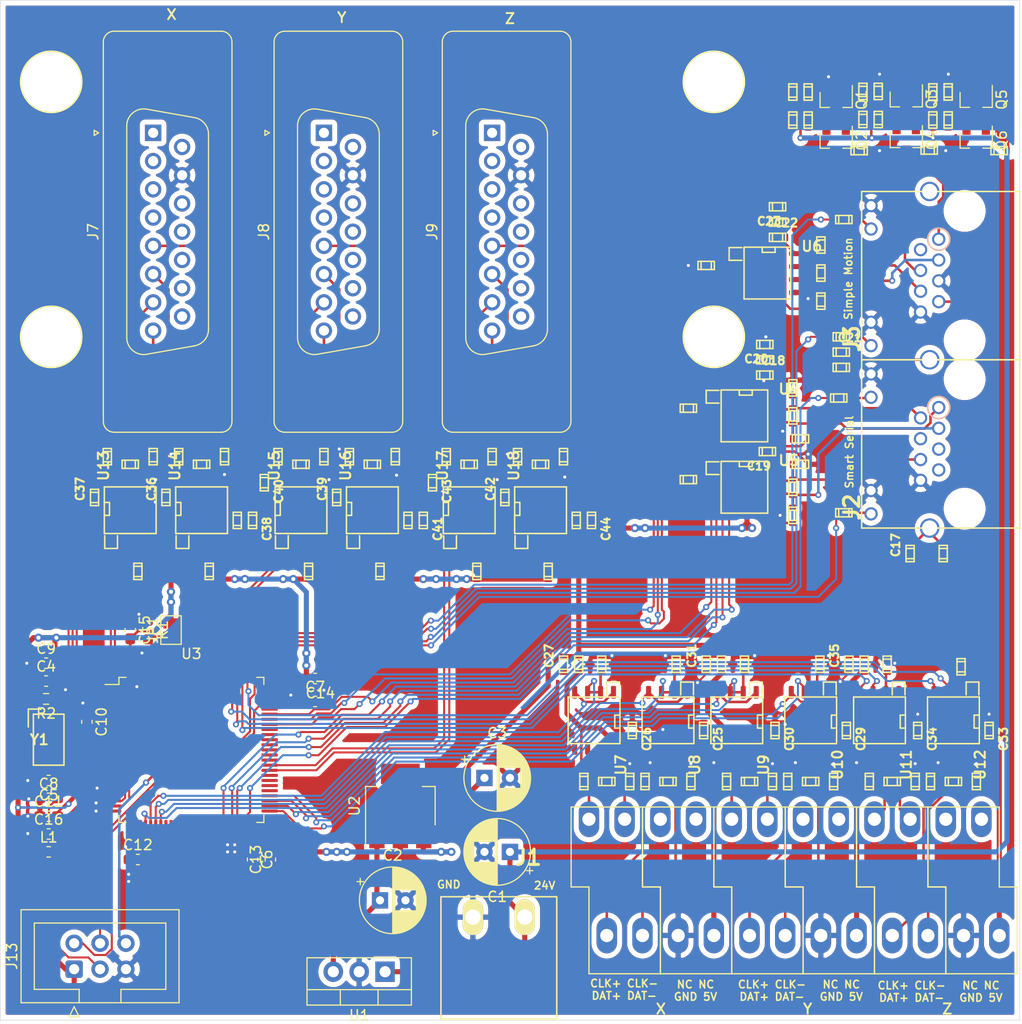
<source format=kicad_pcb>
(kicad_pcb (version 20171130) (host pcbnew "(5.1.9)-1")
  (layers (0 F.Cu signal) (31 B.Cu signal) (34 B.Paste user) (35 F.Paste user) (36 B.SilkS user) (37 F.SilkS user) (38 B.Mask user) (39 F.Mask user) (44 Edge.Cuts user))
  (net 0 "")
  (net 1 +24V)
  (net 2 GND)
  (net 3 "Net-(C4-Pad1)")
  (net 4 "Net-(C5-Pad1)")
  (net 5 "Net-(C6-Pad1)")
  (net 6 "Net-(C7-Pad1)")
  (net 7 /controller/NRST)
  (net 8 +3V3)
  (net 9 +3.3VA)
  (net 10 GNDD)
  (net 11 "Net-(C18-Pad1)")
  (net 12 +5F)
  (net 13 "Net-(C22-Pad1)")
  (net 14 "Net-(C25-Pad1)")
  (net 15 "Net-(C29-Pad1)")
  (net 16 "Net-(C33-Pad1)")
  (net 17 "Net-(C36-Pad1)")
  (net 18 "Net-(C39-Pad1)")
  (net 19 "Net-(C42-Pad1)")
  (net 20 "Net-(J2-Pad7)")
  (net 21 "Net-(J2-Pad6)")
  (net 22 "Net-(J2-Pad5)")
  (net 23 "Net-(J2-Pad4)")
  (net 24 "Net-(J2-Pad3)")
  (net 25 "Net-(J2-Pad2)")
  (net 26 "Net-(J2-Pad1)")
  (net 27 /SimpleMotionV2/EN)
  (net 28 "Net-(J3-Pad6)")
  (net 29 /SimpleMotionV2/STO1_24)
  (net 30 "Net-(J3-Pad3)")
  (net 31 "Net-(J3-Pad2)")
  (net 32 /SimpleMotionV2/STO2)
  (net 33 "Net-(J4-Pad1)")
  (net 34 "Net-(J4-Pad2)")
  (net 35 "Net-(J4-Pad3)")
  (net 36 "Net-(J4-Pad4)")
  (net 37 "Net-(J5-Pad3)")
  (net 38 "Net-(J5-Pad1)")
  (net 39 "Net-(J6-Pad1)")
  (net 40 "Net-(J6-Pad2)")
  (net 41 "Net-(J6-Pad3)")
  (net 42 "Net-(J6-Pad4)")
  (net 43 "Net-(J7-Pad15)")
  (net 44 "Net-(J7-Pad14)")
  (net 45 "Net-(J7-Pad13)")
  (net 46 "Net-(J7-Pad12)")
  (net 47 "Net-(J7-Pad11)")
  (net 48 "Net-(J7-Pad9)")
  (net 49 "Net-(J7-Pad8)")
  (net 50 "Net-(J7-Pad7)")
  (net 51 "Net-(J7-Pad6)")
  (net 52 "Net-(J7-Pad5)")
  (net 53 "Net-(J7-Pad4)")
  (net 54 "Net-(J7-Pad3)")
  (net 55 "Net-(J7-Pad2)")
  (net 56 "Net-(J7-Pad1)")
  (net 57 "Net-(J8-Pad1)")
  (net 58 "Net-(J8-Pad2)")
  (net 59 "Net-(J8-Pad3)")
  (net 60 "Net-(J8-Pad4)")
  (net 61 "Net-(J8-Pad5)")
  (net 62 "Net-(J8-Pad6)")
  (net 63 "Net-(J8-Pad7)")
  (net 64 "Net-(J8-Pad8)")
  (net 65 "Net-(J8-Pad9)")
  (net 66 "Net-(J8-Pad11)")
  (net 67 "Net-(J8-Pad12)")
  (net 68 "Net-(J8-Pad13)")
  (net 69 "Net-(J8-Pad14)")
  (net 70 "Net-(J8-Pad15)")
  (net 71 "Net-(J9-Pad1)")
  (net 72 "Net-(J9-Pad2)")
  (net 73 "Net-(J9-Pad3)")
  (net 74 "Net-(J9-Pad4)")
  (net 75 "Net-(J9-Pad5)")
  (net 76 "Net-(J9-Pad6)")
  (net 77 "Net-(J9-Pad7)")
  (net 78 "Net-(J9-Pad8)")
  (net 79 "Net-(J9-Pad9)")
  (net 80 "Net-(J9-Pad11)")
  (net 81 "Net-(J9-Pad12)")
  (net 82 "Net-(J9-Pad13)")
  (net 83 "Net-(J9-Pad14)")
  (net 84 "Net-(J9-Pad15)")
  (net 85 "Net-(JP1-Pad1)")
  (net 86 "Net-(Q1-Pad1)")
  (net 87 "Net-(Q1-Pad3)")
  (net 88 "Net-(Q2-Pad2)")
  (net 89 "Net-(Q3-Pad3)")
  (net 90 "Net-(Q3-Pad1)")
  (net 91 "Net-(Q4-Pad2)")
  (net 92 "Net-(Q5-Pad3)")
  (net 93 "Net-(Q5-Pad1)")
  (net 94 "Net-(Q6-Pad2)")
  (net 95 "Net-(R2-Pad1)")
  (net 96 /sserial_1/DIR1)
  (net 97 /sserial_1/DIR2)
  (net 98 /SimpleMotionV2/STO1)
  (net 99 /SimpleMotionV2/DIR)
  (net 100 /Endat1/MOSI_EN)
  (net 101 /Endat2/MOSI_EN)
  (net 102 /Endat3/MOSI_EN)
  (net 103 /QuadOut1/DIR1)
  (net 104 /QuadOut1/DIR2)
  (net 105 /QuadOut2/DIR1)
  (net 106 /QuadOut2/DIR2)
  (net 107 /QuadOut3/DIR1)
  (net 108 /QuadOut3/DIR2)
  (net 109 "Net-(U3-Pad4)")
  (net 110 "Net-(U3-Pad5)")
  (net 111 "Net-(U3-Pad7)")
  (net 112 "Net-(U3-Pad8)")
  (net 113 "Net-(U3-Pad9)")
  (net 114 "Net-(U3-Pad15)")
  (net 115 "Net-(U3-Pad16)")
  (net 116 "Net-(U3-Pad17)")
  (net 117 "Net-(U3-Pad18)")
  (net 118 /QuadOut1/A)
  (net 119 /QuadOut1/B)
  (net 120 /controller/UART2_TX)
  (net 121 /controller/UART2_RX)
  (net 122 /Endat1/CLK)
  (net 123 /Endat1/CLK_EN)
  (net 124 /Endat1/MOSI)
  (net 125 "Net-(U3-Pad35)")
  (net 126 "Net-(U3-Pad36)")
  (net 127 "Net-(U3-Pad37)")
  (net 128 "Net-(U3-Pad38)")
  (net 129 "Net-(U3-Pad39)")
  (net 130 "Net-(U3-Pad40)")
  (net 131 "Net-(U3-Pad41)")
  (net 132 "Net-(U3-Pad42)")
  (net 133 "Net-(U3-Pad43)")
  (net 134 "Net-(U3-Pad44)")
  (net 135 /sserial_1/TX)
  (net 136 /sserial_1/RX)
  (net 137 /Endat2/CLK)
  (net 138 /Endat2/CLK_EN)
  (net 139 /Endat2/MOSI)
  (net 140 "Net-(U3-Pad57)")
  (net 141 "Net-(U3-Pad58)")
  (net 142 /QuadOut3/A)
  (net 143 /QuadOut3/B)
  (net 144 "Net-(U3-Pad61)")
  (net 145 "Net-(U3-Pad62)")
  (net 146 "Net-(U3-Pad63)")
  (net 147 "Net-(U3-Pad64)")
  (net 148 "Net-(U3-Pad65)")
  (net 149 "Net-(U3-Pad66)")
  (net 150 "Net-(U3-Pad67)")
  (net 151 /SimpleMotionV2/TX)
  (net 152 /SimpleMotionV2/RX)
  (net 153 "Net-(U3-Pad71)")
  (net 154 /controller/SWDIO)
  (net 155 /controller/SWCLK)
  (net 156 /Endat3/CLK)
  (net 157 /Endat3/CLK_EN)
  (net 158 /Endat3/MOSI)
  (net 159 "Net-(U3-Pad86)")
  (net 160 "Net-(U3-Pad87)")
  (net 161 "Net-(U3-Pad88)")
  (net 162 /controller/SWO)
  (net 163 /QuadOut2/A)
  (net 164 /QuadOut2/B)
  (net 165 "Net-(U3-Pad92)")
  (net 166 "Net-(U3-Pad93)")
  (net 167 "Net-(U3-Pad95)")
  (net 168 "Net-(U3-Pad96)")
  (net 169 "Net-(U3-Pad97)")
  (net 170 "Net-(U3-Pad98)")
  (net 171 "Net-(J11-Pad4)")
  (net 172 "Net-(J11-Pad3)")
  (net 173 "Net-(J11-Pad2)")
  (net 174 "Net-(J11-Pad1)")
  (net 175 /controller/SPI1_LD1)
  (net 176 /controller/SPI1_LD2)
  (net 177 /controller/SPI2_LD1)
  (net 178 /controller/SPI2_LD2)
  (net 179 "Net-(J10-Pad3)")
  (net 180 "Net-(J12-Pad3)")
  (net 181 "Net-(J10-Pad1)")
  (net 182 "Net-(J12-Pad1)")
  (net 183 "Net-(J2-Pad12)")
  (net 184 "Net-(J2-Pad10)")
  (net 185 "Net-(J3-Pad12)")
  (net 186 "Net-(J3-Pad10)")
  (net 187 /sserial_1/LD1)
  (net 188 /sserial_1/LD2)
  (net 189 /SimpleMotionV2/LD1)
  (net 190 /SimpleMotionV2/LD2)
  (net 191 /SimpleMotionV2/EN_24)
  (net 192 /SimpleMotionV2/STO2_24)
  (net 193 "Net-(U3-Pad85)")
  (module Package_QFP:LQFP-100_14x14mm_P0.5mm (layer F.Cu) (at 68.75 153.5)
    (fp_text reference U3 (at 0 -9.42) (layer F.SilkS))
    (fp_text value STM32F405VGTx)
    (pad 1 smd roundrect (at -7.675 -6) (size 1.6 0.3) (layers F.Cu F.Paste F.Mask) (net 98 /SimpleMotionV2/STO1))
    (pad 2 smd roundrect (at -7.675 -5.5) (size 1.6 0.3) (layers F.Cu F.Paste F.Mask) (net 32 /SimpleMotionV2/STO2))
    (pad 3 smd roundrect (at -7.675 -5) (size 1.6 0.3) (layers F.Cu F.Paste F.Mask) (net 27 /SimpleMotionV2/EN))
    (pad 4 smd roundrect (at -7.675 -4.5) (size 1.6 0.3) (layers F.Cu F.Paste F.Mask) (net 109 "Net-(U3-Pad4)"))
    (pad 5 smd roundrect (at -7.675 -4) (size 1.6 0.3) (layers F.Cu F.Paste F.Mask) (net 110 "Net-(U3-Pad5)"))
    (pad 6 smd roundrect (at -7.675 -3.5) (size 1.6 0.3) (layers F.Cu F.Paste F.Mask) (net 8 +3V3))
    (pad 7 smd roundrect (at -7.675 -3) (size 1.6 0.3) (layers F.Cu F.Paste F.Mask) (net 111 "Net-(U3-Pad7)"))
    (pad 8 smd roundrect (at -7.675 -2.5) (size 1.6 0.3) (layers F.Cu F.Paste F.Mask) (net 112 "Net-(U3-Pad8)"))
    (pad 9 smd roundrect (at -7.675 -2) (size 1.6 0.3) (layers F.Cu F.Paste F.Mask) (net 113 "Net-(U3-Pad9)"))
    (pad 10 smd roundrect (at -7.675 -1.5) (size 1.6 0.3) (layers F.Cu F.Paste F.Mask) (net 2 GND))
    (pad 11 smd roundrect (at -7.675 -1) (size 1.6 0.3) (layers F.Cu F.Paste F.Mask) (net 8 +3V3))
    (pad 12 smd roundrect (at -7.675 -0.5) (size 1.6 0.3) (layers F.Cu F.Paste F.Mask) (net 95 "Net-(R2-Pad1)"))
    (pad 13 smd roundrect (at -7.675 0) (size 1.6 0.3) (layers F.Cu F.Paste F.Mask) (net 4 "Net-(C5-Pad1)"))
    (pad 14 smd roundrect (at -7.675 0.5) (size 1.6 0.3) (layers F.Cu F.Paste F.Mask) (net 7 /controller/NRST))
    (pad 15 smd roundrect (at -7.675 1) (size 1.6 0.3) (layers F.Cu F.Paste F.Mask) (net 114 "Net-(U3-Pad15)"))
    (pad 16 smd roundrect (at -7.675 1.5) (size 1.6 0.3) (layers F.Cu F.Paste F.Mask) (net 115 "Net-(U3-Pad16)"))
    (pad 17 smd roundrect (at -7.675 2) (size 1.6 0.3) (layers F.Cu F.Paste F.Mask) (net 116 "Net-(U3-Pad17)"))
    (pad 18 smd roundrect (at -7.675 2.5) (size 1.6 0.3) (layers F.Cu F.Paste F.Mask) (net 117 "Net-(U3-Pad18)"))
    (pad 19 smd roundrect (at -7.675 3) (size 1.6 0.3) (layers F.Cu F.Paste F.Mask) (net 8 +3V3))
    (pad 20 smd roundrect (at -7.675 3.5) (size 1.6 0.3) (layers F.Cu F.Paste F.Mask) (net 2 GND))
    (pad 21 smd roundrect (at -7.675 4) (size 1.6 0.3) (layers F.Cu F.Paste F.Mask) (net 9 +3.3VA))
    (pad 22 smd roundrect (at -7.675 4.5) (size 1.6 0.3) (layers F.Cu F.Paste F.Mask) (net 9 +3.3VA))
    (pad 23 smd roundrect (at -7.675 5) (size 1.6 0.3) (layers F.Cu F.Paste F.Mask) (net 118 /QuadOut1/A))
    (pad 24 smd roundrect (at -7.675 5.5) (size 1.6 0.3) (layers F.Cu F.Paste F.Mask) (net 119 /QuadOut1/B))
    (pad 25 smd roundrect (at -7.675 6) (size 1.6 0.3) (layers F.Cu F.Paste F.Mask) (net 120 /controller/UART2_TX))
    (pad 26 smd roundrect (at -6 7.675) (size 0.3 1.6) (layers F.Cu F.Paste F.Mask) (net 121 /controller/UART2_RX))
    (pad 27 smd roundrect (at -5.5 7.675) (size 0.3 1.6) (layers F.Cu F.Paste F.Mask) (net 2 GND))
    (pad 28 smd roundrect (at -5 7.675) (size 0.3 1.6) (layers F.Cu F.Paste F.Mask) (net 8 +3V3))
    (pad 29 smd roundrect (at -4.5 7.675) (size 0.3 1.6) (layers F.Cu F.Paste F.Mask) (net 100 /Endat1/MOSI_EN))
    (pad 30 smd roundrect (at -4 7.675) (size 0.3 1.6) (layers F.Cu F.Paste F.Mask) (net 122 /Endat1/CLK))
    (pad 31 smd roundrect (at -3.5 7.675) (size 0.3 1.6) (layers F.Cu F.Paste F.Mask) (net 123 /Endat1/CLK_EN))
    (pad 32 smd roundrect (at -3 7.675) (size 0.3 1.6) (layers F.Cu F.Paste F.Mask) (net 124 /Endat1/MOSI))
    (pad 33 smd roundrect (at -2.5 7.675) (size 0.3 1.6) (layers F.Cu F.Paste F.Mask) (net 175 /controller/SPI1_LD1))
    (pad 34 smd roundrect (at -2 7.675) (size 0.3 1.6) (layers F.Cu F.Paste F.Mask) (net 176 /controller/SPI1_LD2))
    (pad 35 smd roundrect (at -1.5 7.675) (size 0.3 1.6) (layers F.Cu F.Paste F.Mask) (net 125 "Net-(U3-Pad35)"))
    (pad 36 smd roundrect (at -1 7.675) (size 0.3 1.6) (layers F.Cu F.Paste F.Mask) (net 126 "Net-(U3-Pad36)"))
    (pad 37 smd roundrect (at -0.5 7.675) (size 0.3 1.6) (layers F.Cu F.Paste F.Mask) (net 127 "Net-(U3-Pad37)"))
    (pad 38 smd roundrect (at 0 7.675) (size 0.3 1.6) (layers F.Cu F.Paste F.Mask) (net 128 "Net-(U3-Pad38)"))
    (pad 39 smd roundrect (at 0.5 7.675) (size 0.3 1.6) (layers F.Cu F.Paste F.Mask) (net 129 "Net-(U3-Pad39)"))
    (pad 40 smd roundrect (at 1 7.675) (size 0.3 1.6) (layers F.Cu F.Paste F.Mask) (net 130 "Net-(U3-Pad40)"))
    (pad 41 smd roundrect (at 1.5 7.675) (size 0.3 1.6) (layers F.Cu F.Paste F.Mask) (net 131 "Net-(U3-Pad41)"))
    (pad 42 smd roundrect (at 2 7.675) (size 0.3 1.6) (layers F.Cu F.Paste F.Mask) (net 132 "Net-(U3-Pad42)"))
    (pad 43 smd roundrect (at 2.5 7.675) (size 0.3 1.6) (layers F.Cu F.Paste F.Mask) (net 133 "Net-(U3-Pad43)"))
    (pad 44 smd roundrect (at 3 7.675) (size 0.3 1.6) (layers F.Cu F.Paste F.Mask) (net 134 "Net-(U3-Pad44)"))
    (pad 45 smd roundrect (at 3.5 7.675) (size 0.3 1.6) (layers F.Cu F.Paste F.Mask) (net 97 /sserial_1/DIR2))
    (pad 46 smd roundrect (at 4 7.675) (size 0.3 1.6) (layers F.Cu F.Paste F.Mask) (net 96 /sserial_1/DIR1))
    (pad 47 smd roundrect (at 4.5 7.675) (size 0.3 1.6) (layers F.Cu F.Paste F.Mask) (net 135 /sserial_1/TX))
    (pad 48 smd roundrect (at 5 7.675) (size 0.3 1.6) (layers F.Cu F.Paste F.Mask) (net 136 /sserial_1/RX))
    (pad 49 smd roundrect (at 5.5 7.675) (size 0.3 1.6) (layers F.Cu F.Paste F.Mask) (net 5 "Net-(C6-Pad1)"))
    (pad 50 smd roundrect (at 6 7.675) (size 0.3 1.6) (layers F.Cu F.Paste F.Mask) (net 8 +3V3))
    (pad 51 smd roundrect (at 7.675 6) (size 1.6 0.3) (layers F.Cu F.Paste F.Mask) (net 101 /Endat2/MOSI_EN))
    (pad 52 smd roundrect (at 7.675 5.5) (size 1.6 0.3) (layers F.Cu F.Paste F.Mask) (net 137 /Endat2/CLK))
    (pad 53 smd roundrect (at 7.675 5) (size 1.6 0.3) (layers F.Cu F.Paste F.Mask) (net 138 /Endat2/CLK_EN))
    (pad 54 smd roundrect (at 7.675 4.5) (size 1.6 0.3) (layers F.Cu F.Paste F.Mask) (net 139 /Endat2/MOSI))
    (pad 55 smd roundrect (at 7.675 4) (size 1.6 0.3) (layers F.Cu F.Paste F.Mask) (net 177 /controller/SPI2_LD1))
    (pad 56 smd roundrect (at 7.675 3.5) (size 1.6 0.3) (layers F.Cu F.Paste F.Mask) (net 178 /controller/SPI2_LD2))
    (pad 57 smd roundrect (at 7.675 3) (size 1.6 0.3) (layers F.Cu F.Paste F.Mask) (net 140 "Net-(U3-Pad57)"))
    (pad 58 smd roundrect (at 7.675 2.5) (size 1.6 0.3) (layers F.Cu F.Paste F.Mask) (net 141 "Net-(U3-Pad58)"))
    (pad 59 smd roundrect (at 7.675 2) (size 1.6 0.3) (layers F.Cu F.Paste F.Mask) (net 142 /QuadOut3/A))
    (pad 60 smd roundrect (at 7.675 1.5) (size 1.6 0.3) (layers F.Cu F.Paste F.Mask) (net 143 /QuadOut3/B))
    (pad 61 smd roundrect (at 7.675 1) (size 1.6 0.3) (layers F.Cu F.Paste F.Mask) (net 144 "Net-(U3-Pad61)"))
    (pad 62 smd roundrect (at 7.675 0.5) (size 1.6 0.3) (layers F.Cu F.Paste F.Mask) (net 145 "Net-(U3-Pad62)"))
    (pad 63 smd roundrect (at 7.675 0) (size 1.6 0.3) (layers F.Cu F.Paste F.Mask) (net 146 "Net-(U3-Pad63)"))
    (pad 64 smd roundrect (at 7.675 -0.5) (size 1.6 0.3) (layers F.Cu F.Paste F.Mask) (net 147 "Net-(U3-Pad64)"))
    (pad 65 smd roundrect (at 7.675 -1) (size 1.6 0.3) (layers F.Cu F.Paste F.Mask) (net 148 "Net-(U3-Pad65)"))
    (pad 66 smd roundrect (at 7.675 -1.5) (size 1.6 0.3) (layers F.Cu F.Paste F.Mask) (net 149 "Net-(U3-Pad66)"))
    (pad 67 smd roundrect (at 7.675 -2) (size 1.6 0.3) (layers F.Cu F.Paste F.Mask) (net 150 "Net-(U3-Pad67)"))
    (pad 68 smd roundrect (at 7.675 -2.5) (size 1.6 0.3) (layers F.Cu F.Paste F.Mask) (net 151 /SimpleMotionV2/TX))
    (pad 69 smd roundrect (at 7.675 -3) (size 1.6 0.3) (layers F.Cu F.Paste F.Mask) (net 152 /SimpleMotionV2/RX))
    (pad 70 smd roundrect (at 7.675 -3.5) (size 1.6 0.3) (layers F.Cu F.Paste F.Mask) (net 99 /SimpleMotionV2/DIR))
    (pad 71 smd roundrect (at 7.675 -4) (size 1.6 0.3) (layers F.Cu F.Paste F.Mask) (net 153 "Net-(U3-Pad71)"))
    (pad 72 smd roundrect (at 7.675 -4.5) (size 1.6 0.3) (layers F.Cu F.Paste F.Mask) (net 154 /controller/SWDIO))
    (pad 73 smd roundrect (at 7.675 -5) (size 1.6 0.3) (layers F.Cu F.Paste F.Mask) (net 6 "Net-(C7-Pad1)"))
    (pad 74 smd roundrect (at 7.675 -5.5) (size 1.6 0.3) (layers F.Cu F.Paste F.Mask) (net 2 GND))
    (pad 75 smd roundrect (at 7.675 -6) (size 1.6 0.3) (layers F.Cu F.Paste F.Mask) (net 8 +3V3))
    (pad 76 smd roundrect (at 6 -7.675) (size 0.3 1.6) (layers F.Cu F.Paste F.Mask) (net 155 /controller/SWCLK))
    (pad 77 smd roundrect (at 5.5 -7.675) (size 0.3 1.6) (layers F.Cu F.Paste F.Mask) (net 102 /Endat3/MOSI_EN))
    (pad 78 smd roundrect (at 5 -7.675) (size 0.3 1.6) (layers F.Cu F.Paste F.Mask) (net 156 /Endat3/CLK))
    (pad 79 smd roundrect (at 4.5 -7.675) (size 0.3 1.6) (layers F.Cu F.Paste F.Mask) (net 157 /Endat3/CLK_EN))
    (pad 80 smd roundrect (at 4 -7.675) (size 0.3 1.6) (layers F.Cu F.Paste F.Mask) (net 158 /Endat3/MOSI))
    (pad 81 smd roundrect (at 3.5 -7.675) (size 0.3 1.6) (layers F.Cu F.Paste F.Mask) (net 188 /sserial_1/LD2))
    (pad 82 smd roundrect (at 3 -7.675) (size 0.3 1.6) (layers F.Cu F.Paste F.Mask) (net 187 /sserial_1/LD1))
    (pad 83 smd roundrect (at 2.5 -7.675) (size 0.3 1.6) (layers F.Cu F.Paste F.Mask) (net 190 /SimpleMotionV2/LD2))
    (pad 84 smd roundrect (at 2 -7.675) (size 0.3 1.6) (layers F.Cu F.Paste F.Mask) (net 189 /SimpleMotionV2/LD1))
    (pad 85 smd roundrect (at 1.5 -7.675) (size 0.3 1.6) (layers F.Cu F.Paste F.Mask) (net 193 "Net-(U3-Pad85)"))
    (pad 86 smd roundrect (at 1 -7.675) (size 0.3 1.6) (layers F.Cu F.Paste F.Mask) (net 159 "Net-(U3-Pad86)"))
    (pad 87 smd roundrect (at 0.5 -7.675) (size 0.3 1.6) (layers F.Cu F.Paste F.Mask) (net 160 "Net-(U3-Pad87)"))
    (pad 88 smd roundrect (at 0 -7.675) (size 0.3 1.6) (layers F.Cu F.Paste F.Mask) (net 161 "Net-(U3-Pad88)"))
    (pad 89 smd roundrect (at -0.5 -7.675) (size 0.3 1.6) (layers F.Cu F.Paste F.Mask) (net 162 /controller/SWO))
    (pad 90 smd roundrect (at -1 -7.675) (size 0.3 1.6) (layers F.Cu F.Paste F.Mask) (net 163 /QuadOut2/A))
    (pad 91 smd roundrect (at -1.5 -7.675) (size 0.3 1.6) (layers F.Cu F.Paste F.Mask) (net 164 /QuadOut2/B))
    (pad 92 smd roundrect (at -2 -7.675) (size 0.3 1.6) (layers F.Cu F.Paste F.Mask) (net 165 "Net-(U3-Pad92)"))
    (pad 93 smd roundrect (at -2.5 -7.675) (size 0.3 1.6) (layers F.Cu F.Paste F.Mask) (net 166 "Net-(U3-Pad93)"))
    (pad 94 smd roundrect (at -3 -7.675) (size 0.3 1.6) (layers F.Cu F.Paste F.Mask) (net 85 "Net-(JP1-Pad1)"))
    (pad 95 smd roundrect (at -3.5 -7.675) (size 0.3 1.6) (layers F.Cu F.Paste F.Mask) (net 167 "Net-(U3-Pad95)"))
    (pad 96 smd roundrect (at -4 -7.675) (size 0.3 1.6) (layers F.Cu F.Paste F.Mask) (net 168 "Net-(U3-Pad96)"))
    (pad 97 smd roundrect (at -4.5 -7.675) (size 0.3 1.6) (layers F.Cu F.Paste F.Mask) (net 169 "Net-(U3-Pad97)"))
    (pad 98 smd roundrect (at -5 -7.675) (size 0.3 1.6) (layers F.Cu F.Paste F.Mask) (net 170 "Net-(U3-Pad98)"))
    (pad 99 smd roundrect (at -5.5 -7.675) (size 0.3 1.6) (layers F.Cu F.Paste F.Mask) (net 2 GND))
    (pad 100 smd roundrect (at -6 -7.675) (size 0.3 1.6) (layers F.Cu F.Paste F.Mask) (net 8 +3V3))
  )
  (module stmbl:SOIC-8-N (layer F.Cu) (at 108.25 150.6 270)
    (fp_text reference U7 (at 4.362 -2.624 90) (layer F.SilkS) (effects (font (thickness 0.2))))
    (fp_text value SN65176B)
    (pad 8 smd roundrect (at 2.75 -1.905 180) (size 0.5 1.25) (layers F.Cu F.Paste F.Mask) (net 14 "Net-(C25-Pad1)"))
    (pad 7 smd roundrect (at 2.75 -0.635 180) (size 0.5 1.25) (layers F.Cu F.Paste F.Mask) (net 35 "Net-(J4-Pad3)"))
    (pad 6 smd roundrect (at 2.75 0.635 180) (size 0.5 1.25) (layers F.Cu F.Paste F.Mask) (net 33 "Net-(J4-Pad1)"))
    (pad 5 smd roundrect (at 2.75 1.905 180) (size 0.5 1.25) (layers F.Cu F.Paste F.Mask) (net 2 GND))
    (pad 4 smd roundrect (at -2.75 1.905 180) (size 0.5 1.25) (layers F.Cu F.Paste F.Mask) (net 122 /Endat1/CLK))
    (pad 3 smd roundrect (at -2.75 0.635 180) (size 0.5 1.25) (layers F.Cu F.Paste F.Mask) (net 123 /Endat1/CLK_EN))
    (pad 2 smd roundrect (at -2.75 -0.635 180) (size 0.5 1.25) (layers F.Cu F.Paste F.Mask) (net 123 /Endat1/CLK_EN))
    (pad 1 smd roundrect (at -2.75 -1.905 180) (size 0.5 1.25) (layers F.Cu F.Paste F.Mask) (net 122 /Endat1/CLK))
  )
  (module Resistor_SMD:R_0603_1608Metric_Pad0.98x0.95mm_HandSolder (layer F.Cu) (at 64.5 141.75 270)
    (fp_text reference R1 (at 0 -1.43 90) (layer F.SilkS))
    (fp_text value R)
    (pad 1 smd roundrect (at -0.9125 0 270) (size 0.975 0.95) (layers F.Cu F.Paste F.Mask) (net 2 GND))
    (pad 2 smd roundrect (at 0.9125 0 270) (size 0.975 0.95) (layers F.Cu F.Paste F.Mask) (net 85 "Net-(JP1-Pad1)"))
  )
  (module Capacitor_SMD:C_0603_1608Metric_Pad1.08x0.95mm_HandSolder (layer F.Cu) (at 80.8875 148.75)
    (fp_text reference C7 (at 0 -1.43) (layer F.SilkS))
    (fp_text value 2.2u)
    (pad 2 smd roundrect (at 0.8625 0) (size 1.075 0.95) (layers F.Cu F.Paste F.Mask) (net 2 GND))
    (pad 1 smd roundrect (at -0.8625 0) (size 1.075 0.95) (layers F.Cu F.Paste F.Mask) (net 6 "Net-(C7-Pad1)"))
  )
  (module Capacitor_SMD:C_0603_1608Metric_Pad1.08x0.95mm_HandSolder (layer F.Cu) (at 74.75 164.25 270)
    (fp_text reference C6 (at 0 -1.43 90) (layer F.SilkS))
    (fp_text value 2.2u)
    (pad 2 smd roundrect (at 0.8625 0 270) (size 1.075 0.95) (layers F.Cu F.Paste F.Mask) (net 2 GND))
    (pad 1 smd roundrect (at -0.8625 0 270) (size 1.075 0.95) (layers F.Cu F.Paste F.Mask) (net 5 "Net-(C6-Pad1)"))
  )
  (module Connector_IDC:IDC-Header_2x03_P2.54mm_Vertical (layer F.Cu) (at 57.25 175 90)
    (fp_text reference J13 (at 1.27 -6.1 90) (layer F.SilkS))
    (fp_text value Conn_02x03_Odd_Even)
    (pad 6 thru_hole circle (at 2.54 5.08 90) (size 1.7 1.7) (drill 1) (layers *.Cu *.Mask) (net 162 /controller/SWO))
    (pad 4 thru_hole circle (at 2.54 2.54 90) (size 1.7 1.7) (drill 1) (layers *.Cu *.Mask) (net 155 /controller/SWCLK))
    (pad 2 thru_hole circle (at 2.54 0 90) (size 1.7 1.7) (drill 1) (layers *.Cu *.Mask) (net 154 /controller/SWDIO))
    (pad 5 thru_hole circle (at 0 5.08 90) (size 1.7 1.7) (drill 1) (layers *.Cu *.Mask) (net 2 GND))
    (pad 3 thru_hole circle (at 0 2.54 90) (size 1.7 1.7) (drill 1) (layers *.Cu *.Mask) (net 7 /controller/NRST))
    (pad 1 thru_hole roundrect (at 0 0 90) (size 1.7 1.7) (drill 1) (layers *.Cu *.Mask) (roundrect_rratio 0.147059) (net 8 +3V3))
  )
  (module stmbl:non_plated_3mm (layer F.Cu) (at 120 113)
    (fp_text reference U22 hide)
    (fp_text value non_plated)
    (pad "" np_thru_hole circle (at 0 0) (size 3.5 3.5) (drill 3.5) (layers *.Cu *.Mask) (clearance 1.25))
  )
  (module stmbl:non_plated_3mm (layer F.Cu) (at 55 88)
    (fp_text reference U21 hide)
    (fp_text value non_plated)
    (pad "" np_thru_hole circle (at 0 0) (size 3.5 3.5) (drill 3.5) (layers *.Cu *.Mask) (clearance 1.25))
  )
  (module stmbl:non_plated_3mm (layer F.Cu) (at 120 88)
    (fp_text reference U20 hide)
    (fp_text value non_plated)
    (pad "" np_thru_hole circle (at 0 0) (size 3.5 3.5) (drill 3.5) (layers *.Cu *.Mask) (clearance 1.25))
  )
  (module stmbl:non_plated_3mm (layer F.Cu) (at 55 113)
    (fp_text reference U19 hide)
    (fp_text value non_plated)
    (pad "" np_thru_hole circle (at 0 0) (size 3.5 3.5) (drill 3.5) (layers *.Cu *.Mask) (clearance 1.25))
  )
  (module stmbl:R_0603 (layer F.Cu) (at 132.5 113 180)
    (fp_text reference R43 hide)
    (fp_text value 120)
    (pad 2 smd roundrect (at 0.75 0 180) (size 0.59 0.8) (layers F.Cu F.Paste F.Mask) (net 190 /SimpleMotionV2/LD2))
    (pad 1 smd roundrect (at -0.75 0 180) (size 0.59 0.8) (layers F.Cu F.Paste F.Mask) (net 186 "Net-(J3-Pad10)"))
  )
  (module stmbl:R_0603 (layer F.Cu) (at 132.75 101.5 180)
    (fp_text reference R34 hide)
    (fp_text value 120)
    (pad 2 smd roundrect (at 0.75 0 180) (size 0.59 0.8) (layers F.Cu F.Paste F.Mask) (net 189 /SimpleMotionV2/LD1))
    (pad 1 smd roundrect (at -0.75 0 180) (size 0.59 0.8) (layers F.Cu F.Paste F.Mask) (net 185 "Net-(J3-Pad12)"))
  )
  (module stmbl:R_0603 (layer F.Cu) (at 132.75 130.25 180)
    (fp_text reference R33 hide)
    (fp_text value 120)
    (pad 2 smd roundrect (at 0.75 0 180) (size 0.59 0.8) (layers F.Cu F.Paste F.Mask) (net 188 /sserial_1/LD2))
    (pad 1 smd roundrect (at -0.75 0 180) (size 0.59 0.8) (layers F.Cu F.Paste F.Mask) (net 184 "Net-(J2-Pad10)"))
  )
  (module stmbl:R_0603 (layer F.Cu) (at 132.25 119 180)
    (fp_text reference R32 hide)
    (fp_text value 120)
    (pad 2 smd roundrect (at 0.75 0 180) (size 0.59 0.8) (layers F.Cu F.Paste F.Mask) (net 187 /sserial_1/LD1))
    (pad 1 smd roundrect (at -0.75 0 180) (size 0.59 0.8) (layers F.Cu F.Paste F.Mask) (net 183 "Net-(J2-Pad12)"))
  )
  (module stmbl:R_0603 (layer F.Cu) (at 147.984999 94.7415)
    (fp_text reference R31 hide)
    (fp_text value 10k)
    (pad 2 smd roundrect (at 0.75 0) (size 0.59 0.8) (layers F.Cu F.Paste F.Mask) (net 2 GND))
    (pad 1 smd roundrect (at -0.75 0) (size 0.59 0.8) (layers F.Cu F.Paste F.Mask) (net 191 /SimpleMotionV2/EN_24))
  )
  (module stmbl:R_0603 (layer F.Cu) (at 141.484999 91.7415 90)
    (fp_text reference R30 hide)
    (fp_text value 100)
    (pad 2 smd roundrect (at 0.75 0 90) (size 0.59 0.8) (layers F.Cu F.Paste F.Mask) (net 94 "Net-(Q6-Pad2)"))
    (pad 1 smd roundrect (at -0.75 0 90) (size 0.59 0.8) (layers F.Cu F.Paste F.Mask) (net 1 +24V))
  )
  (module stmbl:R_0603 (layer F.Cu) (at 142.984999 91.7415 90)
    (fp_text reference R29 hide)
    (fp_text value 10k)
    (pad 2 smd roundrect (at 0.75 0 90) (size 0.59 0.8) (layers F.Cu F.Paste F.Mask) (net 92 "Net-(Q5-Pad3)"))
    (pad 1 smd roundrect (at -0.75 0 90) (size 0.59 0.8) (layers F.Cu F.Paste F.Mask) (net 1 +24V))
  )
  (module stmbl:R_0603 (layer F.Cu) (at 142.984999 88.9915 90)
    (fp_text reference R28 hide)
    (fp_text value 10k)
    (pad 2 smd roundrect (at 0.75 0 90) (size 0.59 0.8) (layers F.Cu F.Paste F.Mask) (net 2 GND))
    (pad 1 smd roundrect (at -0.75 0 90) (size 0.59 0.8) (layers F.Cu F.Paste F.Mask) (net 93 "Net-(Q5-Pad1)"))
  )
  (module stmbl:R_0603 (layer F.Cu) (at 141.484999 88.9915 90)
    (fp_text reference R27 hide)
    (fp_text value 100)
    (pad 2 smd roundrect (at 0.75 0 90) (size 0.59 0.8) (layers F.Cu F.Paste F.Mask) (net 27 /SimpleMotionV2/EN))
    (pad 1 smd roundrect (at -0.75 0 90) (size 0.59 0.8) (layers F.Cu F.Paste F.Mask) (net 93 "Net-(Q5-Pad1)"))
  )
  (module stmbl:R_0603 (layer F.Cu) (at 141.124999 94.6915)
    (fp_text reference R26 hide)
    (fp_text value 10k)
    (pad 2 smd roundrect (at 0.75 0) (size 0.59 0.8) (layers F.Cu F.Paste F.Mask) (net 2 GND))
    (pad 1 smd roundrect (at -0.75 0) (size 0.59 0.8) (layers F.Cu F.Paste F.Mask) (net 192 /SimpleMotionV2/STO2_24))
  )
  (module stmbl:R_0603 (layer F.Cu) (at 134.624999 91.6915 90)
    (fp_text reference R25 hide)
    (fp_text value 100)
    (pad 2 smd roundrect (at 0.75 0 90) (size 0.59 0.8) (layers F.Cu F.Paste F.Mask) (net 91 "Net-(Q4-Pad2)"))
    (pad 1 smd roundrect (at -0.75 0 90) (size 0.59 0.8) (layers F.Cu F.Paste F.Mask) (net 1 +24V))
  )
  (module stmbl:R_0603 (layer F.Cu) (at 136.124999 91.6915 90)
    (fp_text reference R23 hide)
    (fp_text value 10k)
    (pad 2 smd roundrect (at 0.75 0 90) (size 0.59 0.8) (layers F.Cu F.Paste F.Mask) (net 89 "Net-(Q3-Pad3)"))
    (pad 1 smd roundrect (at -0.75 0 90) (size 0.59 0.8) (layers F.Cu F.Paste F.Mask) (net 1 +24V))
  )
  (module stmbl:R_0603 (layer F.Cu) (at 136.124999 88.9415 90)
    (fp_text reference R22 hide)
    (fp_text value 10k)
    (pad 2 smd roundrect (at 0.75 0 90) (size 0.59 0.8) (layers F.Cu F.Paste F.Mask) (net 2 GND))
    (pad 1 smd roundrect (at -0.75 0 90) (size 0.59 0.8) (layers F.Cu F.Paste F.Mask) (net 90 "Net-(Q3-Pad1)"))
  )
  (module stmbl:R_0603 (layer F.Cu) (at 134.624999 88.9415 90)
    (fp_text reference R21 hide)
    (fp_text value 100)
    (pad 2 smd roundrect (at 0.75 0 90) (size 0.59 0.8) (layers F.Cu F.Paste F.Mask) (net 32 /SimpleMotionV2/STO2))
    (pad 1 smd roundrect (at -0.75 0 90) (size 0.59 0.8) (layers F.Cu F.Paste F.Mask) (net 90 "Net-(Q3-Pad1)"))
  )
  (module stmbl:R_0603 (layer F.Cu) (at 134.25 94.75)
    (fp_text reference R20 hide)
    (fp_text value 10k)
    (pad 2 smd roundrect (at 0.75 0) (size 0.59 0.8) (layers F.Cu F.Paste F.Mask) (net 2 GND))
    (pad 1 smd roundrect (at -0.75 0) (size 0.59 0.8) (layers F.Cu F.Paste F.Mask) (net 29 /SimpleMotionV2/STO1_24))
  )
  (module stmbl:R_0603 (layer F.Cu) (at 127.75 91.75 90)
    (fp_text reference R19 hide)
    (fp_text value 100)
    (pad 2 smd roundrect (at 0.75 0 90) (size 0.59 0.8) (layers F.Cu F.Paste F.Mask) (net 88 "Net-(Q2-Pad2)"))
    (pad 1 smd roundrect (at -0.75 0 90) (size 0.59 0.8) (layers F.Cu F.Paste F.Mask) (net 1 +24V))
  )
  (module stmbl:R_0603 (layer F.Cu) (at 129.25 91.75 90)
    (fp_text reference R15 hide)
    (fp_text value 10k)
    (pad 2 smd roundrect (at 0.75 0 90) (size 0.59 0.8) (layers F.Cu F.Paste F.Mask) (net 87 "Net-(Q1-Pad3)"))
    (pad 1 smd roundrect (at -0.75 0 90) (size 0.59 0.8) (layers F.Cu F.Paste F.Mask) (net 1 +24V))
  )
  (module stmbl:R_0603 (layer F.Cu) (at 129.25 89 90)
    (fp_text reference R14 hide)
    (fp_text value 10k)
    (pad 2 smd roundrect (at 0.75 0 90) (size 0.59 0.8) (layers F.Cu F.Paste F.Mask) (net 2 GND))
    (pad 1 smd roundrect (at -0.75 0 90) (size 0.59 0.8) (layers F.Cu F.Paste F.Mask) (net 86 "Net-(Q1-Pad1)"))
  )
  (module stmbl:R_0603 (layer F.Cu) (at 127.75 89 90)
    (fp_text reference R13 hide)
    (fp_text value 100)
    (pad 2 smd roundrect (at 0.75 0 90) (size 0.59 0.8) (layers F.Cu F.Paste F.Mask) (net 98 /SimpleMotionV2/STO1))
    (pad 1 smd roundrect (at -0.75 0 90) (size 0.59 0.8) (layers F.Cu F.Paste F.Mask) (net 86 "Net-(Q1-Pad1)"))
  )
  (module Package_TO_SOT_SMD:SOT-23 (layer F.Cu) (at 145.734999 93.7415 270)
    (fp_text reference Q6 (at 0 -2.5 270) (layer F.SilkS))
    (fp_text value AO3401A)
    (pad 3 smd rect (at 1 0 270) (size 0.9 0.8) (layers F.Cu F.Paste F.Mask) (net 191 /SimpleMotionV2/EN_24))
    (pad 2 smd rect (at -1 0.95 270) (size 0.9 0.8) (layers F.Cu F.Paste F.Mask) (net 94 "Net-(Q6-Pad2)"))
    (pad 1 smd rect (at -1 -0.95 270) (size 0.9 0.8) (layers F.Cu F.Paste F.Mask) (net 92 "Net-(Q5-Pad3)"))
  )
  (module Package_TO_SOT_SMD:SOT-23 (layer F.Cu) (at 145.734999 89.7415 270)
    (fp_text reference Q5 (at 0 -2.5 270) (layer F.SilkS))
    (fp_text value AO3400A)
    (pad 3 smd rect (at 1 0 270) (size 0.9 0.8) (layers F.Cu F.Paste F.Mask) (net 92 "Net-(Q5-Pad3)"))
    (pad 2 smd rect (at -1 0.95 270) (size 0.9 0.8) (layers F.Cu F.Paste F.Mask) (net 2 GND))
    (pad 1 smd rect (at -1 -0.95 270) (size 0.9 0.8) (layers F.Cu F.Paste F.Mask) (net 93 "Net-(Q5-Pad1)"))
  )
  (module Package_TO_SOT_SMD:SOT-23 (layer F.Cu) (at 138.874999 93.6915 270)
    (fp_text reference Q4 (at 0 -2.5 270) (layer F.SilkS))
    (fp_text value AO3401A)
    (pad 3 smd rect (at 1 0 270) (size 0.9 0.8) (layers F.Cu F.Paste F.Mask) (net 192 /SimpleMotionV2/STO2_24))
    (pad 2 smd rect (at -1 0.95 270) (size 0.9 0.8) (layers F.Cu F.Paste F.Mask) (net 91 "Net-(Q4-Pad2)"))
    (pad 1 smd rect (at -1 -0.95 270) (size 0.9 0.8) (layers F.Cu F.Paste F.Mask) (net 89 "Net-(Q3-Pad3)"))
  )
  (module Package_TO_SOT_SMD:SOT-23 (layer F.Cu) (at 138.874999 89.6915 270)
    (fp_text reference Q3 (at 0 -2.5 270) (layer F.SilkS))
    (fp_text value AO3400A)
    (pad 3 smd rect (at 1 0 270) (size 0.9 0.8) (layers F.Cu F.Paste F.Mask) (net 89 "Net-(Q3-Pad3)"))
    (pad 2 smd rect (at -1 0.95 270) (size 0.9 0.8) (layers F.Cu F.Paste F.Mask) (net 2 GND))
    (pad 1 smd rect (at -1 -0.95 270) (size 0.9 0.8) (layers F.Cu F.Paste F.Mask) (net 90 "Net-(Q3-Pad1)"))
  )
  (module Package_TO_SOT_SMD:SOT-23 (layer F.Cu) (at 132 93.75 270)
    (fp_text reference Q2 (at 0 -2.5 90) (layer F.SilkS))
    (fp_text value AO3401A)
    (pad 3 smd rect (at 1 0 270) (size 0.9 0.8) (layers F.Cu F.Paste F.Mask) (net 29 /SimpleMotionV2/STO1_24))
    (pad 2 smd rect (at -1 0.95 270) (size 0.9 0.8) (layers F.Cu F.Paste F.Mask) (net 88 "Net-(Q2-Pad2)"))
    (pad 1 smd rect (at -1 -0.95 270) (size 0.9 0.8) (layers F.Cu F.Paste F.Mask) (net 87 "Net-(Q1-Pad3)"))
  )
  (module Package_TO_SOT_SMD:SOT-23 (layer F.Cu) (at 132 89.75 270)
    (fp_text reference Q1 (at 0 -2.5 90) (layer F.SilkS))
    (fp_text value AO3400A)
    (pad 3 smd rect (at 1 0 270) (size 0.9 0.8) (layers F.Cu F.Paste F.Mask) (net 87 "Net-(Q1-Pad3)"))
    (pad 2 smd rect (at -1 0.95 270) (size 0.9 0.8) (layers F.Cu F.Paste F.Mask) (net 2 GND))
    (pad 1 smd rect (at -1 -0.95 270) (size 0.9 0.8) (layers F.Cu F.Paste F.Mask) (net 86 "Net-(Q1-Pad1)"))
  )
  (module stmbl:TERMINAL_BLOCK_2PIN_3.5 (layer F.Cu) (at 144.5 171.7)
    (fp_text reference J12 (at 0 0) (layer F.SilkS) (effects (font (size 0.787402 0.787402) (thickness 0.015))))
    (fp_text value Conn_01x04)
    (pad 4 thru_hole oval (at 3.5 0) (size 2 3.5) (drill 1.3) (layers *.Cu *.Mask) (net 16 "Net-(C33-Pad1)"))
    (pad 3 thru_hole oval (at 1.75 -11.4) (size 2 3.5) (drill 1.3) (layers *.Cu *.Mask) (net 180 "Net-(J12-Pad3)"))
    (pad 2 thru_hole oval (at 0 0) (size 2 3.5) (drill 1.3) (layers *.Cu *.Mask) (net 2 GND))
    (pad 1 thru_hole oval (at -1.75 -11.4) (size 2 3.5) (drill 1.3) (layers *.Cu *.Mask) (net 182 "Net-(J12-Pad1)"))
  )
  (module stmbl:TERMINAL_BLOCK_2PIN_3.5 (layer F.Cu) (at 137.5 171.7)
    (fp_text reference J11 (at 0 0) (layer F.SilkS) (effects (font (size 0.787402 0.787402) (thickness 0.015))))
    (fp_text value Conn_01x04)
    (pad 4 thru_hole oval (at 3.5 0) (size 2 3.5) (drill 1.3) (layers *.Cu *.Mask) (net 171 "Net-(J11-Pad4)"))
    (pad 3 thru_hole oval (at 1.75 -11.4) (size 2 3.5) (drill 1.3) (layers *.Cu *.Mask) (net 172 "Net-(J11-Pad3)"))
    (pad 2 thru_hole oval (at 0 0) (size 2 3.5) (drill 1.3) (layers *.Cu *.Mask) (net 173 "Net-(J11-Pad2)"))
    (pad 1 thru_hole oval (at -1.75 -11.4) (size 2 3.5) (drill 1.3) (layers *.Cu *.Mask) (net 174 "Net-(J11-Pad1)"))
  )
  (module stmbl:TERMINAL_BLOCK_2PIN_3.5 (layer F.Cu) (at 130.5 171.7)
    (fp_text reference J10 (at 0 0) (layer F.SilkS) (effects (font (size 0.787402 0.787402) (thickness 0.015))))
    (fp_text value Conn_01x04)
    (pad 4 thru_hole oval (at 3.5 0) (size 2 3.5) (drill 1.3) (layers *.Cu *.Mask) (net 15 "Net-(C29-Pad1)"))
    (pad 3 thru_hole oval (at 1.75 -11.4) (size 2 3.5) (drill 1.3) (layers *.Cu *.Mask) (net 179 "Net-(J10-Pad3)"))
    (pad 2 thru_hole oval (at 0 0) (size 2 3.5) (drill 1.3) (layers *.Cu *.Mask) (net 2 GND))
    (pad 1 thru_hole oval (at -1.75 -11.4) (size 2 3.5) (drill 1.3) (layers *.Cu *.Mask) (net 181 "Net-(J10-Pad1)"))
  )
  (module stmbl:TERMINAL_BLOCK_2PIN_3.5 (layer F.Cu) (at 123.5 171.7)
    (fp_text reference J6 (at 0 0) (layer F.SilkS) (effects (font (size 0.787402 0.787402) (thickness 0.015))))
    (fp_text value Conn_01x04)
    (pad 4 thru_hole oval (at 3.5 0) (size 2 3.5) (drill 1.3) (layers *.Cu *.Mask) (net 42 "Net-(J6-Pad4)"))
    (pad 3 thru_hole oval (at 1.75 -11.4) (size 2 3.5) (drill 1.3) (layers *.Cu *.Mask) (net 41 "Net-(J6-Pad3)"))
    (pad 2 thru_hole oval (at 0 0) (size 2 3.5) (drill 1.3) (layers *.Cu *.Mask) (net 40 "Net-(J6-Pad2)"))
    (pad 1 thru_hole oval (at -1.75 -11.4) (size 2 3.5) (drill 1.3) (layers *.Cu *.Mask) (net 39 "Net-(J6-Pad1)"))
  )
  (module stmbl:TERMINAL_BLOCK_2PIN_3.5 (layer F.Cu) (at 116.5 171.7)
    (fp_text reference J5 (at 0 0) (layer F.SilkS) (effects (font (size 0.787402 0.787402) (thickness 0.015))))
    (fp_text value Conn_01x04)
    (pad 4 thru_hole oval (at 3.5 0) (size 2 3.5) (drill 1.3) (layers *.Cu *.Mask) (net 14 "Net-(C25-Pad1)"))
    (pad 3 thru_hole oval (at 1.75 -11.4) (size 2 3.5) (drill 1.3) (layers *.Cu *.Mask) (net 37 "Net-(J5-Pad3)"))
    (pad 2 thru_hole oval (at 0 0) (size 2 3.5) (drill 1.3) (layers *.Cu *.Mask) (net 2 GND))
    (pad 1 thru_hole oval (at -1.75 -11.4) (size 2 3.5) (drill 1.3) (layers *.Cu *.Mask) (net 38 "Net-(J5-Pad1)"))
  )
  (module stmbl:TERMINAL_BLOCK_2PIN_3.5 (layer F.Cu) (at 109.5 171.7)
    (fp_text reference J4 (at 0 0) (layer F.SilkS) (effects (font (size 0.787402 0.787402) (thickness 0.015))))
    (fp_text value Conn_01x04)
    (pad 4 thru_hole oval (at 3.5 0) (size 2 3.5) (drill 1.3) (layers *.Cu *.Mask) (net 36 "Net-(J4-Pad4)"))
    (pad 3 thru_hole oval (at 1.75 -11.4) (size 2 3.5) (drill 1.3) (layers *.Cu *.Mask) (net 35 "Net-(J4-Pad3)"))
    (pad 2 thru_hole oval (at 0 0) (size 2 3.5) (drill 1.3) (layers *.Cu *.Mask) (net 34 "Net-(J4-Pad2)"))
    (pad 1 thru_hole oval (at -1.75 -11.4) (size 2 3.5) (drill 1.3) (layers *.Cu *.Mask) (net 33 "Net-(J4-Pad1)"))
  )
  (module Capacitor_SMD:C_0603_1608Metric_Pad1.08x0.95mm_HandSolder (layer F.Cu) (at 54.75 156.5 180)
    (fp_text reference C5 (at 0 -1.43) (layer F.SilkS))
    (fp_text value 18p)
    (pad 2 smd roundrect (at 0.8625 0 180) (size 1.075 0.95) (layers F.Cu F.Paste F.Mask) (net 2 GND))
    (pad 1 smd roundrect (at -0.8625 0 180) (size 1.075 0.95) (layers F.Cu F.Paste F.Mask) (net 4 "Net-(C5-Pad1)"))
  )
  (module Capacitor_SMD:C_0603_1608Metric_Pad1.08x0.95mm_HandSolder (layer F.Cu) (at 54.5 146.75)
    (fp_text reference C4 (at 0 -1.43) (layer F.SilkS))
    (fp_text value 18p)
    (pad 2 smd roundrect (at 0.8625 0) (size 1.075 0.95) (layers F.Cu F.Paste F.Mask) (net 2 GND))
    (pad 1 smd roundrect (at -0.8625 0) (size 1.075 0.95) (layers F.Cu F.Paste F.Mask) (net 3 "Net-(C4-Pad1)"))
  )
  (module Capacitor_THT:CP_Radial_D6.3mm_P2.50mm (layer F.Cu) (at 97.5 156.25)
    (fp_text reference C3 (at 1.25 -4.4) (layer F.SilkS))
    (fp_text value CP)
    (pad 2 thru_hole circle (at 2.5 0) (size 1.6 1.6) (drill 0.8) (layers *.Cu *.Mask) (net 2 GND))
    (pad 1 thru_hole rect (at 0 0) (size 1.6 1.6) (drill 0.8) (layers *.Cu *.Mask) (net 8 +3V3))
  )
  (module Capacitor_THT:CP_Radial_D6.3mm_P2.50mm (layer F.Cu) (at 87.25 168.25)
    (fp_text reference C2 (at 1.25 -4.4) (layer F.SilkS))
    (fp_text value CP)
    (pad 2 thru_hole circle (at 2.5 0) (size 1.6 1.6) (drill 0.8) (layers *.Cu *.Mask) (net 2 GND))
    (pad 1 thru_hole rect (at 0 0) (size 1.6 1.6) (drill 0.8) (layers *.Cu *.Mask) (net 12 +5F))
  )
  (module Capacitor_THT:CP_Radial_D6.3mm_P2.50mm (layer F.Cu) (at 100 163.5 180)
    (fp_text reference C1 (at 1.25 -4.4) (layer F.SilkS))
    (fp_text value CP)
    (pad 2 thru_hole circle (at 2.5 0 180) (size 1.6 1.6) (drill 0.8) (layers *.Cu *.Mask) (net 2 GND))
    (pad 1 thru_hole rect (at 0 0 180) (size 1.6 1.6) (drill 0.8) (layers *.Cu *.Mask) (net 1 +24V))
  )
  (module stmbl:C_0603 (layer F.Cu) (at 112 151.6 90)
    (fp_text reference C26 (at -0.834 1.416 90) (layer F.SilkS) (effects (font (size 0.8 0.8) (thickness 0.2))))
    (fp_text value 100n)
    (pad 1 smd roundrect (at -0.75 0 90) (size 0.59 0.8) (layers F.Cu F.Paste F.Mask) (net 14 "Net-(C25-Pad1)"))
    (pad 2 smd roundrect (at 0.75 0 90) (size 0.59 0.8) (layers F.Cu F.Paste F.Mask) (net 2 GND))
  )
  (module stmbl:C_0603 (layer F.Cu) (at 119 151.6 90)
    (fp_text reference C25 (at -0.834 1.416 90) (layer F.SilkS) (effects (font (size 0.8 0.8) (thickness 0.2))))
    (fp_text value 100n)
    (pad 1 smd roundrect (at -0.75 0 90) (size 0.59 0.8) (layers F.Cu F.Paste F.Mask) (net 14 "Net-(C25-Pad1)"))
    (pad 2 smd roundrect (at 0.75 0 90) (size 0.59 0.8) (layers F.Cu F.Paste F.Mask) (net 2 GND))
  )
  (module stmbl:R_0603 (layer F.Cu) (at 109 145.1 90)
    (fp_text reference R41 hide)
    (fp_text value 1k)
    (pad 2 smd roundrect (at 0.75 0 90) (size 0.59 0.8) (layers F.Cu F.Paste F.Mask) (net 2 GND))
    (pad 1 smd roundrect (at -0.75 0 90) (size 0.59 0.8) (layers F.Cu F.Paste F.Mask) (net 123 /Endat1/CLK_EN))
  )
  (module stmbl:R_0603 (layer F.Cu) (at 116.3 145.1 90)
    (fp_text reference R42 hide)
    (fp_text value 1k)
    (pad 2 smd roundrect (at 0.75 0 90) (size 0.59 0.8) (layers F.Cu F.Paste F.Mask) (net 2 GND))
    (pad 1 smd roundrect (at -0.75 0 90) (size 0.59 0.8) (layers F.Cu F.Paste F.Mask) (net 100 /Endat1/MOSI_EN))
  )
  (module stmbl:SOIC-8-N (layer F.Cu) (at 115.5 150.6 270)
    (fp_text reference U8 (at 4.362 -2.624 90) (layer F.SilkS) (effects (font (thickness 0.2))))
    (fp_text value SN65176B)
    (pad 1 smd roundrect (at -2.75 -1.905 180) (size 0.5 1.25) (layers F.Cu F.Paste F.Mask) (net 124 /Endat1/MOSI))
    (pad 2 smd roundrect (at -2.75 -0.635 180) (size 0.5 1.25) (layers F.Cu F.Paste F.Mask) (net 100 /Endat1/MOSI_EN))
    (pad 3 smd roundrect (at -2.75 0.635 180) (size 0.5 1.25) (layers F.Cu F.Paste F.Mask) (net 100 /Endat1/MOSI_EN))
    (pad 4 smd roundrect (at -2.75 1.905 180) (size 0.5 1.25) (layers F.Cu F.Paste F.Mask) (net 124 /Endat1/MOSI))
    (pad 5 smd roundrect (at 2.75 1.905 180) (size 0.5 1.25) (layers F.Cu F.Paste F.Mask) (net 2 GND))
    (pad 6 smd roundrect (at 2.75 0.635 180) (size 0.5 1.25) (layers F.Cu F.Paste F.Mask) (net 34 "Net-(J4-Pad2)"))
    (pad 7 smd roundrect (at 2.75 -0.635 180) (size 0.5 1.25) (layers F.Cu F.Paste F.Mask) (net 36 "Net-(J4-Pad4)"))
    (pad 8 smd roundrect (at 2.75 -1.905 180) (size 0.5 1.25) (layers F.Cu F.Paste F.Mask) (net 14 "Net-(C25-Pad1)"))
  )
  (module Capacitor_SMD:C_0603_1608Metric_Pad1.08x0.95mm_HandSolder (layer F.Cu) (at 54.75 158.25)
    (fp_text reference C8 (at 0 -1.43) (layer F.SilkS))
    (fp_text value 100n)
    (pad 2 smd roundrect (at 0.8625 0) (size 1.075 0.95) (layers F.Cu F.Paste F.Mask) (net 7 /controller/NRST))
    (pad 1 smd roundrect (at -0.8625 0) (size 1.075 0.95) (layers F.Cu F.Paste F.Mask) (net 2 GND))
  )
  (module Capacitor_SMD:C_0603_1608Metric_Pad1.08x0.95mm_HandSolder (layer F.Cu) (at 54.5 145)
    (fp_text reference C9 (at 0 -1.43) (layer F.SilkS))
    (fp_text value 100n)
    (pad 1 smd roundrect (at -0.8625 0) (size 1.075 0.95) (layers F.Cu F.Paste F.Mask) (net 2 GND))
    (pad 2 smd roundrect (at 0.8625 0) (size 1.075 0.95) (layers F.Cu F.Paste F.Mask) (net 8 +3V3))
  )
  (module Capacitor_SMD:C_0603_1608Metric_Pad1.08x0.95mm_HandSolder (layer F.Cu) (at 58.5 150.75 270)
    (fp_text reference C10 (at 0 -1.43 90) (layer F.SilkS))
    (fp_text value 100n)
    (pad 1 smd roundrect (at -0.8625 0 270) (size 1.075 0.95) (layers F.Cu F.Paste F.Mask) (net 2 GND))
    (pad 2 smd roundrect (at 0.8625 0 270) (size 1.075 0.95) (layers F.Cu F.Paste F.Mask) (net 8 +3V3))
  )
  (module Capacitor_SMD:C_0603_1608Metric_Pad1.08x0.95mm_HandSolder (layer F.Cu) (at 54.75 160)
    (fp_text reference C11 (at 0 -1.43) (layer F.SilkS))
    (fp_text value 100n)
    (pad 2 smd roundrect (at 0.8625 0) (size 1.075 0.95) (layers F.Cu F.Paste F.Mask) (net 8 +3V3))
    (pad 1 smd roundrect (at -0.8625 0) (size 1.075 0.95) (layers F.Cu F.Paste F.Mask) (net 2 GND))
  )
  (module Capacitor_SMD:C_0603_1608Metric_Pad1.08x0.95mm_HandSolder (layer F.Cu) (at 63.5 164.25)
    (fp_text reference C12 (at 0 -1.43) (layer F.SilkS))
    (fp_text value 100n)
    (pad 1 smd roundrect (at -0.8625 0) (size 1.075 0.95) (layers F.Cu F.Paste F.Mask) (net 2 GND))
    (pad 2 smd roundrect (at 0.8625 0) (size 1.075 0.95) (layers F.Cu F.Paste F.Mask) (net 8 +3V3))
  )
  (module Capacitor_SMD:C_0603_1608Metric_Pad1.08x0.95mm_HandSolder (layer F.Cu) (at 76.5 164.25 90)
    (fp_text reference C13 (at 0 -1.43 90) (layer F.SilkS))
    (fp_text value 100n)
    (pad 1 smd roundrect (at -0.8625 0 90) (size 1.075 0.95) (layers F.Cu F.Paste F.Mask) (net 2 GND))
    (pad 2 smd roundrect (at 0.8625 0 90) (size 1.075 0.95) (layers F.Cu F.Paste F.Mask) (net 8 +3V3))
  )
  (module Capacitor_SMD:C_0603_1608Metric_Pad1.08x0.95mm_HandSolder (layer F.Cu) (at 80.8875 146.5 180)
    (fp_text reference C14 (at -0.515001 -1.43) (layer F.SilkS))
    (fp_text value 100n)
    (pad 2 smd roundrect (at 0.8625 0 180) (size 1.075 0.95) (layers F.Cu F.Paste F.Mask) (net 8 +3V3))
    (pad 1 smd roundrect (at -0.8625 0 180) (size 1.075 0.95) (layers F.Cu F.Paste F.Mask) (net 2 GND))
  )
  (module Capacitor_SMD:C_0603_1608Metric_Pad1.08x0.95mm_HandSolder (layer F.Cu) (at 62.75 141.75 270)
    (fp_text reference C15 (at 0 -1.43 90) (layer F.SilkS))
    (fp_text value 100n)
    (pad 2 smd roundrect (at 0.8625 0 270) (size 1.075 0.95) (layers F.Cu F.Paste F.Mask) (net 8 +3V3))
    (pad 1 smd roundrect (at -0.8625 0 270) (size 1.075 0.95) (layers F.Cu F.Paste F.Mask) (net 2 GND))
  )
  (module Capacitor_SMD:C_0603_1608Metric_Pad1.08x0.95mm_HandSolder (layer F.Cu) (at 54.75 161.75)
    (fp_text reference C16 (at 0 -1.43) (layer F.SilkS))
    (fp_text value 100n)
    (pad 1 smd roundrect (at -0.8625 0) (size 1.075 0.95) (layers F.Cu F.Paste F.Mask) (net 2 GND))
    (pad 2 smd roundrect (at 0.8625 0) (size 1.075 0.95) (layers F.Cu F.Paste F.Mask) (net 9 +3.3VA))
  )
  (module stmbl:C_0603 (layer F.Cu) (at 139.25 134.25 270)
    (fp_text reference C17 (at -0.834 1.416 90) (layer F.SilkS) (effects (font (size 0.8 0.8) (thickness 0.2))))
    (fp_text value 100n)
    (pad 2 smd roundrect (at 0.75 0 270) (size 0.59 0.8) (layers F.Cu F.Paste F.Mask) (net 2 GND))
    (pad 1 smd roundrect (at -0.75 0 270) (size 0.59 0.8) (layers F.Cu F.Paste F.Mask) (net 10 GNDD))
  )
  (module stmbl:C_0603 (layer F.Cu) (at 125 116.75 180)
    (fp_text reference C18 (at -0.834 1.416) (layer F.SilkS) (effects (font (size 0.8 0.8) (thickness 0.2))))
    (fp_text value 100n)
    (pad 2 smd roundrect (at 0.75 0 180) (size 0.59 0.8) (layers F.Cu F.Paste F.Mask) (net 2 GND))
    (pad 1 smd roundrect (at -0.75 0 180) (size 0.59 0.8) (layers F.Cu F.Paste F.Mask) (net 11 "Net-(C18-Pad1)"))
  )
  (module stmbl:C_0603 (layer F.Cu) (at 125.25 124.25)
    (fp_text reference C19 (at -0.834 1.416) (layer F.SilkS) (effects (font (size 0.8 0.8) (thickness 0.2))))
    (fp_text value 100n)
    (pad 2 smd roundrect (at 0.75 0) (size 0.59 0.8) (layers F.Cu F.Paste F.Mask) (net 2 GND))
    (pad 1 smd roundrect (at -0.75 0) (size 0.59 0.8) (layers F.Cu F.Paste F.Mask) (net 11 "Net-(C18-Pad1)"))
  )
  (module stmbl:C_0603 (layer F.Cu) (at 125 113.75)
    (fp_text reference C20 (at -0.834 1.416) (layer F.SilkS) (effects (font (size 0.8 0.8) (thickness 0.2))))
    (fp_text value 100n)
    (pad 2 smd roundrect (at 0.75 0) (size 0.59 0.8) (layers F.Cu F.Paste F.Mask) (net 2 GND))
    (pad 1 smd roundrect (at -0.75 0) (size 0.59 0.8) (layers F.Cu F.Paste F.Mask) (net 12 +5F))
  )
  (module stmbl:C_0603 (layer F.Cu) (at 132.5 114.5 180)
    (fp_text reference C21 (at -0.834 1.416) (layer F.SilkS) (effects (font (size 0.8 0.8) (thickness 0.2))))
    (fp_text value 100n)
    (pad 2 smd roundrect (at 0.75 0 180) (size 0.59 0.8) (layers F.Cu F.Paste F.Mask) (net 2 GND))
    (pad 1 smd roundrect (at -0.75 0 180) (size 0.59 0.8) (layers F.Cu F.Paste F.Mask) (net 10 GNDD))
  )
  (module stmbl:C_0603 (layer F.Cu) (at 126.25 103.25 180)
    (fp_text reference C22 (at -0.834 1.416) (layer F.SilkS) (effects (font (size 0.8 0.8) (thickness 0.2))))
    (fp_text value 100n)
    (pad 1 smd roundrect (at -0.75 0 180) (size 0.59 0.8) (layers F.Cu F.Paste F.Mask) (net 13 "Net-(C22-Pad1)"))
    (pad 2 smd roundrect (at 0.75 0 180) (size 0.59 0.8) (layers F.Cu F.Paste F.Mask) (net 2 GND))
  )
  (module stmbl:C_0603 (layer F.Cu) (at 126.25 100.25)
    (fp_text reference C23 (at -0.834 1.416) (layer F.SilkS) (effects (font (size 0.8 0.8) (thickness 0.2))))
    (fp_text value 100n)
    (pad 2 smd roundrect (at 0.75 0) (size 0.59 0.8) (layers F.Cu F.Paste F.Mask) (net 2 GND))
    (pad 1 smd roundrect (at -0.75 0) (size 0.59 0.8) (layers F.Cu F.Paste F.Mask) (net 12 +5F))
  )
  (module stmbl:C_0603 (layer F.Cu) (at 105.25 145.1 270)
    (fp_text reference C27 (at -0.834 1.416 90) (layer F.SilkS) (effects (font (size 0.8 0.8) (thickness 0.2))))
    (fp_text value 100n)
    (pad 2 smd roundrect (at 0.75 0 270) (size 0.59 0.8) (layers F.Cu F.Paste F.Mask) (net 2 GND))
    (pad 1 smd roundrect (at -0.75 0 270) (size 0.59 0.8) (layers F.Cu F.Paste F.Mask) (net 12 +5F))
  )
  (module stmbl:C_0603 (layer F.Cu) (at 133 151.6 90)
    (fp_text reference C29 (at -0.834 1.416 90) (layer F.SilkS) (effects (font (size 0.8 0.8) (thickness 0.2))))
    (fp_text value 100n)
    (pad 1 smd roundrect (at -0.75 0 90) (size 0.59 0.8) (layers F.Cu F.Paste F.Mask) (net 15 "Net-(C29-Pad1)"))
    (pad 2 smd roundrect (at 0.75 0 90) (size 0.59 0.8) (layers F.Cu F.Paste F.Mask) (net 2 GND))
  )
  (module stmbl:C_0603 (layer F.Cu) (at 126 151.6 90)
    (fp_text reference C30 (at -0.834 1.416 90) (layer F.SilkS) (effects (font (size 0.8 0.8) (thickness 0.2))))
    (fp_text value 100n)
    (pad 2 smd roundrect (at 0.75 0 90) (size 0.59 0.8) (layers F.Cu F.Paste F.Mask) (net 2 GND))
    (pad 1 smd roundrect (at -0.75 0 90) (size 0.59 0.8) (layers F.Cu F.Paste F.Mask) (net 15 "Net-(C29-Pad1)"))
  )
  (module stmbl:C_0603 (layer F.Cu) (at 119.25 145.1 270)
    (fp_text reference C31 (at -0.834 1.416 90) (layer F.SilkS) (effects (font (size 0.8 0.8) (thickness 0.2))))
    (fp_text value 100n)
    (pad 1 smd roundrect (at -0.75 0 270) (size 0.59 0.8) (layers F.Cu F.Paste F.Mask) (net 12 +5F))
    (pad 2 smd roundrect (at 0.75 0 270) (size 0.59 0.8) (layers F.Cu F.Paste F.Mask) (net 2 GND))
  )
  (module stmbl:C_0603 (layer F.Cu) (at 147 151.6 90)
    (fp_text reference C33 (at -0.834 1.416 90) (layer F.SilkS) (effects (font (size 0.8 0.8) (thickness 0.2))))
    (fp_text value 100n)
    (pad 2 smd roundrect (at 0.75 0 90) (size 0.59 0.8) (layers F.Cu F.Paste F.Mask) (net 2 GND))
    (pad 1 smd roundrect (at -0.75 0 90) (size 0.59 0.8) (layers F.Cu F.Paste F.Mask) (net 16 "Net-(C33-Pad1)"))
  )
  (module stmbl:C_0603 (layer F.Cu) (at 140 151.6 90)
    (fp_text reference C34 (at -0.834 1.416 90) (layer F.SilkS) (effects (font (size 0.8 0.8) (thickness 0.2))))
    (fp_text value 100n)
    (pad 1 smd roundrect (at -0.75 0 90) (size 0.59 0.8) (layers F.Cu F.Paste F.Mask) (net 16 "Net-(C33-Pad1)"))
    (pad 2 smd roundrect (at 0.75 0 90) (size 0.59 0.8) (layers F.Cu F.Paste F.Mask) (net 2 GND))
  )
  (module stmbl:C_0603 (layer F.Cu) (at 133.25 145.1 270)
    (fp_text reference C35 (at -0.834 1.416 90) (layer F.SilkS) (effects (font (size 0.8 0.8) (thickness 0.2))))
    (fp_text value 100n)
    (pad 1 smd roundrect (at -0.75 0 270) (size 0.59 0.8) (layers F.Cu F.Paste F.Mask) (net 12 +5F))
    (pad 2 smd roundrect (at 0.75 0 270) (size 0.59 0.8) (layers F.Cu F.Paste F.Mask) (net 2 GND))
  )
  (module stmbl:C_0603 (layer F.Cu) (at 66.25 128.75 270)
    (fp_text reference C36 (at -0.834 1.416 90) (layer F.SilkS) (effects (font (size 0.8 0.8) (thickness 0.2))))
    (fp_text value 100n)
    (pad 1 smd roundrect (at -0.75 0 270) (size 0.59 0.8) (layers F.Cu F.Paste F.Mask) (net 17 "Net-(C36-Pad1)"))
    (pad 2 smd roundrect (at 0.75 0 270) (size 0.59 0.8) (layers F.Cu F.Paste F.Mask) (net 2 GND))
  )
  (module stmbl:C_0603 (layer F.Cu) (at 59.25 128.75 270)
    (fp_text reference C37 (at -0.834 1.416 90) (layer F.SilkS) (effects (font (size 0.8 0.8) (thickness 0.2))))
    (fp_text value 100n)
    (pad 2 smd roundrect (at 0.75 0 270) (size 0.59 0.8) (layers F.Cu F.Paste F.Mask) (net 2 GND))
    (pad 1 smd roundrect (at -0.75 0 270) (size 0.59 0.8) (layers F.Cu F.Paste F.Mask) (net 17 "Net-(C36-Pad1)"))
  )
  (module stmbl:C_0603 (layer F.Cu) (at 74.75 131 90)
    (fp_text reference C38 (at -0.834 1.416 90) (layer F.SilkS) (effects (font (size 0.8 0.8) (thickness 0.2))))
    (fp_text value 100n)
    (pad 1 smd roundrect (at -0.75 0 90) (size 0.59 0.8) (layers F.Cu F.Paste F.Mask) (net 12 +5F))
    (pad 2 smd roundrect (at 0.75 0 90) (size 0.59 0.8) (layers F.Cu F.Paste F.Mask) (net 2 GND))
  )
  (module stmbl:C_0603 (layer F.Cu) (at 83 128.75 270)
    (fp_text reference C39 (at -0.834 1.416 90) (layer F.SilkS) (effects (font (size 0.8 0.8) (thickness 0.2))))
    (fp_text value 100n)
    (pad 1 smd roundrect (at -0.75 0 270) (size 0.59 0.8) (layers F.Cu F.Paste F.Mask) (net 18 "Net-(C39-Pad1)"))
    (pad 2 smd roundrect (at 0.75 0 270) (size 0.59 0.8) (layers F.Cu F.Paste F.Mask) (net 2 GND))
  )
  (module stmbl:C_0603 (layer F.Cu) (at 75.9 127.3 90)
    (fp_text reference C40 (at -0.834 1.416 90) (layer F.SilkS) (effects (font (size 0.8 0.8) (thickness 0.2))))
    (fp_text value 100n)
    (pad 1 smd roundrect (at -0.75 0 90) (size 0.59 0.8) (layers F.Cu F.Paste F.Mask) (net 18 "Net-(C39-Pad1)"))
    (pad 2 smd roundrect (at 0.75 0 90) (size 0.59 0.8) (layers F.Cu F.Paste F.Mask) (net 2 GND))
  )
  (module stmbl:C_0603 (layer F.Cu) (at 91.5 131 90)
    (fp_text reference C41 (at -0.834 1.416 90) (layer F.SilkS) (effects (font (size 0.8 0.8) (thickness 0.2))))
    (fp_text value 100n)
    (pad 2 smd roundrect (at 0.75 0 90) (size 0.59 0.8) (layers F.Cu F.Paste F.Mask) (net 2 GND))
    (pad 1 smd roundrect (at -0.75 0 90) (size 0.59 0.8) (layers F.Cu F.Paste F.Mask) (net 12 +5F))
  )
  (module stmbl:C_0603 (layer F.Cu) (at 99.5 128.75 270)
    (fp_text reference C42 (at -0.834 1.416 90) (layer F.SilkS) (effects (font (size 0.8 0.8) (thickness 0.2))))
    (fp_text value 100n)
    (pad 2 smd roundrect (at 0.75 0 270) (size 0.59 0.8) (layers F.Cu F.Paste F.Mask) (net 2 GND))
    (pad 1 smd roundrect (at -0.75 0 270) (size 0.59 0.8) (layers F.Cu F.Paste F.Mask) (net 19 "Net-(C42-Pad1)"))
  )
  (module stmbl:C_0603 (layer F.Cu) (at 92.4 127.3 90)
    (fp_text reference C43 (at -0.834 1.416 90) (layer F.SilkS) (effects (font (size 0.8 0.8) (thickness 0.2))))
    (fp_text value 100n)
    (pad 2 smd roundrect (at 0.75 0 90) (size 0.59 0.8) (layers F.Cu F.Paste F.Mask) (net 2 GND))
    (pad 1 smd roundrect (at -0.75 0 90) (size 0.59 0.8) (layers F.Cu F.Paste F.Mask) (net 19 "Net-(C42-Pad1)"))
  )
  (module stmbl:C_0603 (layer F.Cu) (at 108 131 90)
    (fp_text reference C44 (at -0.834 1.416 90) (layer F.SilkS) (effects (font (size 0.8 0.8) (thickness 0.2))))
    (fp_text value 100n)
    (pad 1 smd roundrect (at -0.75 0 90) (size 0.59 0.8) (layers F.Cu F.Paste F.Mask) (net 12 +5F))
    (pad 2 smd roundrect (at 0.75 0 90) (size 0.59 0.8) (layers F.Cu F.Paste F.Mask) (net 2 GND))
  )
  (module stmbl:RM5.08_1x2 (layer F.Cu) (at 101.45 169.9 180)
    (fp_text reference J1 (at -0.34 5.848) (layer F.SilkS) (effects (font (size 1.5 1.5) (thickness 0.3))))
    (fp_text value Conn_01x02)
    (pad 1 thru_hole oval (at 0 0 180) (size 2 3.5) (drill 1.5) (layers *.Cu *.Mask F.SilkS) (net 1 +24V))
    (pad 2 thru_hole oval (at 5.08 0 180) (size 2 3.5) (drill 1.5) (layers *.Cu *.Mask F.SilkS) (net 2 GND))
  )
  (module stmbl:RJ45_LED (layer F.Cu) (at 150 123.5 270)
    (fp_text reference J2 (at 6.194 16.462 90) (layer F.SilkS) (effects (font (size 1.5 1.5) (thickness 0.3))))
    (fp_text value RJ45_LED)
    (pad 11 thru_hole circle (at -6.86 14.58 270) (size 1.3 1.3) (drill 0.9) (layers *.Cu *.Mask) (net 2 GND))
    (pad 12 thru_hole circle (at -4.57 14.58 270) (size 1.3 1.3) (drill 0.9) (layers *.Cu *.Mask) (net 183 "Net-(J2-Pad12)"))
    (pad 9 thru_hole circle (at 4.57 14.58 270) (size 1.3 1.3) (drill 0.9) (layers *.Cu *.Mask) (net 2 GND))
    (pad 10 thru_hole circle (at 6.86 14.58 270) (size 1.3 1.3) (drill 0.9) (layers *.Cu *.Mask) (net 184 "Net-(J2-Pad10)"))
    (pad 8 thru_hole circle (at 3.57 9.72 270) (size 1.3 1.3) (drill 0.9) (layers *.Cu *.Mask) (net 2 GND))
    (pad 7 thru_hole circle (at 2.55 7.94 270) (size 1.3 1.3) (drill 0.9) (layers *.Cu *.Mask) (net 20 "Net-(J2-Pad7)"))
    (pad 6 thru_hole circle (at 1.53 9.72 270) (size 1.3 1.3) (drill 0.9) (layers *.Cu *.Mask) (net 21 "Net-(J2-Pad6)"))
    (pad 5 thru_hole circle (at 0.51 7.94 270) (size 1.3 1.3) (drill 0.9) (layers *.Cu *.Mask) (net 22 "Net-(J2-Pad5)"))
    (pad 4 thru_hole circle (at -0.51 9.72 270) (size 1.3 1.3) (drill 0.9) (layers *.Cu *.Mask) (net 23 "Net-(J2-Pad4)"))
    (pad 3 thru_hole circle (at -1.53 7.94 270) (size 1.3 1.3) (drill 0.9) (layers *.Cu *.Mask) (net 24 "Net-(J2-Pad3)"))
    (pad 2 thru_hole circle (at -2.55 9.72 270) (size 1.3 1.3) (drill 0.9) (layers *.Cu *.Mask) (net 25 "Net-(J2-Pad2)"))
    (pad 1 thru_hole circle (at -3.57 7.94 270) (size 1.3 1.3) (drill 0.9) (layers *.Cu *.Mask) (net 26 "Net-(J2-Pad1)"))
    (pad 13 thru_hole circle (at -8.25 8.83 270) (size 1.9 1.9) (drill 1.5) (layers *.Cu *.Mask) (net 10 GNDD))
    (pad 13 thru_hole circle (at 8.25 8.83 270) (size 1.9 1.9) (drill 1.5) (layers *.Cu *.Mask) (net 10 GNDD))
    (pad "" np_thru_hole circle (at -6.35 5.4 270) (size 3.1 3.1) (drill 3.1) (layers *.Cu *.Mask) (clearance 0.5))
    (pad "" np_thru_hole circle (at 6.35 5.4 270) (size 3.1 3.1) (drill 3.1) (layers *.Cu *.Mask) (clearance 0.5))
  )
  (module stmbl:RJ45_LED (layer F.Cu) (at 150 107 270)
    (fp_text reference J3 (at 6.194 16.462 90) (layer F.SilkS) (effects (font (size 1.5 1.5) (thickness 0.3))))
    (fp_text value RJ45_LED)
    (pad 11 thru_hole circle (at -6.86 14.58 270) (size 1.3 1.3) (drill 0.9) (layers *.Cu *.Mask) (net 2 GND))
    (pad 12 thru_hole circle (at -4.57 14.58 270) (size 1.3 1.3) (drill 0.9) (layers *.Cu *.Mask) (net 185 "Net-(J3-Pad12)"))
    (pad 9 thru_hole circle (at 4.57 14.58 270) (size 1.3 1.3) (drill 0.9) (layers *.Cu *.Mask) (net 2 GND))
    (pad 10 thru_hole circle (at 6.86 14.58 270) (size 1.3 1.3) (drill 0.9) (layers *.Cu *.Mask) (net 186 "Net-(J3-Pad10)"))
    (pad 8 thru_hole circle (at 3.57 9.72 270) (size 1.3 1.3) (drill 0.9) (layers *.Cu *.Mask) (net 2 GND))
    (pad 7 thru_hole circle (at 2.55 7.94 270) (size 1.3 1.3) (drill 0.9) (layers *.Cu *.Mask) (net 191 /SimpleMotionV2/EN_24))
    (pad 6 thru_hole circle (at 1.53 9.72 270) (size 1.3 1.3) (drill 0.9) (layers *.Cu *.Mask) (net 28 "Net-(J3-Pad6)"))
    (pad 5 thru_hole circle (at 0.51 7.94 270) (size 1.3 1.3) (drill 0.9) (layers *.Cu *.Mask) (net 2 GND))
    (pad 4 thru_hole circle (at -0.51 9.72 270) (size 1.3 1.3) (drill 0.9) (layers *.Cu *.Mask) (net 29 /SimpleMotionV2/STO1_24))
    (pad 3 thru_hole circle (at -1.53 7.94 270) (size 1.3 1.3) (drill 0.9) (layers *.Cu *.Mask) (net 30 "Net-(J3-Pad3)"))
    (pad 2 thru_hole circle (at -2.55 9.72 270) (size 1.3 1.3) (drill 0.9) (layers *.Cu *.Mask) (net 31 "Net-(J3-Pad2)"))
    (pad 1 thru_hole circle (at -3.57 7.94 270) (size 1.3 1.3) (drill 0.9) (layers *.Cu *.Mask) (net 192 /SimpleMotionV2/STO2_24))
    (pad 13 thru_hole circle (at -8.25 8.83 270) (size 1.9 1.9) (drill 1.5) (layers *.Cu *.Mask) (net 10 GNDD))
    (pad 13 thru_hole circle (at 8.25 8.83 270) (size 1.9 1.9) (drill 1.5) (layers *.Cu *.Mask) (net 10 GNDD))
    (pad "" np_thru_hole circle (at -6.35 5.4 270) (size 3.1 3.1) (drill 3.1) (layers *.Cu *.Mask) (clearance 0.5))
    (pad "" np_thru_hole circle (at 6.35 5.4 270) (size 3.1 3.1) (drill 3.1) (layers *.Cu *.Mask) (clearance 0.5))
  )
  (module Connector_Dsub:DSUB-15_Female_Vertical_P2.77x2.84mm (layer F.Cu) (at 65 93 90)
    (fp_text reference J7 (at -9.695 -5.89 90) (layer F.SilkS))
    (fp_text value DB15_Female)
    (pad 15 thru_hole circle (at -18.005 2.84 90) (size 1.6 1.6) (drill 1) (layers *.Cu *.Mask) (net 43 "Net-(J7-Pad15)"))
    (pad 14 thru_hole circle (at -15.235 2.84 90) (size 1.6 1.6) (drill 1) (layers *.Cu *.Mask) (net 44 "Net-(J7-Pad14)"))
    (pad 13 thru_hole circle (at -12.465 2.84 90) (size 1.6 1.6) (drill 1) (layers *.Cu *.Mask) (net 45 "Net-(J7-Pad13)"))
    (pad 12 thru_hole circle (at -9.695 2.84 90) (size 1.6 1.6) (drill 1) (layers *.Cu *.Mask) (net 46 "Net-(J7-Pad12)"))
    (pad 11 thru_hole circle (at -6.925 2.84 90) (size 1.6 1.6) (drill 1) (layers *.Cu *.Mask) (net 47 "Net-(J7-Pad11)"))
    (pad 10 thru_hole circle (at -4.155 2.84 90) (size 1.6 1.6) (drill 1) (layers *.Cu *.Mask) (net 2 GND))
    (pad 9 thru_hole circle (at -1.385 2.84 90) (size 1.6 1.6) (drill 1) (layers *.Cu *.Mask) (net 48 "Net-(J7-Pad9)"))
    (pad 8 thru_hole circle (at -19.39 0 90) (size 1.6 1.6) (drill 1) (layers *.Cu *.Mask) (net 49 "Net-(J7-Pad8)"))
    (pad 7 thru_hole circle (at -16.62 0 90) (size 1.6 1.6) (drill 1) (layers *.Cu *.Mask) (net 50 "Net-(J7-Pad7)"))
    (pad 6 thru_hole circle (at -13.85 0 90) (size 1.6 1.6) (drill 1) (layers *.Cu *.Mask) (net 51 "Net-(J7-Pad6)"))
    (pad 5 thru_hole circle (at -11.08 0 90) (size 1.6 1.6) (drill 1) (layers *.Cu *.Mask) (net 52 "Net-(J7-Pad5)"))
    (pad 4 thru_hole circle (at -8.31 0 90) (size 1.6 1.6) (drill 1) (layers *.Cu *.Mask) (net 53 "Net-(J7-Pad4)"))
    (pad 3 thru_hole circle (at -5.54 0 90) (size 1.6 1.6) (drill 1) (layers *.Cu *.Mask) (net 54 "Net-(J7-Pad3)"))
    (pad 2 thru_hole circle (at -2.77 0 90) (size 1.6 1.6) (drill 1) (layers *.Cu *.Mask) (net 55 "Net-(J7-Pad2)"))
    (pad 1 thru_hole rect (at 0 0 90) (size 1.6 1.6) (drill 1) (layers *.Cu *.Mask) (net 56 "Net-(J7-Pad1)"))
  )
  (module Connector_Dsub:DSUB-15_Female_Vertical_P2.77x2.84mm (layer F.Cu) (at 81.75 93 90)
    (fp_text reference J8 (at -9.695 -5.89 90) (layer F.SilkS))
    (fp_text value DB15_Female)
    (pad 1 thru_hole rect (at 0 0 90) (size 1.6 1.6) (drill 1) (layers *.Cu *.Mask) (net 57 "Net-(J8-Pad1)"))
    (pad 2 thru_hole circle (at -2.77 0 90) (size 1.6 1.6) (drill 1) (layers *.Cu *.Mask) (net 58 "Net-(J8-Pad2)"))
    (pad 3 thru_hole circle (at -5.54 0 90) (size 1.6 1.6) (drill 1) (layers *.Cu *.Mask) (net 59 "Net-(J8-Pad3)"))
    (pad 4 thru_hole circle (at -8.31 0 90) (size 1.6 1.6) (drill 1) (layers *.Cu *.Mask) (net 60 "Net-(J8-Pad4)"))
    (pad 5 thru_hole circle (at -11.08 0 90) (size 1.6 1.6) (drill 1) (layers *.Cu *.Mask) (net 61 "Net-(J8-Pad5)"))
    (pad 6 thru_hole circle (at -13.85 0 90) (size 1.6 1.6) (drill 1) (layers *.Cu *.Mask) (net 62 "Net-(J8-Pad6)"))
    (pad 7 thru_hole circle (at -16.62 0 90) (size 1.6 1.6) (drill 1) (layers *.Cu *.Mask) (net 63 "Net-(J8-Pad7)"))
    (pad 8 thru_hole circle (at -19.39 0 90) (size 1.6 1.6) (drill 1) (layers *.Cu *.Mask) (net 64 "Net-(J8-Pad8)"))
    (pad 9 thru_hole circle (at -1.385 2.84 90) (size 1.6 1.6) (drill 1) (layers *.Cu *.Mask) (net 65 "Net-(J8-Pad9)"))
    (pad 10 thru_hole circle (at -4.155 2.84 90) (size 1.6 1.6) (drill 1) (layers *.Cu *.Mask) (net 2 GND))
    (pad 11 thru_hole circle (at -6.925 2.84 90) (size 1.6 1.6) (drill 1) (layers *.Cu *.Mask) (net 66 "Net-(J8-Pad11)"))
    (pad 12 thru_hole circle (at -9.695 2.84 90) (size 1.6 1.6) (drill 1) (layers *.Cu *.Mask) (net 67 "Net-(J8-Pad12)"))
    (pad 13 thru_hole circle (at -12.465 2.84 90) (size 1.6 1.6) (drill 1) (layers *.Cu *.Mask) (net 68 "Net-(J8-Pad13)"))
    (pad 14 thru_hole circle (at -15.235 2.84 90) (size 1.6 1.6) (drill 1) (layers *.Cu *.Mask) (net 69 "Net-(J8-Pad14)"))
    (pad 15 thru_hole circle (at -18.005 2.84 90) (size 1.6 1.6) (drill 1) (layers *.Cu *.Mask) (net 70 "Net-(J8-Pad15)"))
  )
  (module Connector_Dsub:DSUB-15_Female_Vertical_P2.77x2.84mm (layer F.Cu) (at 98.25 93 90)
    (fp_text reference J9 (at -9.695 -5.89 90) (layer F.SilkS))
    (fp_text value DB15_Female)
    (pad 1 thru_hole rect (at 0 0 90) (size 1.6 1.6) (drill 1) (layers *.Cu *.Mask) (net 71 "Net-(J9-Pad1)"))
    (pad 2 thru_hole circle (at -2.77 0 90) (size 1.6 1.6) (drill 1) (layers *.Cu *.Mask) (net 72 "Net-(J9-Pad2)"))
    (pad 3 thru_hole circle (at -5.54 0 90) (size 1.6 1.6) (drill 1) (layers *.Cu *.Mask) (net 73 "Net-(J9-Pad3)"))
    (pad 4 thru_hole circle (at -8.31 0 90) (size 1.6 1.6) (drill 1) (layers *.Cu *.Mask) (net 74 "Net-(J9-Pad4)"))
    (pad 5 thru_hole circle (at -11.08 0 90) (size 1.6 1.6) (drill 1) (layers *.Cu *.Mask) (net 75 "Net-(J9-Pad5)"))
    (pad 6 thru_hole circle (at -13.85 0 90) (size 1.6 1.6) (drill 1) (layers *.Cu *.Mask) (net 76 "Net-(J9-Pad6)"))
    (pad 7 thru_hole circle (at -16.62 0 90) (size 1.6 1.6) (drill 1) (layers *.Cu *.Mask) (net 77 "Net-(J9-Pad7)"))
    (pad 8 thru_hole circle (at -19.39 0 90) (size 1.6 1.6) (drill 1) (layers *.Cu *.Mask) (net 78 "Net-(J9-Pad8)"))
    (pad 9 thru_hole circle (at -1.385 2.84 90) (size 1.6 1.6) (drill 1) (layers *.Cu *.Mask) (net 79 "Net-(J9-Pad9)"))
    (pad 10 thru_hole circle (at -4.155 2.84 90) (size 1.6 1.6) (drill 1) (layers *.Cu *.Mask) (net 2 GND))
    (pad 11 thru_hole circle (at -6.925 2.84 90) (size 1.6 1.6) (drill 1) (layers *.Cu *.Mask) (net 80 "Net-(J9-Pad11)"))
    (pad 12 thru_hole circle (at -9.695 2.84 90) (size 1.6 1.6) (drill 1) (layers *.Cu *.Mask) (net 81 "Net-(J9-Pad12)"))
    (pad 13 thru_hole circle (at -12.465 2.84 90) (size 1.6 1.6) (drill 1) (layers *.Cu *.Mask) (net 82 "Net-(J9-Pad13)"))
    (pad 14 thru_hole circle (at -15.235 2.84 90) (size 1.6 1.6) (drill 1) (layers *.Cu *.Mask) (net 83 "Net-(J9-Pad14)"))
    (pad 15 thru_hole circle (at -18.005 2.84 90) (size 1.6 1.6) (drill 1) (layers *.Cu *.Mask) (net 84 "Net-(J9-Pad15)"))
  )
  (module Jumper:SolderJumper-2_P1.3mm_Open_Pad1.0x1.5mm (layer F.Cu) (at 66.75 141.75 90)
    (fp_text reference JP1 (at 0 -1.8 90) (layer F.SilkS))
    (fp_text value Jumper_2_Open)
    (pad 2 smd rect (at 0.65 0 90) (size 1 1.5) (layers F.Cu F.Mask) (net 8 +3V3))
    (pad 1 smd rect (at -0.65 0 90) (size 1 1.5) (layers F.Cu F.Mask) (net 85 "Net-(JP1-Pad1)"))
  )
  (module Inductor_SMD:L_0603_1608Metric_Pad1.05x0.95mm_HandSolder (layer F.Cu) (at 54.75 163.5)
    (fp_text reference L1 (at 0 -1.43) (layer F.SilkS))
    (fp_text value "220r 700mA")
    (pad 1 smd roundrect (at -0.875 0) (size 1.05 0.95) (layers F.Cu F.Paste F.Mask) (net 8 +3V3))
    (pad 2 smd roundrect (at 0.875 0) (size 1.05 0.95) (layers F.Cu F.Paste F.Mask) (net 9 +3.3VA))
  )
  (module stmbl:R_0603 (layer F.Cu) (at 125 115.25 180)
    (fp_text reference L2 hide)
    (fp_text value "220r 700mA")
    (pad 2 smd roundrect (at 0.75 0 180) (size 0.59 0.8) (layers F.Cu F.Paste F.Mask) (net 12 +5F))
    (pad 1 smd roundrect (at -0.75 0 180) (size 0.59 0.8) (layers F.Cu F.Paste F.Mask) (net 11 "Net-(C18-Pad1)"))
  )
  (module stmbl:R_0603 (layer F.Cu) (at 126.25 101.75 180)
    (fp_text reference L3 hide)
    (fp_text value "220r 700mA")
    (pad 2 smd roundrect (at 0.75 0 180) (size 0.59 0.8) (layers F.Cu F.Paste F.Mask) (net 12 +5F))
    (pad 1 smd roundrect (at -0.75 0 180) (size 0.59 0.8) (layers F.Cu F.Paste F.Mask) (net 13 "Net-(C22-Pad1)"))
  )
  (module stmbl:R_0603 (layer F.Cu) (at 106.75 145.1 90)
    (fp_text reference L4 hide)
    (fp_text value "220r 700mA")
    (pad 1 smd roundrect (at -0.75 0 90) (size 0.59 0.8) (layers F.Cu F.Paste F.Mask) (net 14 "Net-(C25-Pad1)"))
    (pad 2 smd roundrect (at 0.75 0 90) (size 0.59 0.8) (layers F.Cu F.Paste F.Mask) (net 12 +5F))
  )
  (module stmbl:R_0603 (layer F.Cu) (at 120.75 145.1 90)
    (fp_text reference L5 hide)
    (fp_text value "220r 700mA")
    (pad 2 smd roundrect (at 0.75 0 90) (size 0.59 0.8) (layers F.Cu F.Paste F.Mask) (net 12 +5F))
    (pad 1 smd roundrect (at -0.75 0 90) (size 0.59 0.8) (layers F.Cu F.Paste F.Mask) (net 15 "Net-(C29-Pad1)"))
  )
  (module stmbl:R_0603 (layer F.Cu) (at 134.75 145.1 90)
    (fp_text reference L6 hide)
    (fp_text value "220r 700mA")
    (pad 2 smd roundrect (at 0.75 0 90) (size 0.59 0.8) (layers F.Cu F.Paste F.Mask) (net 12 +5F))
    (pad 1 smd roundrect (at -0.75 0 90) (size 0.59 0.8) (layers F.Cu F.Paste F.Mask) (net 16 "Net-(C33-Pad1)"))
  )
  (module stmbl:R_0603 (layer F.Cu) (at 73.25 131 270)
    (fp_text reference L7 hide)
    (fp_text value "220r 700mA")
    (pad 1 smd roundrect (at -0.75 0 270) (size 0.59 0.8) (layers F.Cu F.Paste F.Mask) (net 17 "Net-(C36-Pad1)"))
    (pad 2 smd roundrect (at 0.75 0 270) (size 0.59 0.8) (layers F.Cu F.Paste F.Mask) (net 12 +5F))
  )
  (module stmbl:R_0603 (layer F.Cu) (at 90 131 270)
    (fp_text reference L8 hide)
    (fp_text value "220r 700mA")
    (pad 2 smd roundrect (at 0.75 0 270) (size 0.59 0.8) (layers F.Cu F.Paste F.Mask) (net 12 +5F))
    (pad 1 smd roundrect (at -0.75 0 270) (size 0.59 0.8) (layers F.Cu F.Paste F.Mask) (net 18 "Net-(C39-Pad1)"))
  )
  (module stmbl:R_0603 (layer F.Cu) (at 106.5 131 270)
    (fp_text reference L9 hide)
    (fp_text value "220r 700mA")
    (pad 1 smd roundrect (at -0.75 0 270) (size 0.59 0.8) (layers F.Cu F.Paste F.Mask) (net 19 "Net-(C42-Pad1)"))
    (pad 2 smd roundrect (at 0.75 0 270) (size 0.59 0.8) (layers F.Cu F.Paste F.Mask) (net 12 +5F))
  )
  (module Resistor_SMD:R_0603_1608Metric_Pad0.98x0.95mm_HandSolder (layer F.Cu) (at 54.5 148.5 180)
    (fp_text reference R2 (at 0 -1.43) (layer F.SilkS))
    (fp_text value 0)
    (pad 2 smd roundrect (at 0.9125 0 180) (size 0.975 0.95) (layers F.Cu F.Paste F.Mask) (net 3 "Net-(C4-Pad1)"))
    (pad 1 smd roundrect (at -0.9125 0 180) (size 0.975 0.95) (layers F.Cu F.Paste F.Mask) (net 95 "Net-(R2-Pad1)"))
  )
  (module stmbl:R_0603 (layer F.Cu) (at 142.5 134.25 270)
    (fp_text reference R3 hide)
    (fp_text value 120)
    (pad 2 smd roundrect (at 0.75 0 270) (size 0.59 0.8) (layers F.Cu F.Paste F.Mask) (net 2 GND))
    (pad 1 smd roundrect (at -0.75 0 270) (size 0.59 0.8) (layers F.Cu F.Paste F.Mask) (net 10 GNDD))
  )
  (module stmbl:R_0603 (layer F.Cu) (at 128.5 123 180)
    (fp_text reference R4 hide)
    (fp_text value 10k)
    (pad 1 smd roundrect (at -0.75 0 180) (size 0.59 0.8) (layers F.Cu F.Paste F.Mask) (net 11 "Net-(C18-Pad1)"))
    (pad 2 smd roundrect (at 0.75 0 180) (size 0.59 0.8) (layers F.Cu F.Paste F.Mask) (net 26 "Net-(J2-Pad1)"))
  )
  (module stmbl:R_0603 (layer F.Cu) (at 127.75 120.75 90)
    (fp_text reference R5 hide)
    (fp_text value 1k)
    (pad 2 smd roundrect (at 0.75 0 90) (size 0.59 0.8) (layers F.Cu F.Paste F.Mask) (net 25 "Net-(J2-Pad2)"))
    (pad 1 smd roundrect (at -0.75 0 90) (size 0.59 0.8) (layers F.Cu F.Paste F.Mask) (net 26 "Net-(J2-Pad1)"))
  )
  (module stmbl:R_0603 (layer F.Cu) (at 127.75 118 90)
    (fp_text reference R6 hide)
    (fp_text value 10k)
    (pad 2 smd roundrect (at 0.75 0 90) (size 0.59 0.8) (layers F.Cu F.Paste F.Mask) (net 2 GND))
    (pad 1 smd roundrect (at -0.75 0 90) (size 0.59 0.8) (layers F.Cu F.Paste F.Mask) (net 25 "Net-(J2-Pad2)"))
  )
  (module stmbl:R_0603 (layer F.Cu) (at 127.75 130.5 90)
    (fp_text reference R7 hide)
    (fp_text value 10k)
    (pad 1 smd roundrect (at -0.75 0 90) (size 0.59 0.8) (layers F.Cu F.Paste F.Mask) (net 11 "Net-(C18-Pad1)"))
    (pad 2 smd roundrect (at 0.75 0 90) (size 0.59 0.8) (layers F.Cu F.Paste F.Mask) (net 24 "Net-(J2-Pad3)"))
  )
  (module stmbl:R_0603 (layer F.Cu) (at 127.75 127.75 90)
    (fp_text reference R8 hide)
    (fp_text value 1k)
    (pad 1 smd roundrect (at -0.75 0 90) (size 0.59 0.8) (layers F.Cu F.Paste F.Mask) (net 24 "Net-(J2-Pad3)"))
    (pad 2 smd roundrect (at 0.75 0 90) (size 0.59 0.8) (layers F.Cu F.Paste F.Mask) (net 21 "Net-(J2-Pad6)"))
  )
  (module stmbl:R_0603 (layer F.Cu) (at 128.5 125.5)
    (fp_text reference R9 hide)
    (fp_text value 10k)
    (pad 2 smd roundrect (at 0.75 0) (size 0.59 0.8) (layers F.Cu F.Paste F.Mask) (net 2 GND))
    (pad 1 smd roundrect (at -0.75 0) (size 0.59 0.8) (layers F.Cu F.Paste F.Mask) (net 21 "Net-(J2-Pad6)"))
  )
  (module stmbl:R_0603 (layer F.Cu) (at 117.5 120 180)
    (fp_text reference R10 hide)
    (fp_text value 10k)
    (pad 1 smd roundrect (at -0.75 0 180) (size 0.59 0.8) (layers F.Cu F.Paste F.Mask) (net 96 /sserial_1/DIR1))
    (pad 2 smd roundrect (at 0.75 0 180) (size 0.59 0.8) (layers F.Cu F.Paste F.Mask) (net 2 GND))
  )
  (module stmbl:R_0603 (layer F.Cu) (at 117.5 127 180)
    (fp_text reference R11 hide)
    (fp_text value 10k)
    (pad 1 smd roundrect (at -0.75 0 180) (size 0.59 0.8) (layers F.Cu F.Paste F.Mask) (net 97 /sserial_1/DIR2))
    (pad 2 smd roundrect (at 0.75 0 180) (size 0.59 0.8) (layers F.Cu F.Paste F.Mask) (net 2 GND))
  )
  (module stmbl:R_0603 (layer F.Cu) (at 132.5 116 180)
    (fp_text reference R12 hide)
    (fp_text value 120)
    (pad 1 smd roundrect (at -0.75 0 180) (size 0.59 0.8) (layers F.Cu F.Paste F.Mask) (net 10 GNDD))
    (pad 2 smd roundrect (at 0.75 0 180) (size 0.59 0.8) (layers F.Cu F.Paste F.Mask) (net 2 GND))
  )
  (module stmbl:R_0603 (layer F.Cu) (at 130.5 109.5 90)
    (fp_text reference R16 hide)
    (fp_text value 10k)
    (pad 2 smd roundrect (at 0.75 0 90) (size 0.59 0.8) (layers F.Cu F.Paste F.Mask) (net 30 "Net-(J3-Pad3)"))
    (pad 1 smd roundrect (at -0.75 0 90) (size 0.59 0.8) (layers F.Cu F.Paste F.Mask) (net 13 "Net-(C22-Pad1)"))
  )
  (module stmbl:R_0603 (layer F.Cu) (at 130.5 106.75 90)
    (fp_text reference R17 hide)
    (fp_text value 1k)
    (pad 1 smd roundrect (at -0.75 0 90) (size 0.59 0.8) (layers F.Cu F.Paste F.Mask) (net 30 "Net-(J3-Pad3)"))
    (pad 2 smd roundrect (at 0.75 0 90) (size 0.59 0.8) (layers F.Cu F.Paste F.Mask) (net 28 "Net-(J3-Pad6)"))
  )
  (module stmbl:R_0603 (layer F.Cu) (at 130.5 104 90)
    (fp_text reference R18 hide)
    (fp_text value 10k)
    (pad 1 smd roundrect (at -0.75 0 90) (size 0.59 0.8) (layers F.Cu F.Paste F.Mask) (net 28 "Net-(J3-Pad6)"))
    (pad 2 smd roundrect (at 0.75 0 90) (size 0.59 0.8) (layers F.Cu F.Paste F.Mask) (net 2 GND))
  )
  (module stmbl:R_0603 (layer F.Cu) (at 119.25 106 180)
    (fp_text reference R24 hide)
    (fp_text value 10k)
    (pad 1 smd roundrect (at -0.75 0 180) (size 0.59 0.8) (layers F.Cu F.Paste F.Mask) (net 99 /SimpleMotionV2/DIR))
    (pad 2 smd roundrect (at 0.75 0 180) (size 0.59 0.8) (layers F.Cu F.Paste F.Mask) (net 2 GND))
  )
  (module stmbl:R_0603 (layer F.Cu) (at 107.25 156.6 270)
    (fp_text reference R35 hide)
    (fp_text value 10k)
    (pad 2 smd roundrect (at 0.75 0 270) (size 0.59 0.8) (layers F.Cu F.Paste F.Mask) (net 33 "Net-(J4-Pad1)"))
    (pad 1 smd roundrect (at -0.75 0 270) (size 0.59 0.8) (layers F.Cu F.Paste F.Mask) (net 14 "Net-(C25-Pad1)"))
  )
  (module stmbl:R_0603 (layer F.Cu) (at 109.5 156.6)
    (fp_text reference R36 hide)
    (fp_text value 1k)
    (pad 2 smd roundrect (at 0.75 0) (size 0.59 0.8) (layers F.Cu F.Paste F.Mask) (net 35 "Net-(J4-Pad3)"))
    (pad 1 smd roundrect (at -0.75 0) (size 0.59 0.8) (layers F.Cu F.Paste F.Mask) (net 33 "Net-(J4-Pad1)"))
  )
  (module stmbl:R_0603 (layer F.Cu) (at 111.75 156.6 90)
    (fp_text reference R37 hide)
    (fp_text value 10k)
    (pad 2 smd roundrect (at 0.75 0 90) (size 0.59 0.8) (layers F.Cu F.Paste F.Mask) (net 2 GND))
    (pad 1 smd roundrect (at -0.75 0 90) (size 0.59 0.8) (layers F.Cu F.Paste F.Mask) (net 35 "Net-(J4-Pad3)"))
  )
  (module stmbl:R_0603 (layer F.Cu) (at 113.25 156.6 90)
    (fp_text reference R38 hide)
    (fp_text value 10k)
    (pad 2 smd roundrect (at 0.75 0 90) (size 0.59 0.8) (layers F.Cu F.Paste F.Mask) (net 34 "Net-(J4-Pad2)"))
    (pad 1 smd roundrect (at -0.75 0 90) (size 0.59 0.8) (layers F.Cu F.Paste F.Mask) (net 14 "Net-(C25-Pad1)"))
  )
  (module stmbl:R_0603 (layer F.Cu) (at 115.5 156.6)
    (fp_text reference R39 hide)
    (fp_text value 1k)
    (pad 2 smd roundrect (at 0.75 0) (size 0.59 0.8) (layers F.Cu F.Paste F.Mask) (net 36 "Net-(J4-Pad4)"))
    (pad 1 smd roundrect (at -0.75 0) (size 0.59 0.8) (layers F.Cu F.Paste F.Mask) (net 34 "Net-(J4-Pad2)"))
  )
  (module stmbl:R_0603 (layer F.Cu) (at 117.75 156.6 90)
    (fp_text reference R40 hide)
    (fp_text value 10k)
    (pad 1 smd roundrect (at -0.75 0 90) (size 0.59 0.8) (layers F.Cu F.Paste F.Mask) (net 36 "Net-(J4-Pad4)"))
    (pad 2 smd roundrect (at 0.75 0 90) (size 0.59 0.8) (layers F.Cu F.Paste F.Mask) (net 2 GND))
  )
  (module stmbl:R_0603 (layer F.Cu) (at 121.25 156.6 270)
    (fp_text reference R46 hide)
    (fp_text value 10k)
    (pad 2 smd roundrect (at 0.75 0 270) (size 0.59 0.8) (layers F.Cu F.Paste F.Mask) (net 39 "Net-(J6-Pad1)"))
    (pad 1 smd roundrect (at -0.75 0 270) (size 0.59 0.8) (layers F.Cu F.Paste F.Mask) (net 15 "Net-(C29-Pad1)"))
  )
  (module stmbl:R_0603 (layer F.Cu) (at 123.5 156.6)
    (fp_text reference R47 hide)
    (fp_text value 1k)
    (pad 1 smd roundrect (at -0.75 0) (size 0.59 0.8) (layers F.Cu F.Paste F.Mask) (net 39 "Net-(J6-Pad1)"))
    (pad 2 smd roundrect (at 0.75 0) (size 0.59 0.8) (layers F.Cu F.Paste F.Mask) (net 41 "Net-(J6-Pad3)"))
  )
  (module stmbl:R_0603 (layer F.Cu) (at 125.75 156.6 90)
    (fp_text reference R48 hide)
    (fp_text value 10k)
    (pad 2 smd roundrect (at 0.75 0 90) (size 0.59 0.8) (layers F.Cu F.Paste F.Mask) (net 2 GND))
    (pad 1 smd roundrect (at -0.75 0 90) (size 0.59 0.8) (layers F.Cu F.Paste F.Mask) (net 41 "Net-(J6-Pad3)"))
  )
  (module stmbl:R_0603 (layer F.Cu) (at 127.25 156.6 90)
    (fp_text reference R49 hide)
    (fp_text value 10k)
    (pad 1 smd roundrect (at -0.75 0 90) (size 0.59 0.8) (layers F.Cu F.Paste F.Mask) (net 15 "Net-(C29-Pad1)"))
    (pad 2 smd roundrect (at 0.75 0 90) (size 0.59 0.8) (layers F.Cu F.Paste F.Mask) (net 40 "Net-(J6-Pad2)"))
  )
  (module stmbl:R_0603 (layer F.Cu) (at 129.5 156.6)
    (fp_text reference R50 hide)
    (fp_text value 1k)
    (pad 1 smd roundrect (at -0.75 0) (size 0.59 0.8) (layers F.Cu F.Paste F.Mask) (net 40 "Net-(J6-Pad2)"))
    (pad 2 smd roundrect (at 0.75 0) (size 0.59 0.8) (layers F.Cu F.Paste F.Mask) (net 42 "Net-(J6-Pad4)"))
  )
  (module stmbl:R_0603 (layer F.Cu) (at 131.75 156.6 90)
    (fp_text reference R51 hide)
    (fp_text value 10k)
    (pad 1 smd roundrect (at -0.75 0 90) (size 0.59 0.8) (layers F.Cu F.Paste F.Mask) (net 42 "Net-(J6-Pad4)"))
    (pad 2 smd roundrect (at 0.75 0 90) (size 0.59 0.8) (layers F.Cu F.Paste F.Mask) (net 2 GND))
  )
  (module stmbl:R_0603 (layer F.Cu) (at 123 145.1 90)
    (fp_text reference R52 hide)
    (fp_text value 1k)
    (pad 2 smd roundrect (at 0.75 0 90) (size 0.59 0.8) (layers F.Cu F.Paste F.Mask) (net 2 GND))
    (pad 1 smd roundrect (at -0.75 0 90) (size 0.59 0.8) (layers F.Cu F.Paste F.Mask) (net 138 /Endat2/CLK_EN))
  )
  (module stmbl:R_0603 (layer F.Cu) (at 130.4 145.1 90)
    (fp_text reference R53 hide)
    (fp_text value 1k)
    (pad 1 smd roundrect (at -0.75 0 90) (size 0.59 0.8) (layers F.Cu F.Paste F.Mask) (net 101 /Endat2/MOSI_EN))
    (pad 2 smd roundrect (at 0.75 0 90) (size 0.59 0.8) (layers F.Cu F.Paste F.Mask) (net 2 GND))
  )
  (module stmbl:R_0603 (layer F.Cu) (at 135.25 156.6 270)
    (fp_text reference R57 hide)
    (fp_text value 10k)
    (pad 1 smd roundrect (at -0.75 0 270) (size 0.59 0.8) (layers F.Cu F.Paste F.Mask) (net 16 "Net-(C33-Pad1)"))
    (pad 2 smd roundrect (at 0.75 0 270) (size 0.59 0.8) (layers F.Cu F.Paste F.Mask) (net 174 "Net-(J11-Pad1)"))
  )
  (module stmbl:R_0603 (layer F.Cu) (at 137.5 156.6)
    (fp_text reference R58 hide)
    (fp_text value 1k)
    (pad 1 smd roundrect (at -0.75 0) (size 0.59 0.8) (layers F.Cu F.Paste F.Mask) (net 174 "Net-(J11-Pad1)"))
    (pad 2 smd roundrect (at 0.75 0) (size 0.59 0.8) (layers F.Cu F.Paste F.Mask) (net 172 "Net-(J11-Pad3)"))
  )
  (module stmbl:R_0603 (layer F.Cu) (at 139.75 156.6 90)
    (fp_text reference R59 hide)
    (fp_text value 10k)
    (pad 1 smd roundrect (at -0.75 0 90) (size 0.59 0.8) (layers F.Cu F.Paste F.Mask) (net 172 "Net-(J11-Pad3)"))
    (pad 2 smd roundrect (at 0.75 0 90) (size 0.59 0.8) (layers F.Cu F.Paste F.Mask) (net 2 GND))
  )
  (module stmbl:R_0603 (layer F.Cu) (at 141.25 156.6 90)
    (fp_text reference R60 hide)
    (fp_text value 10k)
    (pad 2 smd roundrect (at 0.75 0 90) (size 0.59 0.8) (layers F.Cu F.Paste F.Mask) (net 173 "Net-(J11-Pad2)"))
    (pad 1 smd roundrect (at -0.75 0 90) (size 0.59 0.8) (layers F.Cu F.Paste F.Mask) (net 16 "Net-(C33-Pad1)"))
  )
  (module stmbl:R_0603 (layer F.Cu) (at 143.5 156.6)
    (fp_text reference R61 hide)
    (fp_text value 1k)
    (pad 2 smd roundrect (at 0.75 0) (size 0.59 0.8) (layers F.Cu F.Paste F.Mask) (net 171 "Net-(J11-Pad4)"))
    (pad 1 smd roundrect (at -0.75 0) (size 0.59 0.8) (layers F.Cu F.Paste F.Mask) (net 173 "Net-(J11-Pad2)"))
  )
  (module stmbl:R_0603 (layer F.Cu) (at 145.75 156.6 90)
    (fp_text reference R62 hide)
    (fp_text value 10k)
    (pad 1 smd roundrect (at -0.75 0 90) (size 0.59 0.8) (layers F.Cu F.Paste F.Mask) (net 171 "Net-(J11-Pad4)"))
    (pad 2 smd roundrect (at 0.75 0 90) (size 0.59 0.8) (layers F.Cu F.Paste F.Mask) (net 2 GND))
  )
  (module stmbl:R_0603 (layer F.Cu) (at 137 145.1 90)
    (fp_text reference R63 hide)
    (fp_text value 1k)
    (pad 2 smd roundrect (at 0.75 0 90) (size 0.59 0.8) (layers F.Cu F.Paste F.Mask) (net 2 GND))
    (pad 1 smd roundrect (at -0.75 0 90) (size 0.59 0.8) (layers F.Cu F.Paste F.Mask) (net 157 /Endat3/CLK_EN))
  )
  (module stmbl:R_0603 (layer F.Cu) (at 144.25 145.35 90)
    (fp_text reference R64 hide)
    (fp_text value 1k)
    (pad 1 smd roundrect (at -0.75 0 90) (size 0.59 0.8) (layers F.Cu F.Paste F.Mask) (net 102 /Endat3/MOSI_EN))
    (pad 2 smd roundrect (at 0.75 0 90) (size 0.59 0.8) (layers F.Cu F.Paste F.Mask) (net 2 GND))
  )
  (module stmbl:R_0603 (layer F.Cu) (at 65 124.75 90)
    (fp_text reference R65 hide)
    (fp_text value 10k)
    (pad 2 smd roundrect (at 0.75 0 90) (size 0.59 0.8) (layers F.Cu F.Paste F.Mask) (net 49 "Net-(J7-Pad8)"))
    (pad 1 smd roundrect (at -0.75 0 90) (size 0.59 0.8) (layers F.Cu F.Paste F.Mask) (net 17 "Net-(C36-Pad1)"))
  )
  (module stmbl:R_0603 (layer F.Cu) (at 62.75 125.5 180)
    (fp_text reference R66 hide)
    (fp_text value 1k)
    (pad 1 smd roundrect (at -0.75 0 180) (size 0.59 0.8) (layers F.Cu F.Paste F.Mask) (net 49 "Net-(J7-Pad8)"))
    (pad 2 smd roundrect (at 0.75 0 180) (size 0.59 0.8) (layers F.Cu F.Paste F.Mask) (net 50 "Net-(J7-Pad7)"))
  )
  (module stmbl:R_0603 (layer F.Cu) (at 60.5 124.75 90)
    (fp_text reference R67 hide)
    (fp_text value 10k)
    (pad 2 smd roundrect (at 0.75 0 90) (size 0.59 0.8) (layers F.Cu F.Paste F.Mask) (net 2 GND))
    (pad 1 smd roundrect (at -0.75 0 90) (size 0.59 0.8) (layers F.Cu F.Paste F.Mask) (net 50 "Net-(J7-Pad7)"))
  )
  (module stmbl:R_0603 (layer F.Cu) (at 72 124.75 90)
    (fp_text reference R68 hide)
    (fp_text value 10k)
    (pad 1 smd roundrect (at -0.75 0 90) (size 0.59 0.8) (layers F.Cu F.Paste F.Mask) (net 17 "Net-(C36-Pad1)"))
    (pad 2 smd roundrect (at 0.75 0 90) (size 0.59 0.8) (layers F.Cu F.Paste F.Mask) (net 52 "Net-(J7-Pad5)"))
  )
  (module stmbl:R_0603 (layer F.Cu) (at 69.75 125.5 180)
    (fp_text reference R69 hide)
    (fp_text value 1k)
    (pad 2 smd roundrect (at 0.75 0 180) (size 0.59 0.8) (layers F.Cu F.Paste F.Mask) (net 51 "Net-(J7-Pad6)"))
    (pad 1 smd roundrect (at -0.75 0 180) (size 0.59 0.8) (layers F.Cu F.Paste F.Mask) (net 52 "Net-(J7-Pad5)"))
  )
  (module stmbl:R_0603 (layer F.Cu) (at 67.5 124.75 90)
    (fp_text reference R70 hide)
    (fp_text value 10k)
    (pad 2 smd roundrect (at 0.75 0 90) (size 0.59 0.8) (layers F.Cu F.Paste F.Mask) (net 2 GND))
    (pad 1 smd roundrect (at -0.75 0 90) (size 0.59 0.8) (layers F.Cu F.Paste F.Mask) (net 51 "Net-(J7-Pad6)"))
  )
  (module stmbl:R_0603 (layer F.Cu) (at 63.5 136 90)
    (fp_text reference R71 hide)
    (fp_text value 10k)
    (pad 2 smd roundrect (at 0.75 0 90) (size 0.59 0.8) (layers F.Cu F.Paste F.Mask) (net 103 /QuadOut1/DIR1))
    (pad 1 smd roundrect (at -0.75 0 90) (size 0.59 0.8) (layers F.Cu F.Paste F.Mask) (net 8 +3V3))
  )
  (module stmbl:R_0603 (layer F.Cu) (at 70.5 136 90)
    (fp_text reference R72 hide)
    (fp_text value 10k)
    (pad 1 smd roundrect (at -0.75 0 90) (size 0.59 0.8) (layers F.Cu F.Paste F.Mask) (net 8 +3V3))
    (pad 2 smd roundrect (at 0.75 0 90) (size 0.59 0.8) (layers F.Cu F.Paste F.Mask) (net 104 /QuadOut1/DIR2))
  )
  (module stmbl:R_0603 (layer F.Cu) (at 81.75 124.75 90)
    (fp_text reference R73 hide)
    (fp_text value 10k)
    (pad 2 smd roundrect (at 0.75 0 90) (size 0.59 0.8) (layers F.Cu F.Paste F.Mask) (net 64 "Net-(J8-Pad8)"))
    (pad 1 smd roundrect (at -0.75 0 90) (size 0.59 0.8) (layers F.Cu F.Paste F.Mask) (net 18 "Net-(C39-Pad1)"))
  )
  (module stmbl:R_0603 (layer F.Cu) (at 79.5 125.5 180)
    (fp_text reference R74 hide)
    (fp_text value 1k)
    (pad 2 smd roundrect (at 0.75 0 180) (size 0.59 0.8) (layers F.Cu F.Paste F.Mask) (net 63 "Net-(J8-Pad7)"))
    (pad 1 smd roundrect (at -0.75 0 180) (size 0.59 0.8) (layers F.Cu F.Paste F.Mask) (net 64 "Net-(J8-Pad8)"))
  )
  (module stmbl:R_0603 (layer F.Cu) (at 77.25 124.75 90)
    (fp_text reference R75 hide)
    (fp_text value 10k)
    (pad 2 smd roundrect (at 0.75 0 90) (size 0.59 0.8) (layers F.Cu F.Paste F.Mask) (net 2 GND))
    (pad 1 smd roundrect (at -0.75 0 90) (size 0.59 0.8) (layers F.Cu F.Paste F.Mask) (net 63 "Net-(J8-Pad7)"))
  )
  (module stmbl:R_0603 (layer F.Cu) (at 88.75 124.75 90)
    (fp_text reference R76 hide)
    (fp_text value 10k)
    (pad 2 smd roundrect (at 0.75 0 90) (size 0.59 0.8) (layers F.Cu F.Paste F.Mask) (net 61 "Net-(J8-Pad5)"))
    (pad 1 smd roundrect (at -0.75 0 90) (size 0.59 0.8) (layers F.Cu F.Paste F.Mask) (net 18 "Net-(C39-Pad1)"))
  )
  (module stmbl:R_0603 (layer F.Cu) (at 86.5 125.5 180)
    (fp_text reference R77 hide)
    (fp_text value 1k)
    (pad 1 smd roundrect (at -0.75 0 180) (size 0.59 0.8) (layers F.Cu F.Paste F.Mask) (net 61 "Net-(J8-Pad5)"))
    (pad 2 smd roundrect (at 0.75 0 180) (size 0.59 0.8) (layers F.Cu F.Paste F.Mask) (net 62 "Net-(J8-Pad6)"))
  )
  (module stmbl:R_0603 (layer F.Cu) (at 84.25 124.75 90)
    (fp_text reference R78 hide)
    (fp_text value 10k)
    (pad 1 smd roundrect (at -0.75 0 90) (size 0.59 0.8) (layers F.Cu F.Paste F.Mask) (net 62 "Net-(J8-Pad6)"))
    (pad 2 smd roundrect (at 0.75 0 90) (size 0.59 0.8) (layers F.Cu F.Paste F.Mask) (net 2 GND))
  )
  (module stmbl:R_0603 (layer F.Cu) (at 80.25 136 90)
    (fp_text reference R79 hide)
    (fp_text value 10k)
    (pad 1 smd roundrect (at -0.75 0 90) (size 0.59 0.8) (layers F.Cu F.Paste F.Mask) (net 8 +3V3))
    (pad 2 smd roundrect (at 0.75 0 90) (size 0.59 0.8) (layers F.Cu F.Paste F.Mask) (net 105 /QuadOut2/DIR1))
  )
  (module stmbl:R_0603 (layer F.Cu) (at 87.25 136 90)
    (fp_text reference R80 hide)
    (fp_text value 10k)
    (pad 2 smd roundrect (at 0.75 0 90) (size 0.59 0.8) (layers F.Cu F.Paste F.Mask) (net 106 /QuadOut2/DIR2))
    (pad 1 smd roundrect (at -0.75 0 90) (size 0.59 0.8) (layers F.Cu F.Paste F.Mask) (net 8 +3V3))
  )
  (module stmbl:R_0603 (layer F.Cu) (at 98.25 124.75 90)
    (fp_text reference R81 hide)
    (fp_text value 10k)
    (pad 1 smd roundrect (at -0.75 0 90) (size 0.59 0.8) (layers F.Cu F.Paste F.Mask) (net 19 "Net-(C42-Pad1)"))
    (pad 2 smd roundrect (at 0.75 0 90) (size 0.59 0.8) (layers F.Cu F.Paste F.Mask) (net 78 "Net-(J9-Pad8)"))
  )
  (module stmbl:R_0603 (layer F.Cu) (at 96 125.5 180)
    (fp_text reference R82 hide)
    (fp_text value 1k)
    (pad 1 smd roundrect (at -0.75 0 180) (size 0.59 0.8) (layers F.Cu F.Paste F.Mask) (net 78 "Net-(J9-Pad8)"))
    (pad 2 smd roundrect (at 0.75 0 180) (size 0.59 0.8) (layers F.Cu F.Paste F.Mask) (net 77 "Net-(J9-Pad7)"))
  )
  (module stmbl:R_0603 (layer F.Cu) (at 93.75 124.75 90)
    (fp_text reference R83 hide)
    (fp_text value 10k)
    (pad 1 smd roundrect (at -0.75 0 90) (size 0.59 0.8) (layers F.Cu F.Paste F.Mask) (net 77 "Net-(J9-Pad7)"))
    (pad 2 smd roundrect (at 0.75 0 90) (size 0.59 0.8) (layers F.Cu F.Paste F.Mask) (net 2 GND))
  )
  (module stmbl:R_0603 (layer F.Cu) (at 105.25 124.75 90)
    (fp_text reference R84 hide)
    (fp_text value 10k)
    (pad 1 smd roundrect (at -0.75 0 90) (size 0.59 0.8) (layers F.Cu F.Paste F.Mask) (net 19 "Net-(C42-Pad1)"))
    (pad 2 smd roundrect (at 0.75 0 90) (size 0.59 0.8) (layers F.Cu F.Paste F.Mask) (net 75 "Net-(J9-Pad5)"))
  )
  (module stmbl:R_0603 (layer F.Cu) (at 103 125.5 180)
    (fp_text reference R85 hide)
    (fp_text value 1k)
    (pad 2 smd roundrect (at 0.75 0 180) (size 0.59 0.8) (layers F.Cu F.Paste F.Mask) (net 76 "Net-(J9-Pad6)"))
    (pad 1 smd roundrect (at -0.75 0 180) (size 0.59 0.8) (layers F.Cu F.Paste F.Mask) (net 75 "Net-(J9-Pad5)"))
  )
  (module stmbl:R_0603 (layer F.Cu) (at 100.75 124.75 90)
    (fp_text reference R86 hide)
    (fp_text value 10k)
    (pad 2 smd roundrect (at 0.75 0 90) (size 0.59 0.8) (layers F.Cu F.Paste F.Mask) (net 2 GND))
    (pad 1 smd roundrect (at -0.75 0 90) (size 0.59 0.8) (layers F.Cu F.Paste F.Mask) (net 76 "Net-(J9-Pad6)"))
  )
  (module stmbl:R_0603 (layer F.Cu) (at 96.75 136 90)
    (fp_text reference R87 hide)
    (fp_text value 10k)
    (pad 2 smd roundrect (at 0.75 0 90) (size 0.59 0.8) (layers F.Cu F.Paste F.Mask) (net 107 /QuadOut3/DIR1))
    (pad 1 smd roundrect (at -0.75 0 90) (size 0.59 0.8) (layers F.Cu F.Paste F.Mask) (net 8 +3V3))
  )
  (module stmbl:R_0603 (layer F.Cu) (at 103.75 136 90)
    (fp_text reference R88 hide)
    (fp_text value 10k)
    (pad 1 smd roundrect (at -0.75 0 90) (size 0.59 0.8) (layers F.Cu F.Paste F.Mask) (net 8 +3V3))
    (pad 2 smd roundrect (at 0.75 0 90) (size 0.59 0.8) (layers F.Cu F.Paste F.Mask) (net 108 /QuadOut3/DIR2))
  )
  (module Package_TO_SOT_THT:TO-220-3_Vertical (layer F.Cu) (at 87.75 175.25 180)
    (fp_text reference U1 (at 2.54 -4.27) (layer F.SilkS))
    (fp_text value LM7805_TO220)
    (pad 1 thru_hole rect (at 0 0 180) (size 1.905 2) (drill 1.1) (layers *.Cu *.Mask) (net 1 +24V))
    (pad 2 thru_hole oval (at 2.54 0 180) (size 1.905 2) (drill 1.1) (layers *.Cu *.Mask) (net 2 GND))
    (pad 3 thru_hole oval (at 5.08 0 180) (size 1.905 2) (drill 1.1) (layers *.Cu *.Mask) (net 12 +5F))
  )
  (module Package_TO_SOT_SMD:SOT-223 (layer F.Cu) (at 89.25 159 90)
    (fp_text reference U2 (at 0 -4.5 90) (layer F.SilkS))
    (fp_text value L78033)
    (pad 4 smd rect (at 3.15 0 90) (size 2 3.8) (layers F.Cu F.Paste F.Mask))
    (pad 2 smd rect (at -3.15 0 90) (size 2 1.5) (layers F.Cu F.Paste F.Mask) (net 2 GND))
    (pad 3 smd rect (at -3.15 2.3 90) (size 2 1.5) (layers F.Cu F.Paste F.Mask) (net 8 +3V3))
    (pad 1 smd rect (at -3.15 -2.3 90) (size 2 1.5) (layers F.Cu F.Paste F.Mask) (net 12 +5F))
  )
  (module stmbl:SOIC-8-N (layer F.Cu) (at 123 120.75)
    (fp_text reference U4 (at 4.362 -2.624) (layer F.SilkS) (effects (font (thickness 0.2))))
    (fp_text value SN65176B)
    (pad 8 smd roundrect (at 2.75 -1.905 270) (size 0.5 1.25) (layers F.Cu F.Paste F.Mask) (net 11 "Net-(C18-Pad1)"))
    (pad 7 smd roundrect (at 2.75 -0.635 270) (size 0.5 1.25) (layers F.Cu F.Paste F.Mask) (net 25 "Net-(J2-Pad2)"))
    (pad 6 smd roundrect (at 2.75 0.635 270) (size 0.5 1.25) (layers F.Cu F.Paste F.Mask) (net 26 "Net-(J2-Pad1)"))
    (pad 5 smd roundrect (at 2.75 1.905 270) (size 0.5 1.25) (layers F.Cu F.Paste F.Mask) (net 2 GND))
    (pad 4 smd roundrect (at -2.75 1.905 270) (size 0.5 1.25) (layers F.Cu F.Paste F.Mask) (net 135 /sserial_1/TX))
    (pad 3 smd roundrect (at -2.75 0.635 270) (size 0.5 1.25) (layers F.Cu F.Paste F.Mask) (net 96 /sserial_1/DIR1))
    (pad 2 smd roundrect (at -2.75 -0.635 270) (size 0.5 1.25) (layers F.Cu F.Paste F.Mask) (net 96 /sserial_1/DIR1))
    (pad 1 smd roundrect (at -2.75 -1.905 270) (size 0.5 1.25) (layers F.Cu F.Paste F.Mask) (net 135 /sserial_1/TX))
  )
  (module stmbl:SOIC-8-N (layer F.Cu) (at 123 127.75)
    (fp_text reference U5 (at 4.362 -2.624) (layer F.SilkS) (effects (font (thickness 0.2))))
    (fp_text value SN65176B)
    (pad 8 smd roundrect (at 2.75 -1.905 270) (size 0.5 1.25) (layers F.Cu F.Paste F.Mask) (net 11 "Net-(C18-Pad1)"))
    (pad 7 smd roundrect (at 2.75 -0.635 270) (size 0.5 1.25) (layers F.Cu F.Paste F.Mask) (net 21 "Net-(J2-Pad6)"))
    (pad 6 smd roundrect (at 2.75 0.635 270) (size 0.5 1.25) (layers F.Cu F.Paste F.Mask) (net 24 "Net-(J2-Pad3)"))
    (pad 5 smd roundrect (at 2.75 1.905 270) (size 0.5 1.25) (layers F.Cu F.Paste F.Mask) (net 2 GND))
    (pad 4 smd roundrect (at -2.75 1.905 270) (size 0.5 1.25) (layers F.Cu F.Paste F.Mask) (net 136 /sserial_1/RX))
    (pad 3 smd roundrect (at -2.75 0.635 270) (size 0.5 1.25) (layers F.Cu F.Paste F.Mask) (net 97 /sserial_1/DIR2))
    (pad 2 smd roundrect (at -2.75 -0.635 270) (size 0.5 1.25) (layers F.Cu F.Paste F.Mask) (net 97 /sserial_1/DIR2))
    (pad 1 smd roundrect (at -2.75 -1.905 270) (size 0.5 1.25) (layers F.Cu F.Paste F.Mask) (net 136 /sserial_1/RX))
  )
  (module stmbl:SOIC-8-N (layer F.Cu) (at 125.25 106.75)
    (fp_text reference U6 (at 4.362 -2.624) (layer F.SilkS) (effects (font (thickness 0.2))))
    (fp_text value SN65176B)
    (pad 8 smd roundrect (at 2.75 -1.905 270) (size 0.5 1.25) (layers F.Cu F.Paste F.Mask) (net 13 "Net-(C22-Pad1)"))
    (pad 7 smd roundrect (at 2.75 -0.635 270) (size 0.5 1.25) (layers F.Cu F.Paste F.Mask) (net 28 "Net-(J3-Pad6)"))
    (pad 6 smd roundrect (at 2.75 0.635 270) (size 0.5 1.25) (layers F.Cu F.Paste F.Mask) (net 30 "Net-(J3-Pad3)"))
    (pad 5 smd roundrect (at 2.75 1.905 270) (size 0.5 1.25) (layers F.Cu F.Paste F.Mask) (net 2 GND))
    (pad 4 smd roundrect (at -2.75 1.905 270) (size 0.5 1.25) (layers F.Cu F.Paste F.Mask) (net 151 /SimpleMotionV2/TX))
    (pad 3 smd roundrect (at -2.75 0.635 270) (size 0.5 1.25) (layers F.Cu F.Paste F.Mask) (net 99 /SimpleMotionV2/DIR))
    (pad 2 smd roundrect (at -2.75 -0.635 270) (size 0.5 1.25) (layers F.Cu F.Paste F.Mask) (net 99 /SimpleMotionV2/DIR))
    (pad 1 smd roundrect (at -2.75 -1.905 270) (size 0.5 1.25) (layers F.Cu F.Paste F.Mask) (net 152 /SimpleMotionV2/RX))
  )
  (module stmbl:SOIC-8-N (layer F.Cu) (at 122.25 150.6 270)
    (fp_text reference U9 (at 4.362 -2.624 90) (layer F.SilkS) (effects (font (thickness 0.2))))
    (fp_text value SN65176B)
    (pad 8 smd roundrect (at 2.75 -1.905 180) (size 0.5 1.25) (layers F.Cu F.Paste F.Mask) (net 15 "Net-(C29-Pad1)"))
    (pad 7 smd roundrect (at 2.75 -0.635 180) (size 0.5 1.25) (layers F.Cu F.Paste F.Mask) (net 41 "Net-(J6-Pad3)"))
    (pad 6 smd roundrect (at 2.75 0.635 180) (size 0.5 1.25) (layers F.Cu F.Paste F.Mask) (net 39 "Net-(J6-Pad1)"))
    (pad 5 smd roundrect (at 2.75 1.905 180) (size 0.5 1.25) (layers F.Cu F.Paste F.Mask) (net 2 GND))
    (pad 4 smd roundrect (at -2.75 1.905 180) (size 0.5 1.25) (layers F.Cu F.Paste F.Mask) (net 137 /Endat2/CLK))
    (pad 3 smd roundrect (at -2.75 0.635 180) (size 0.5 1.25) (layers F.Cu F.Paste F.Mask) (net 138 /Endat2/CLK_EN))
    (pad 2 smd roundrect (at -2.75 -0.635 180) (size 0.5 1.25) (layers F.Cu F.Paste F.Mask) (net 138 /Endat2/CLK_EN))
    (pad 1 smd roundrect (at -2.75 -1.905 180) (size 0.5 1.25) (layers F.Cu F.Paste F.Mask) (net 137 /Endat2/CLK))
  )
  (module stmbl:SOIC-8-N (layer F.Cu) (at 129.5 150.6 270)
    (fp_text reference U10 (at 4.362 -2.624 90) (layer F.SilkS) (effects (font (thickness 0.2))))
    (fp_text value SN65176B)
    (pad 8 smd roundrect (at 2.75 -1.905 180) (size 0.5 1.25) (layers F.Cu F.Paste F.Mask) (net 15 "Net-(C29-Pad1)"))
    (pad 7 smd roundrect (at 2.75 -0.635 180) (size 0.5 1.25) (layers F.Cu F.Paste F.Mask) (net 42 "Net-(J6-Pad4)"))
    (pad 6 smd roundrect (at 2.75 0.635 180) (size 0.5 1.25) (layers F.Cu F.Paste F.Mask) (net 40 "Net-(J6-Pad2)"))
    (pad 5 smd roundrect (at 2.75 1.905 180) (size 0.5 1.25) (layers F.Cu F.Paste F.Mask) (net 2 GND))
    (pad 4 smd roundrect (at -2.75 1.905 180) (size 0.5 1.25) (layers F.Cu F.Paste F.Mask) (net 139 /Endat2/MOSI))
    (pad 3 smd roundrect (at -2.75 0.635 180) (size 0.5 1.25) (layers F.Cu F.Paste F.Mask) (net 101 /Endat2/MOSI_EN))
    (pad 2 smd roundrect (at -2.75 -0.635 180) (size 0.5 1.25) (layers F.Cu F.Paste F.Mask) (net 101 /Endat2/MOSI_EN))
    (pad 1 smd roundrect (at -2.75 -1.905 180) (size 0.5 1.25) (layers F.Cu F.Paste F.Mask) (net 139 /Endat2/MOSI))
  )
  (module stmbl:SOIC-8-N (layer F.Cu) (at 136.25 150.6 270)
    (fp_text reference U11 (at 4.362 -2.624 90) (layer F.SilkS) (effects (font (thickness 0.2))))
    (fp_text value SN65176B)
    (pad 1 smd roundrect (at -2.75 -1.905 180) (size 0.5 1.25) (layers F.Cu F.Paste F.Mask) (net 156 /Endat3/CLK))
    (pad 2 smd roundrect (at -2.75 -0.635 180) (size 0.5 1.25) (layers F.Cu F.Paste F.Mask) (net 157 /Endat3/CLK_EN))
    (pad 3 smd roundrect (at -2.75 0.635 180) (size 0.5 1.25) (layers F.Cu F.Paste F.Mask) (net 157 /Endat3/CLK_EN))
    (pad 4 smd roundrect (at -2.75 1.905 180) (size 0.5 1.25) (layers F.Cu F.Paste F.Mask) (net 156 /Endat3/CLK))
    (pad 5 smd roundrect (at 2.75 1.905 180) (size 0.5 1.25) (layers F.Cu F.Paste F.Mask) (net 2 GND))
    (pad 6 smd roundrect (at 2.75 0.635 180) (size 0.5 1.25) (layers F.Cu F.Paste F.Mask) (net 174 "Net-(J11-Pad1)"))
    (pad 7 smd roundrect (at 2.75 -0.635 180) (size 0.5 1.25) (layers F.Cu F.Paste F.Mask) (net 172 "Net-(J11-Pad3)"))
    (pad 8 smd roundrect (at 2.75 -1.905 180) (size 0.5 1.25) (layers F.Cu F.Paste F.Mask) (net 16 "Net-(C33-Pad1)"))
  )
  (module stmbl:SOIC-8-N (layer F.Cu) (at 143.5 150.6 270)
    (fp_text reference U12 (at 4.362 -2.624 90) (layer F.SilkS) (effects (font (thickness 0.2))))
    (fp_text value SN65176B)
    (pad 1 smd roundrect (at -2.75 -1.905 180) (size 0.5 1.25) (layers F.Cu F.Paste F.Mask) (net 158 /Endat3/MOSI))
    (pad 2 smd roundrect (at -2.75 -0.635 180) (size 0.5 1.25) (layers F.Cu F.Paste F.Mask) (net 102 /Endat3/MOSI_EN))
    (pad 3 smd roundrect (at -2.75 0.635 180) (size 0.5 1.25) (layers F.Cu F.Paste F.Mask) (net 102 /Endat3/MOSI_EN))
    (pad 4 smd roundrect (at -2.75 1.905 180) (size 0.5 1.25) (layers F.Cu F.Paste F.Mask) (net 158 /Endat3/MOSI))
    (pad 5 smd roundrect (at 2.75 1.905 180) (size 0.5 1.25) (layers F.Cu F.Paste F.Mask) (net 2 GND))
    (pad 6 smd roundrect (at 2.75 0.635 180) (size 0.5 1.25) (layers F.Cu F.Paste F.Mask) (net 173 "Net-(J11-Pad2)"))
    (pad 7 smd roundrect (at 2.75 -0.635 180) (size 0.5 1.25) (layers F.Cu F.Paste F.Mask) (net 171 "Net-(J11-Pad4)"))
    (pad 8 smd roundrect (at 2.75 -1.905 180) (size 0.5 1.25) (layers F.Cu F.Paste F.Mask) (net 16 "Net-(C33-Pad1)"))
  )
  (module stmbl:SOIC-8-N (layer F.Cu) (at 62.75 130 90)
    (fp_text reference U13 (at 4.362 -2.624 90) (layer F.SilkS) (effects (font (thickness 0.2))))
    (fp_text value SN65176B)
    (pad 8 smd roundrect (at 2.75 -1.905) (size 0.5 1.25) (layers F.Cu F.Paste F.Mask) (net 17 "Net-(C36-Pad1)"))
    (pad 7 smd roundrect (at 2.75 -0.635) (size 0.5 1.25) (layers F.Cu F.Paste F.Mask) (net 50 "Net-(J7-Pad7)"))
    (pad 6 smd roundrect (at 2.75 0.635) (size 0.5 1.25) (layers F.Cu F.Paste F.Mask) (net 49 "Net-(J7-Pad8)"))
    (pad 5 smd roundrect (at 2.75 1.905) (size 0.5 1.25) (layers F.Cu F.Paste F.Mask) (net 2 GND))
    (pad 4 smd roundrect (at -2.75 1.905) (size 0.5 1.25) (layers F.Cu F.Paste F.Mask) (net 118 /QuadOut1/A))
    (pad 3 smd roundrect (at -2.75 0.635) (size 0.5 1.25) (layers F.Cu F.Paste F.Mask) (net 103 /QuadOut1/DIR1))
    (pad 2 smd roundrect (at -2.75 -0.635) (size 0.5 1.25) (layers F.Cu F.Paste F.Mask) (net 103 /QuadOut1/DIR1))
    (pad 1 smd roundrect (at -2.75 -1.905) (size 0.5 1.25) (layers F.Cu F.Paste F.Mask) (net 118 /QuadOut1/A))
  )
  (module stmbl:SOIC-8-N (layer F.Cu) (at 69.75 130 90)
    (fp_text reference U14 (at 4.362 -2.624 90) (layer F.SilkS) (effects (font (thickness 0.2))))
    (fp_text value SN65176B)
    (pad 1 smd roundrect (at -2.75 -1.905) (size 0.5 1.25) (layers F.Cu F.Paste F.Mask) (net 119 /QuadOut1/B))
    (pad 2 smd roundrect (at -2.75 -0.635) (size 0.5 1.25) (layers F.Cu F.Paste F.Mask) (net 104 /QuadOut1/DIR2))
    (pad 3 smd roundrect (at -2.75 0.635) (size 0.5 1.25) (layers F.Cu F.Paste F.Mask) (net 104 /QuadOut1/DIR2))
    (pad 4 smd roundrect (at -2.75 1.905) (size 0.5 1.25) (layers F.Cu F.Paste F.Mask) (net 119 /QuadOut1/B))
    (pad 5 smd roundrect (at 2.75 1.905) (size 0.5 1.25) (layers F.Cu F.Paste F.Mask) (net 2 GND))
    (pad 6 smd roundrect (at 2.75 0.635) (size 0.5 1.25) (layers F.Cu F.Paste F.Mask) (net 52 "Net-(J7-Pad5)"))
    (pad 7 smd roundrect (at 2.75 -0.635) (size 0.5 1.25) (layers F.Cu F.Paste F.Mask) (net 51 "Net-(J7-Pad6)"))
    (pad 8 smd roundrect (at 2.75 -1.905) (size 0.5 1.25) (layers F.Cu F.Paste F.Mask) (net 17 "Net-(C36-Pad1)"))
  )
  (module stmbl:SOIC-8-N (layer F.Cu) (at 79.5 130 90)
    (fp_text reference U15 (at 4.362 -2.624 90) (layer F.SilkS) (effects (font (thickness 0.2))))
    (fp_text value SN65176B)
    (pad 1 smd roundrect (at -2.75 -1.905) (size 0.5 1.25) (layers F.Cu F.Paste F.Mask) (net 163 /QuadOut2/A))
    (pad 2 smd roundrect (at -2.75 -0.635) (size 0.5 1.25) (layers F.Cu F.Paste F.Mask) (net 105 /QuadOut2/DIR1))
    (pad 3 smd roundrect (at -2.75 0.635) (size 0.5 1.25) (layers F.Cu F.Paste F.Mask) (net 105 /QuadOut2/DIR1))
    (pad 4 smd roundrect (at -2.75 1.905) (size 0.5 1.25) (layers F.Cu F.Paste F.Mask) (net 163 /QuadOut2/A))
    (pad 5 smd roundrect (at 2.75 1.905) (size 0.5 1.25) (layers F.Cu F.Paste F.Mask) (net 2 GND))
    (pad 6 smd roundrect (at 2.75 0.635) (size 0.5 1.25) (layers F.Cu F.Paste F.Mask) (net 64 "Net-(J8-Pad8)"))
    (pad 7 smd roundrect (at 2.75 -0.635) (size 0.5 1.25) (layers F.Cu F.Paste F.Mask) (net 63 "Net-(J8-Pad7)"))
    (pad 8 smd roundrect (at 2.75 -1.905) (size 0.5 1.25) (layers F.Cu F.Paste F.Mask) (net 18 "Net-(C39-Pad1)"))
  )
  (module stmbl:SOIC-8-N (layer F.Cu) (at 86.5 130 90)
    (fp_text reference U16 (at 4.362 -2.624 90) (layer F.SilkS) (effects (font (thickness 0.2))))
    (fp_text value SN65176B)
    (pad 1 smd roundrect (at -2.75 -1.905) (size 0.5 1.25) (layers F.Cu F.Paste F.Mask) (net 164 /QuadOut2/B))
    (pad 2 smd roundrect (at -2.75 -0.635) (size 0.5 1.25) (layers F.Cu F.Paste F.Mask) (net 106 /QuadOut2/DIR2))
    (pad 3 smd roundrect (at -2.75 0.635) (size 0.5 1.25) (layers F.Cu F.Paste F.Mask) (net 106 /QuadOut2/DIR2))
    (pad 4 smd roundrect (at -2.75 1.905) (size 0.5 1.25) (layers F.Cu F.Paste F.Mask) (net 164 /QuadOut2/B))
    (pad 5 smd roundrect (at 2.75 1.905) (size 0.5 1.25) (layers F.Cu F.Paste F.Mask) (net 2 GND))
    (pad 6 smd roundrect (at 2.75 0.635) (size 0.5 1.25) (layers F.Cu F.Paste F.Mask) (net 61 "Net-(J8-Pad5)"))
    (pad 7 smd roundrect (at 2.75 -0.635) (size 0.5 1.25) (layers F.Cu F.Paste F.Mask) (net 62 "Net-(J8-Pad6)"))
    (pad 8 smd roundrect (at 2.75 -1.905) (size 0.5 1.25) (layers F.Cu F.Paste F.Mask) (net 18 "Net-(C39-Pad1)"))
  )
  (module stmbl:SOIC-8-N (layer F.Cu) (at 96 130 90)
    (fp_text reference U17 (at 4.362 -2.624 90) (layer F.SilkS) (effects (font (thickness 0.2))))
    (fp_text value SN65176B)
    (pad 1 smd roundrect (at -2.75 -1.905) (size 0.5 1.25) (layers F.Cu F.Paste F.Mask) (net 142 /QuadOut3/A))
    (pad 2 smd roundrect (at -2.75 -0.635) (size 0.5 1.25) (layers F.Cu F.Paste F.Mask) (net 107 /QuadOut3/DIR1))
    (pad 3 smd roundrect (at -2.75 0.635) (size 0.5 1.25) (layers F.Cu F.Paste F.Mask) (net 107 /QuadOut3/DIR1))
    (pad 4 smd roundrect (at -2.75 1.905) (size 0.5 1.25) (layers F.Cu F.Paste F.Mask) (net 142 /QuadOut3/A))
    (pad 5 smd roundrect (at 2.75 1.905) (size 0.5 1.25) (layers F.Cu F.Paste F.Mask) (net 2 GND))
    (pad 6 smd roundrect (at 2.75 0.635) (size 0.5 1.25) (layers F.Cu F.Paste F.Mask) (net 78 "Net-(J9-Pad8)"))
    (pad 7 smd roundrect (at 2.75 -0.635) (size 0.5 1.25) (layers F.Cu F.Paste F.Mask) (net 77 "Net-(J9-Pad7)"))
    (pad 8 smd roundrect (at 2.75 -1.905) (size 0.5 1.25) (layers F.Cu F.Paste F.Mask) (net 19 "Net-(C42-Pad1)"))
  )
  (module stmbl:SOIC-8-N (layer F.Cu) (at 103 130 90)
    (fp_text reference U18 (at 4.362 -2.624 90) (layer F.SilkS) (effects (font (thickness 0.2))))
    (fp_text value SN65176B)
    (pad 1 smd roundrect (at -2.75 -1.905) (size 0.5 1.25) (layers F.Cu F.Paste F.Mask) (net 143 /QuadOut3/B))
    (pad 2 smd roundrect (at -2.75 -0.635) (size 0.5 1.25) (layers F.Cu F.Paste F.Mask) (net 108 /QuadOut3/DIR2))
    (pad 3 smd roundrect (at -2.75 0.635) (size 0.5 1.25) (layers F.Cu F.Paste F.Mask) (net 108 /QuadOut3/DIR2))
    (pad 4 smd roundrect (at -2.75 1.905) (size 0.5 1.25) (layers F.Cu F.Paste F.Mask) (net 143 /QuadOut3/B))
    (pad 5 smd roundrect (at 2.75 1.905) (size 0.5 1.25) (layers F.Cu F.Paste F.Mask) (net 2 GND))
    (pad 6 smd roundrect (at 2.75 0.635) (size 0.5 1.25) (layers F.Cu F.Paste F.Mask) (net 75 "Net-(J9-Pad5)"))
    (pad 7 smd roundrect (at 2.75 -0.635) (size 0.5 1.25) (layers F.Cu F.Paste F.Mask) (net 76 "Net-(J9-Pad6)"))
    (pad 8 smd roundrect (at 2.75 -1.905) (size 0.5 1.25) (layers F.Cu F.Paste F.Mask) (net 19 "Net-(C42-Pad1)"))
  )
  (module stmbl:Crystal_SMD_0503_4Pads (layer F.Cu) (at 54.75 152.5)
    (fp_text reference Y1 (at -0.915001 0) (layer F.SilkS) (effects (font (thickness 0.2))))
    (fp_text value Crystal)
    (pad 3 smd roundrect (at 1.25 -2 270) (size 1.5 1) (layers F.Cu F.Paste F.Mask))
    (pad 2 smd roundrect (at 1.25 2 270) (size 1.5 1) (layers F.Cu F.Paste F.Mask) (net 4 "Net-(C5-Pad1)"))
    (pad 3 smd roundrect (at -1.25 2 270) (size 1.5 1) (layers F.Cu F.Paste F.Mask))
    (pad 1 smd roundrect (at -1.25 -2 270) (size 1.5 1) (layers F.Cu F.Paste F.Mask) (net 3 "Net-(C4-Pad1)"))
  )
  (gr_text Y (at 83.5 81.7) (layer F.SilkS) (effects (font (size 1 1) (thickness 0.1875))))
  (gr_text X (at 66.8 81.4) (layer F.SilkS) (effects (font (size 1 1) (thickness 0.1875))))
  (gr_text Z (at 100 81.8) (layer F.SilkS) (effects (font (size 1 1) (thickness 0.1875))))
  (gr_text Z (at 142.9 178.9) (layer F.SilkS) (effects (font (size 1 1) (thickness 0.1875))))
  (gr_text Y (at 129.2 178.9) (layer F.SilkS) (effects (font (size 1 1) (thickness 0.1875))))
  (gr_text X (at 114.8 178.9) (layer F.SilkS) (effects (font (size 1 1) (thickness 0.1875))))
  (gr_text "Simple Motion" (at 133.2 107.3 90) (layer F.SilkS) (effects (font (size 0.75 0.75))))
  (gr_text "Smart Serial" (at 133.3 124.3 90) (layer F.SilkS) (effects (font (size 0.75 0.75))))
  (gr_text GND (at 94 166.7) (layer F.SilkS) (effects (font (size 0.75 0.75))))
  (gr_text 24V (at 103.4 166.8) (layer F.SilkS) (effects (font (size 0.75 0.75))))
  (gr_text "NC NC\nGND 5V" (at 146.2 177.2) (layer F.SilkS) (effects (font (size 0.75 0.75))))
  (gr_text "NC NC\nGND 5V" (at 132.5 177.1) (layer F.SilkS) (effects (font (size 0.75 0.75))))
  (gr_text "NC NC\nGND 5V" (at 118.2 177.1) (layer F.SilkS) (effects (font (size 0.75 0.75))))
  (gr_text "CLK+ CLK-\nDAT+ DAT-" (at 139.4 177.2) (layer F.SilkS) (effects (font (size 0.75 0.75))))
  (gr_text "CLK+ CLK-\nDAT+ DAT-" (at 125.7 177.1) (layer F.SilkS) (effects (font (size 0.75 0.75))))
  (gr_text "CLK+ CLK-\nDAT+ DAT-" (at 111.2 177) (layer F.SilkS) (effects (font (size 0.75 0.75))))
  (gr_line (start 150 180) (end 50 180) (layer Edge.Cuts) (width 0.05))
  (gr_line (start 150 80) (end 150 180) (layer Edge.Cuts) (width 0.05))
  (gr_line (start 50 80) (end 150 80) (layer Edge.Cuts) (width 0.05))
  (gr_line (start 50 180) (end 50 80) (layer Edge.Cuts) (width 0.05))
  (segment (start 141.484999 92.4915) (end 142.984999 92.4915) (width 0.25) (layer F.Cu) (net 1))
  (via (at 141.5 93.5) (size 0.6) (drill 0.3) (layers F.Cu B.Cu) (net 1))
  (segment (start 141.484999 93.484999) (end 141.5 93.5) (width 0.25) (layer F.Cu) (net 1))
  (segment (start 141.484999 92.4915) (end 141.484999 93.484999) (width 0.25) (layer F.Cu) (net 1))
  (via (at 128.5 93.5) (size 0.6) (drill 0.3) (layers F.Cu B.Cu) (net 1))
  (segment (start 128.5 93.5) (end 128.5 92.5) (width 0.25) (layer F.Cu) (net 1))
  (segment (start 128.5 92.5) (end 129.25 92.5) (width 0.25) (layer F.Cu) (net 1))
  (segment (start 127.75 92.5) (end 128.5 92.5) (width 0.25) (layer F.Cu) (net 1))
  (segment (start 135.4415 93.4415) (end 135.5 93.5) (width 0.25) (layer F.Cu) (net 1))
  (segment (start 134.624999 92.4415) (end 135.4415 92.4415) (width 0.25) (layer F.Cu) (net 1))
  (via (at 135.5 93.5) (size 0.6) (drill 0.3) (layers F.Cu B.Cu) (net 1))
  (segment (start 135.4415 92.4415) (end 135.4415 93.4415) (width 0.25) (layer F.Cu) (net 1))
  (segment (start 135.4415 92.4415) (end 136.124999 92.4415) (width 0.25) (layer F.Cu) (net 1))
  (segment (start 100 168.45) (end 101.45 169.9) (width 0.5) (layer F.Cu) (net 1))
  (segment (start 100 163.5) (end 100 168.45) (width 0.5) (layer F.Cu) (net 1))
  (segment (start 87.75 175.25) (end 99 175.25) (width 0.5) (layer F.Cu) (net 1))
  (segment (start 101.45 172.8) (end 101.45 169.9) (width 0.5) (layer F.Cu) (net 1))
  (segment (start 99 175.25) (end 101.45 172.8) (width 0.5) (layer F.Cu) (net 1))
  (segment (start 100 163.5) (end 147.75 163.5) (width 0.5) (layer B.Cu) (net 1))
  (segment (start 147.75 163.5) (end 148.75 162.5) (width 0.5) (layer B.Cu) (net 1))
  (segment (start 148.75 162.5) (end 148.75 94.75) (width 0.5) (layer B.Cu) (net 1))
  (segment (start 147.5 93.5) (end 141.5 93.5) (width 0.5) (layer B.Cu) (net 1))
  (segment (start 148.75 94.75) (end 147.5 93.5) (width 0.5) (layer B.Cu) (net 1))
  (segment (start 141.5 93.5) (end 135.5 93.5) (width 0.5) (layer B.Cu) (net 1))
  (segment (start 135.5 93.5) (end 128.5 93.5) (width 0.5) (layer B.Cu) (net 1))
  (via (at 111.75 154.85) (size 0.6) (drill 0.3) (layers F.Cu B.Cu) (net 2))
  (segment (start 111.75 155.85) (end 111.75 154.85) (width 0.25) (layer F.Cu) (net 2))
  (via (at 117.75 154.85) (size 0.6) (drill 0.3) (layers F.Cu B.Cu) (net 2))
  (segment (start 117.75 155.85) (end 117.75 154.85) (width 0.25) (layer F.Cu) (net 2))
  (via (at 125.75 154.85) (size 0.6) (drill 0.3) (layers F.Cu B.Cu) (net 2))
  (segment (start 125.75 155.85) (end 125.75 154.85) (width 0.25) (layer F.Cu) (net 2))
  (via (at 131.75 154.85) (size 0.6) (drill 0.3) (layers F.Cu B.Cu) (net 2))
  (segment (start 131.75 155.85) (end 131.75 154.85) (width 0.25) (layer F.Cu) (net 2))
  (via (at 139.75 154.85) (size 0.6) (drill 0.3) (layers F.Cu B.Cu) (net 2))
  (segment (start 139.75 155.85) (end 139.75 154.85) (width 0.25) (layer F.Cu) (net 2))
  (via (at 145.75 154.85) (size 0.6) (drill 0.3) (layers F.Cu B.Cu) (net 2))
  (segment (start 145.75 155.85) (end 145.75 154.85) (width 0.25) (layer F.Cu) (net 2))
  (via (at 129.25 109.25) (size 0.6) (drill 0.3) (layers F.Cu B.Cu) (net 2))
  (segment (start 128.655 108.655) (end 129.25 109.25) (width 0.25) (layer F.Cu) (net 2))
  (segment (start 128 108.655) (end 128.655 108.655) (width 0.25) (layer F.Cu) (net 2))
  (via (at 136.25 94.75) (size 0.6) (drill 0.3) (layers F.Cu B.Cu) (net 2))
  (segment (start 135 94.75) (end 136.25 94.75) (width 0.25) (layer F.Cu) (net 2))
  (via (at 142.75 94.75) (size 0.6) (drill 0.3) (layers F.Cu B.Cu) (net 2))
  (segment (start 142.6915 94.6915) (end 142.75 94.75) (width 0.25) (layer F.Cu) (net 2))
  (segment (start 141.874999 94.6915) (end 142.6915 94.6915) (width 0.25) (layer F.Cu) (net 2))
  (segment (start 129.75 88.75) (end 129.25 88.25) (width 0.25) (layer F.Cu) (net 2))
  (segment (start 131.05 88.75) (end 129.75 88.75) (width 0.25) (layer F.Cu) (net 2))
  (segment (start 136.624999 88.6915) (end 136.124999 88.1915) (width 0.25) (layer F.Cu) (net 2))
  (segment (start 137.924999 88.6915) (end 136.624999 88.6915) (width 0.25) (layer F.Cu) (net 2))
  (segment (start 143.484999 88.7415) (end 142.984999 88.2415) (width 0.25) (layer F.Cu) (net 2))
  (segment (start 144.784999 88.7415) (end 143.484999 88.7415) (width 0.25) (layer F.Cu) (net 2))
  (via (at 126.5 130.5) (size 0.6) (drill 0.3) (layers F.Cu B.Cu) (net 2))
  (segment (start 125.75 129.75) (end 126.5 130.5) (width 0.25) (layer F.Cu) (net 2))
  (segment (start 125.75 129.655) (end 125.75 129.75) (width 0.25) (layer F.Cu) (net 2))
  (segment (start 128 124.25) (end 129.25 125.5) (width 0.25) (layer F.Cu) (net 2))
  (segment (start 126 124.25) (end 128 124.25) (width 0.25) (layer F.Cu) (net 2))
  (via (at 129.25 124.5) (size 0.6) (drill 0.3) (layers F.Cu B.Cu) (net 2))
  (segment (start 129.25 125.5) (end 129.25 124.5) (width 0.25) (layer F.Cu) (net 2))
  (via (at 126.75 122.25) (size 0.6) (drill 0.3) (layers F.Cu B.Cu) (net 2))
  (segment (start 126.345 122.655) (end 126.75 122.25) (width 0.25) (layer F.Cu) (net 2))
  (segment (start 125.75 122.655) (end 126.345 122.655) (width 0.25) (layer F.Cu) (net 2))
  (via (at 65.25 127) (size 0.6) (drill 0.3) (layers F.Cu B.Cu) (net 2))
  (segment (start 65 127.25) (end 65.25 127) (width 0.25) (layer F.Cu) (net 2))
  (segment (start 64.655 127.25) (end 65 127.25) (width 0.25) (layer F.Cu) (net 2))
  (via (at 72 126.5) (size 0.6) (drill 0.3) (layers F.Cu B.Cu) (net 2))
  (segment (start 71.655 126.845) (end 72 126.5) (width 0.25) (layer F.Cu) (net 2))
  (segment (start 71.655 127.25) (end 71.655 126.845) (width 0.25) (layer F.Cu) (net 2))
  (via (at 66.75 124.5) (size 0.6) (drill 0.3) (layers F.Cu B.Cu) (net 2))
  (segment (start 67.25 124) (end 66.75 124.5) (width 0.25) (layer F.Cu) (net 2))
  (segment (start 67.5 124) (end 67.25 124) (width 0.25) (layer F.Cu) (net 2))
  (via (at 82.25 127) (size 0.6) (drill 0.3) (layers F.Cu B.Cu) (net 2))
  (segment (start 82 127.25) (end 82.25 127) (width 0.25) (layer F.Cu) (net 2))
  (segment (start 81.405 127.25) (end 82 127.25) (width 0.25) (layer F.Cu) (net 2))
  (via (at 83.25 124) (size 0.6) (drill 0.3) (layers F.Cu B.Cu) (net 2))
  (segment (start 84.25 124) (end 83.25 124) (width 0.25) (layer F.Cu) (net 2))
  (via (at 88.875 126.566942) (size 0.6) (drill 0.3) (layers F.Cu B.Cu) (net 2))
  (segment (start 88.405 127.036942) (end 88.875 126.566942) (width 0.25) (layer F.Cu) (net 2))
  (segment (start 88.405 127.25) (end 88.405 127.036942) (width 0.25) (layer F.Cu) (net 2))
  (via (at 98.75 127) (size 0.6) (drill 0.3) (layers F.Cu B.Cu) (net 2))
  (segment (start 98.5 127.25) (end 98.75 127) (width 0.25) (layer F.Cu) (net 2))
  (segment (start 97.905 127.25) (end 98.5 127.25) (width 0.25) (layer F.Cu) (net 2))
  (via (at 99.75 124.5) (size 0.6) (drill 0.3) (layers F.Cu B.Cu) (net 2))
  (segment (start 100.25 124) (end 99.75 124.5) (width 0.25) (layer F.Cu) (net 2))
  (segment (start 100.75 124) (end 100.25 124) (width 0.25) (layer F.Cu) (net 2))
  (via (at 105.375 126.75) (size 0.6) (drill 0.3) (layers F.Cu B.Cu) (net 2))
  (segment (start 104.905 127.22) (end 105.375 126.75) (width 0.25) (layer F.Cu) (net 2))
  (segment (start 104.905 127.25) (end 104.905 127.22) (width 0.25) (layer F.Cu) (net 2))
  (segment (start 63.25 163.6375) (end 62.6375 164.25) (width 0.25) (layer F.Cu) (net 2))
  (segment (start 63.25 161.175) (end 63.25 163.6375) (width 0.25) (layer F.Cu) (net 2))
  (segment (start 61.075 152) (end 59.80001 152) (width 0.25) (layer F.Cu) (net 2))
  (segment (start 59.30001 150.68751) (end 58.5 149.8875) (width 0.25) (layer F.Cu) (net 2))
  (segment (start 59.30001 151.5) (end 59.30001 150.68751) (width 0.25) (layer F.Cu) (net 2))
  (segment (start 59.80001 152) (end 59.30001 151.5) (width 0.25) (layer F.Cu) (net 2))
  (via (at 113.75 154.75) (size 0.6) (drill 0.3) (layers F.Cu B.Cu) (net 2))
  (segment (start 113.595 154.595) (end 113.75 154.75) (width 0.25) (layer F.Cu) (net 2))
  (segment (start 113.595 153.35) (end 113.595 154.595) (width 0.25) (layer F.Cu) (net 2))
  (via (at 128 154.75) (size 0.6) (drill 0.3) (layers F.Cu B.Cu) (net 2))
  (segment (start 127.595 154.345) (end 128 154.75) (width 0.25) (layer F.Cu) (net 2))
  (segment (start 127.595 153.35) (end 127.595 154.345) (width 0.25) (layer F.Cu) (net 2))
  (via (at 134 154.75) (size 0.6) (drill 0.3) (layers F.Cu B.Cu) (net 2))
  (segment (start 134.345 154.405) (end 134 154.75) (width 0.25) (layer F.Cu) (net 2))
  (segment (start 134.345 153.35) (end 134.345 154.405) (width 0.25) (layer F.Cu) (net 2))
  (via (at 142 154.75) (size 0.6) (drill 0.3) (layers F.Cu B.Cu) (net 2))
  (segment (start 141.595 154.345) (end 142 154.75) (width 0.25) (layer F.Cu) (net 2))
  (segment (start 141.595 153.35) (end 141.595 154.345) (width 0.25) (layer F.Cu) (net 2))
  (via (at 120 154.75) (size 0.6) (drill 0.3) (layers F.Cu B.Cu) (net 2))
  (segment (start 120.345 154.405) (end 120 154.75) (width 0.25) (layer F.Cu) (net 2))
  (segment (start 120.345 153.35) (end 120.345 154.405) (width 0.25) (layer F.Cu) (net 2))
  (via (at 140 150) (size 0.6) (drill 0.3) (layers F.Cu B.Cu) (net 2))
  (segment (start 140 150.85) (end 140 150) (width 0.25) (layer F.Cu) (net 2))
  (via (at 147 150) (size 0.6) (drill 0.3) (layers F.Cu B.Cu) (net 2))
  (segment (start 147 150.85) (end 147 150) (width 0.25) (layer F.Cu) (net 2))
  (via (at 127 151) (size 0.6) (drill 0.3) (layers F.Cu B.Cu) (net 2))
  (segment (start 126.85 150.85) (end 127 151) (width 0.2) (layer F.Cu) (net 2))
  (segment (start 126 150.85) (end 126.85 150.85) (width 0.2) (layer F.Cu) (net 2))
  (via (at 78.5 148.125) (size 0.6) (drill 0.3) (layers F.Cu B.Cu) (net 2))
  (segment (start 78.375 148) (end 78.5 148.125) (width 0.2) (layer F.Cu) (net 2))
  (segment (start 76.425 148) (end 78.375 148) (width 0.2) (layer F.Cu) (net 2))
  (segment (start 109.9 144.35) (end 110 144.25) (width 0.2) (layer F.Cu) (net 2))
  (via (at 110 144.25) (size 0.6) (drill 0.3) (layers F.Cu B.Cu) (net 2))
  (segment (start 109 144.35) (end 109.9 144.35) (width 0.2) (layer F.Cu) (net 2))
  (via (at 115.25 144.25) (size 0.6) (drill 0.3) (layers F.Cu B.Cu) (net 2))
  (segment (start 115.35 144.35) (end 115.25 144.25) (width 0.2) (layer F.Cu) (net 2))
  (segment (start 116.3 144.35) (end 115.35 144.35) (width 0.2) (layer F.Cu) (net 2))
  (via (at 124 144.25) (size 0.6) (drill 0.3) (layers F.Cu B.Cu) (net 2))
  (segment (start 123.9 144.35) (end 124 144.25) (width 0.2) (layer F.Cu) (net 2))
  (segment (start 123 144.35) (end 123.9 144.35) (width 0.2) (layer F.Cu) (net 2))
  (via (at 131.25 144.25) (size 0.6) (drill 0.3) (layers F.Cu B.Cu) (net 2))
  (segment (start 131.15 144.35) (end 131.25 144.25) (width 0.2) (layer F.Cu) (net 2))
  (segment (start 130.4 144.35) (end 131.15 144.35) (width 0.2) (layer F.Cu) (net 2))
  (via (at 137.75 145) (size 0.6) (drill 0.3) (layers F.Cu B.Cu) (net 2))
  (segment (start 137.1 144.35) (end 137.75 145) (width 0.2) (layer F.Cu) (net 2))
  (segment (start 137 144.35) (end 137.1 144.35) (width 0.2) (layer F.Cu) (net 2))
  (via (at 59.5 157.25) (size 0.6) (drill 0.3) (layers F.Cu B.Cu) (net 2))
  (segment (start 59.75 157) (end 59.5 157.25) (width 0.2) (layer F.Cu) (net 2))
  (segment (start 61.075 157) (end 59.75 157) (width 0.2) (layer F.Cu) (net 2))
  (via (at 143 87.25) (size 0.6) (drill 0.3) (layers F.Cu B.Cu) (net 2))
  (segment (start 142.984999 87.265001) (end 143 87.25) (width 0.25) (layer F.Cu) (net 2))
  (segment (start 142.984999 88.2415) (end 142.984999 87.265001) (width 0.25) (layer F.Cu) (net 2))
  (via (at 136.25 87.25) (size 0.6) (drill 0.3) (layers F.Cu B.Cu) (net 2))
  (segment (start 136.124999 87.375001) (end 136.25 87.25) (width 0.25) (layer F.Cu) (net 2))
  (segment (start 136.124999 88.1915) (end 136.124999 87.375001) (width 0.25) (layer F.Cu) (net 2))
  (via (at 131.25 87.5) (size 0.6) (drill 0.3) (layers F.Cu B.Cu) (net 2))
  (segment (start 131.05 87.7) (end 131.25 87.5) (width 0.25) (layer F.Cu) (net 2))
  (segment (start 131.05 88.75) (end 131.05 87.7) (width 0.25) (layer F.Cu) (net 2))
  (via (at 118.4 146.9) (size 0.6) (drill 0.3) (layers F.Cu B.Cu) (net 2))
  (segment (start 119.25 146.05) (end 118.4 146.9) (width 0.2) (layer F.Cu) (net 2))
  (segment (start 119.25 145.85) (end 119.25 146.05) (width 0.2) (layer F.Cu) (net 2))
  (via (at 132.4 146.8) (size 0.6) (drill 0.3) (layers F.Cu B.Cu) (net 2))
  (via (at 105.727178 145.227178) (size 0.6) (drill 0.3) (layers F.Cu B.Cu) (net 2))
  (segment (start 133.25 145.85) (end 133.25 145.95) (width 0.2) (layer F.Cu) (net 2))
  (segment (start 105.25 145.704356) (end 105.727178 145.227178) (width 0.2) (layer F.Cu) (net 2))
  (segment (start 133.25 145.95) (end 132.4 146.8) (width 0.2) (layer F.Cu) (net 2))
  (segment (start 105.25 145.85) (end 105.25 145.704356) (width 0.2) (layer F.Cu) (net 2))
  (segment (start 112 150.85) (end 112.05 150.85) (width 0.25) (layer F.Cu) (net 2))
  (via (at 115 151.5) (size 0.6) (drill 0.3) (layers F.Cu B.Cu) (net 2))
  (segment (start 112.7 151.5) (end 115 151.5) (width 0.25) (layer F.Cu) (net 2))
  (segment (start 112.05 150.85) (end 112.7 151.5) (width 0.25) (layer F.Cu) (net 2))
  (segment (start 105.727178 145.227178) (end 105.372822 145.227178) (width 0.25) (layer B.Cu) (net 2))
  (segment (start 105.3 145.3) (end 105.372822 145.227178) (width 0.25) (layer B.Cu) (net 2))
  (segment (start 110 144.25) (end 110.15 144.25) (width 0.25) (layer B.Cu) (net 2))
  (segment (start 110.15 144.25) (end 110.3 144.1) (width 0.25) (layer B.Cu) (net 2))
  (segment (start 81.75 148.75) (end 81.75 147.65) (width 0.25) (layer F.Cu) (net 2))
  (segment (start 81.75 147.65) (end 81.75 146.5) (width 0.25) (layer F.Cu) (net 2))
  (via (at 81.75 147.65) (size 0.6) (drill 0.3) (layers F.Cu B.Cu) (net 2))
  (via (at 63.4 147.3) (size 0.6) (drill 0.3) (layers F.Cu B.Cu) (net 2))
  (segment (start 63.25 147.15) (end 63.4 147.3) (width 0.25) (layer F.Cu) (net 2))
  (segment (start 63.25 145.825) (end 63.25 147.15) (width 0.25) (layer F.Cu) (net 2))
  (via (at 63.9 144) (size 0.6) (drill 0.3) (layers F.Cu B.Cu) (net 2))
  (segment (start 63.25 144.65) (end 63.9 144) (width 0.25) (layer F.Cu) (net 2))
  (segment (start 63.25 145.825) (end 63.25 144.65) (width 0.25) (layer F.Cu) (net 2))
  (via (at 58.1 148.9) (size 0.6) (drill 0.3) (layers F.Cu B.Cu) (net 2))
  (segment (start 58.5 149.3) (end 58.1 148.9) (width 0.25) (layer F.Cu) (net 2))
  (segment (start 58.5 149.8875) (end 58.5 149.3) (width 0.25) (layer F.Cu) (net 2))
  (segment (start 55.3625 146.75) (end 55.55 146.75) (width 0.25) (layer F.Cu) (net 2))
  (via (at 56.4 147.6) (size 0.6) (drill 0.3) (layers F.Cu B.Cu) (net 2))
  (segment (start 55.55 146.75) (end 56.4 147.6) (width 0.25) (layer F.Cu) (net 2))
  (via (at 52.6 145) (size 0.6) (drill 0.3) (layers F.Cu B.Cu) (net 2))
  (segment (start 53.6375 145) (end 52.6 145) (width 0.25) (layer F.Cu) (net 2))
  (via (at 52.7 156.5) (size 0.6) (drill 0.3) (layers F.Cu B.Cu) (net 2))
  (segment (start 53.8875 156.5) (end 52.7 156.5) (width 0.25) (layer F.Cu) (net 2))
  (via (at 52.8 158.3) (size 0.6) (drill 0.3) (layers F.Cu B.Cu) (net 2))
  (segment (start 52.85 158.25) (end 52.8 158.3) (width 0.25) (layer F.Cu) (net 2))
  (segment (start 53.8875 158.25) (end 52.85 158.25) (width 0.25) (layer F.Cu) (net 2))
  (via (at 52.7 160) (size 0.6) (drill 0.3) (layers F.Cu B.Cu) (net 2))
  (segment (start 53.8875 160) (end 52.7 160) (width 0.25) (layer F.Cu) (net 2))
  (via (at 52.7 161.7) (size 0.6) (drill 0.3) (layers F.Cu B.Cu) (net 2))
  (segment (start 52.75 161.75) (end 52.7 161.7) (width 0.25) (layer F.Cu) (net 2))
  (segment (start 53.8875 161.75) (end 52.75 161.75) (width 0.25) (layer F.Cu) (net 2))
  (via (at 62.3 163) (size 0.6) (drill 0.3) (layers F.Cu B.Cu) (net 2))
  (segment (start 62.6375 163.3375) (end 62.3 163) (width 0.25) (layer F.Cu) (net 2))
  (segment (start 62.6375 164.25) (end 62.6375 163.3375) (width 0.25) (layer F.Cu) (net 2))
  (via (at 65.2 129.2) (size 0.6) (drill 0.3) (layers F.Cu B.Cu) (net 2))
  (segment (start 65.5 129.5) (end 65.2 129.2) (width 0.25) (layer F.Cu) (net 2))
  (segment (start 66.25 129.5) (end 65.5 129.5) (width 0.25) (layer F.Cu) (net 2))
  (segment (start 64.45 140.8875) (end 64.5 140.8375) (width 0.25) (layer F.Cu) (net 2))
  (segment (start 62.75 140.8875) (end 64.45 140.8875) (width 0.25) (layer F.Cu) (net 2))
  (via (at 63.6 140.2) (size 0.6) (drill 0.3) (layers F.Cu B.Cu) (net 2))
  (segment (start 62.9125 140.8875) (end 63.6 140.2) (width 0.25) (layer F.Cu) (net 2))
  (segment (start 62.75 140.8875) (end 62.9125 140.8875) (width 0.25) (layer F.Cu) (net 2))
  (segment (start 64.2375 140.8375) (end 63.6 140.2) (width 0.25) (layer F.Cu) (net 2))
  (segment (start 64.5 140.8375) (end 64.2375 140.8375) (width 0.25) (layer F.Cu) (net 2))
  (via (at 124.9 117.3) (size 0.6) (drill 0.3) (layers F.Cu B.Cu) (net 2))
  (segment (start 124.35 116.75) (end 124.9 117.3) (width 0.25) (layer F.Cu) (net 2))
  (segment (start 124.25 116.75) (end 124.35 116.75) (width 0.25) (layer F.Cu) (net 2))
  (via (at 125.1 113) (size 0.6) (drill 0.3) (layers F.Cu B.Cu) (net 2))
  (segment (start 125.75 113.65) (end 125.1 113) (width 0.25) (layer F.Cu) (net 2))
  (segment (start 125.75 113.75) (end 125.75 113.65) (width 0.25) (layer F.Cu) (net 2))
  (via (at 117.5 106) (size 0.6) (drill 0.3) (layers F.Cu B.Cu) (net 2))
  (segment (start 118.5 106) (end 117.5 106) (width 0.25) (layer F.Cu) (net 2))
  (via (at 59.4 158.7) (size 0.6) (drill 0.3) (layers F.Cu B.Cu) (net 2))
  (via (at 59.4 159.5) (size 0.6) (drill 0.3) (layers F.Cu B.Cu) (net 2))
  (segment (start 62.3 163) (end 62.7 162.6) (width 0.25) (layer B.Cu) (net 2))
  (via (at 62.6 165.7) (size 0.6) (drill 0.3) (layers F.Cu B.Cu) (net 2))
  (via (at 62.6 166.4) (size 0.6) (drill 0.3) (layers F.Cu B.Cu) (net 2))
  (via (at 73 162.8) (size 0.6) (drill 0.3) (layers F.Cu B.Cu) (net 2))
  (via (at 72.3 162.8) (size 0.6) (drill 0.3) (layers F.Cu B.Cu) (net 2))
  (via (at 73 163.5) (size 0.6) (drill 0.3) (layers F.Cu B.Cu) (net 2))
  (via (at 72.3 163.5) (size 0.6) (drill 0.3) (layers F.Cu B.Cu) (net 2))
  (segment (start 82.67 172.83) (end 87.25 168.25) (width 0.5) (layer F.Cu) (net 12))
  (segment (start 82.67 175.25) (end 82.67 172.83) (width 0.5) (layer F.Cu) (net 12))
  (segment (start 86.95 167.95) (end 87.25 168.25) (width 0.5) (layer F.Cu) (net 12))
  (segment (start 86.95 162.15) (end 86.95 167.95) (width 0.5) (layer F.Cu) (net 12))
  (segment (start 91.6 162.15) (end 97.5 156.25) (width 0.5) (layer F.Cu) (net 8))
  (segment (start 91.55 162.15) (end 91.6 162.15) (width 0.5) (layer F.Cu) (net 8))
  (segment (start 53.6375 150.3625) (end 53.5 150.5) (width 0.25) (layer F.Cu) (net 3))
  (segment (start 53.6375 148.5) (end 53.6375 150.3625) (width 0.25) (layer F.Cu) (net 3))
  (segment (start 53.6375 146.8) (end 53.5875 146.75) (width 0.25) (layer F.Cu) (net 3))
  (segment (start 53.6375 148.5) (end 53.6375 146.8) (width 0.25) (layer F.Cu) (net 3))
  (segment (start 57 153.5) (end 61.075 153.5) (width 0.25) (layer F.Cu) (net 4))
  (segment (start 56 154.5) (end 57 153.5) (width 0.25) (layer F.Cu) (net 4))
  (segment (start 55.475 155.025) (end 56 154.5) (width 0.25) (layer F.Cu) (net 4))
  (segment (start 55.475 156.5) (end 55.475 155.025) (width 0.25) (layer F.Cu) (net 4))
  (segment (start 74.25 162.8875) (end 74.75 163.3875) (width 0.25) (layer F.Cu) (net 5))
  (segment (start 74.25 161.175) (end 74.25 162.8875) (width 0.25) (layer F.Cu) (net 5))
  (segment (start 76.75 148.5) (end 76.77499 148.47501) (width 0.25) (layer F.Cu) (net 6))
  (segment (start 76.425 148.5) (end 76.75 148.5) (width 0.25) (layer F.Cu) (net 6))
  (segment (start 76.425 148.5) (end 77.5 148.5) (width 0.2) (layer F.Cu) (net 6))
  (segment (start 77.75 148.75) (end 80.025 148.75) (width 0.2) (layer F.Cu) (net 6))
  (segment (start 77.5 148.5) (end 77.75 148.75) (width 0.2) (layer F.Cu) (net 6))
  (segment (start 55.6125 158.25) (end 55.6125 158.1375) (width 0.25) (layer F.Cu) (net 7))
  (segment (start 55.6125 158.1375) (end 57 156.75) (width 0.25) (layer F.Cu) (net 7))
  (segment (start 57 156.75) (end 57 154.25) (width 0.25) (layer F.Cu) (net 7))
  (segment (start 57.25 154) (end 61.075 154) (width 0.25) (layer F.Cu) (net 7))
  (segment (start 57 154.25) (end 57.25 154) (width 0.25) (layer F.Cu) (net 7))
  (segment (start 54.77499 159.08751) (end 54.77499 171.52499) (width 0.2) (layer F.Cu) (net 7))
  (segment (start 55.6125 158.25) (end 54.77499 159.08751) (width 0.2) (layer F.Cu) (net 7))
  (segment (start 54.75 171.54998) (end 54.75 171.898946) (width 0.2) (layer F.Cu) (net 7))
  (segment (start 54.77499 171.52499) (end 54.75 171.54998) (width 0.2) (layer F.Cu) (net 7))
  (segment (start 58.63999 173.84999) (end 59.79 175) (width 0.2) (layer F.Cu) (net 7))
  (segment (start 56.701044 173.84999) (end 58.63999 173.84999) (width 0.2) (layer F.Cu) (net 7))
  (segment (start 54.75 171.898946) (end 56.701044 173.84999) (width 0.2) (layer F.Cu) (net 7))
  (segment (start 60.244654 150) (end 56.75 146.505346) (width 0.2) (layer F.Cu) (net 8))
  (segment (start 60.244654 150) (end 61.075 150) (width 0.2) (layer F.Cu) (net 8))
  (segment (start 55.3625 145) (end 55.3625 145.117846) (width 0.2) (layer F.Cu) (net 8))
  (segment (start 59.3875 152.5) (end 58.5 151.6125) (width 0.25) (layer F.Cu) (net 8))
  (segment (start 61.075 152.5) (end 59.3875 152.5) (width 0.25) (layer F.Cu) (net 8))
  (segment (start 55.6125 160) (end 55.6125 159.6375) (width 0.25) (layer F.Cu) (net 8))
  (segment (start 58.75 156.5) (end 61.075 156.5) (width 0.25) (layer F.Cu) (net 8))
  (segment (start 63.75 163.6375) (end 63.75 161.175) (width 0.25) (layer F.Cu) (net 8))
  (segment (start 64.3625 164.25) (end 63.75 163.6375) (width 0.25) (layer F.Cu) (net 8))
  (segment (start 76.5 162.925) (end 76.5 163.3875) (width 0.25) (layer F.Cu) (net 8))
  (segment (start 74.75 161.175) (end 76.5 162.925) (width 0.25) (layer F.Cu) (net 8))
  (segment (start 79.025 147.5) (end 80.025 146.5) (width 0.25) (layer F.Cu) (net 8))
  (segment (start 76.425 147.5) (end 79.025 147.5) (width 0.25) (layer F.Cu) (net 8))
  (segment (start 62.75 142.6125) (end 62.75 145.825) (width 0.25) (layer F.Cu) (net 8))
  (segment (start 63.51251 141.84999) (end 62.75 142.6125) (width 0.25) (layer F.Cu) (net 8))
  (segment (start 65.00001 141.84999) (end 63.51251 141.84999) (width 0.25) (layer F.Cu) (net 8))
  (segment (start 65.75 141.1) (end 65.00001 141.84999) (width 0.25) (layer F.Cu) (net 8))
  (segment (start 66.75 141.1) (end 65.75 141.1) (width 0.25) (layer F.Cu) (net 8))
  (segment (start 103.75 136.75) (end 96.75 136.75) (width 0.5) (layer F.Cu) (net 8))
  (segment (start 87.25 136.75) (end 81 136.75) (width 0.5) (layer F.Cu) (net 8))
  (via (at 77.75 136.75) (size 0.8) (drill 0.4) (layers F.Cu B.Cu) (net 8))
  (segment (start 81 136.75) (end 80.25 136.75) (width 0.5) (layer F.Cu) (net 8))
  (via (at 73 136.75) (size 0.8) (drill 0.4) (layers F.Cu B.Cu) (net 8))
  (segment (start 73 136.75) (end 70.5 136.75) (width 0.5) (layer F.Cu) (net 8))
  (segment (start 66.75 141.1) (end 66.75 136.75) (width 0.5) (layer F.Cu) (net 8))
  (segment (start 66.75 136.75) (end 63.5 136.75) (width 0.5) (layer F.Cu) (net 8))
  (segment (start 70.5 136.75) (end 66.75 136.75) (width 0.5) (layer F.Cu) (net 8))
  (via (at 74 136.75) (size 0.8) (drill 0.4) (layers F.Cu B.Cu) (net 8))
  (segment (start 73 136.75) (end 74 136.75) (width 0.5) (layer F.Cu) (net 8))
  (segment (start 74 136.75) (end 73 136.75) (width 0.5) (layer B.Cu) (net 8))
  (segment (start 77.75 136.75) (end 74 136.75) (width 0.5) (layer B.Cu) (net 8))
  (via (at 78.75 136.75) (size 0.8) (drill 0.4) (layers F.Cu B.Cu) (net 8))
  (segment (start 77.75 136.75) (end 78.75 136.75) (width 0.5) (layer B.Cu) (net 8))
  (segment (start 78.75 136.75) (end 77.75 136.75) (width 0.5) (layer F.Cu) (net 8))
  (segment (start 81 136.75) (end 78.75 136.75) (width 0.5) (layer F.Cu) (net 8))
  (via (at 92.750008 136.75) (size 0.8) (drill 0.4) (layers F.Cu B.Cu) (net 8))
  (segment (start 92.25 136.75) (end 92.750008 136.75) (width 0.5) (layer F.Cu) (net 8))
  (via (at 91.5 136.75) (size 0.8) (drill 0.4) (layers F.Cu B.Cu) (net 8))
  (segment (start 92.750008 136.75) (end 91.5 136.75) (width 0.5) (layer B.Cu) (net 8))
  (segment (start 91.5 136.75) (end 92.25 136.75) (width 0.5) (layer F.Cu) (net 8))
  (segment (start 87.25 136.75) (end 91.5 136.75) (width 0.5) (layer F.Cu) (net 8))
  (segment (start 95.25 136.75) (end 94.749974 136.75) (width 0.5) (layer F.Cu) (net 8))
  (via (at 94.749974 136.75) (size 0.8) (drill 0.4) (layers F.Cu B.Cu) (net 8))
  (segment (start 92.750008 136.75) (end 94.749974 136.75) (width 0.5) (layer B.Cu) (net 8))
  (via (at 95.75 136.75) (size 0.8) (drill 0.4) (layers F.Cu B.Cu) (net 8))
  (segment (start 94.749974 136.75) (end 95.75 136.75) (width 0.5) (layer B.Cu) (net 8))
  (segment (start 95.75 136.75) (end 95.25 136.75) (width 0.5) (layer F.Cu) (net 8))
  (segment (start 96.75 136.75) (end 95.75 136.75) (width 0.5) (layer F.Cu) (net 8))
  (segment (start 53.875 172.475) (end 53.875 163.5) (width 0.5) (layer F.Cu) (net 8))
  (segment (start 56.4 175) (end 53.875 172.475) (width 0.5) (layer F.Cu) (net 8))
  (segment (start 57.25 175) (end 56.4 175) (width 0.5) (layer F.Cu) (net 8))
  (segment (start 53.875 163.5) (end 52.5 163.5) (width 0.5) (layer F.Cu) (net 8))
  (segment (start 52.5 163.5) (end 51.75 162.75) (width 0.5) (layer F.Cu) (net 8))
  (segment (start 51.75 162.75) (end 51.75 159.15) (width 0.5) (layer F.Cu) (net 8))
  (segment (start 51.75 144) (end 53.25 142.5) (width 0.5) (layer F.Cu) (net 8))
  (segment (start 53.25 142.5) (end 55.5 142.5) (width 0.5) (layer F.Cu) (net 8))
  (via (at 55.5 142.5) (size 0.8) (drill 0.4) (layers F.Cu B.Cu) (net 8))
  (segment (start 55.5 142.5) (end 64.5 142.5) (width 0.5) (layer B.Cu) (net 8))
  (segment (start 64.5 142.5) (end 66.75 140.25) (width 0.5) (layer B.Cu) (net 8))
  (segment (start 66.75 140.25) (end 66.75 139) (width 0.5) (layer B.Cu) (net 8))
  (segment (start 55.5 142.5) (end 53.75 142.5) (width 0.5) (layer B.Cu) (net 8))
  (segment (start 53.75 142.5) (end 53.75 142.5) (width 0.5) (layer B.Cu) (net 8))
  (via (at 53.75 142.5) (size 0.8) (drill 0.4) (layers F.Cu B.Cu) (net 8))
  (segment (start 66.75 138) (end 66.75 138) (width 0.5) (layer B.Cu) (net 8))
  (via (at 66.75 138) (size 0.8) (drill 0.4) (layers F.Cu B.Cu) (net 8))
  (segment (start 66.75 139) (end 66.75 138) (width 0.5) (layer B.Cu) (net 8))
  (via (at 66.75 139) (size 0.8) (drill 0.4) (layers F.Cu B.Cu) (net 8))
  (segment (start 80.025 146.5) (end 80.025 144.025) (width 0.5) (layer F.Cu) (net 8))
  (via (at 80.025 144.025) (size 0.8) (drill 0.4) (layers F.Cu B.Cu) (net 8))
  (segment (start 80.025 138.025) (end 78.75 136.75) (width 0.5) (layer B.Cu) (net 8))
  (segment (start 80.025 144.025) (end 80.025 138.025) (width 0.5) (layer B.Cu) (net 8))
  (segment (start 80.025 144.025) (end 80.025 145.225) (width 0.5) (layer B.Cu) (net 8))
  (segment (start 80.025 145.225) (end 80.025 145.225) (width 0.5) (layer B.Cu) (net 8))
  (via (at 80.025 145.225) (size 0.8) (drill 0.4) (layers F.Cu B.Cu) (net 8))
  (segment (start 76.5 163.3875) (end 76.8875 163.3875) (width 0.5) (layer F.Cu) (net 8))
  (segment (start 76.8875 163.3875) (end 77 163.5) (width 0.5) (layer F.Cu) (net 8))
  (via (at 83 163.5) (size 0.8) (drill 0.4) (layers F.Cu B.Cu) (net 8))
  (via (at 94.25 163.5) (size 0.8) (drill 0.4) (layers F.Cu B.Cu) (net 8))
  (segment (start 83 163.5) (end 84 163.5) (width 0.5) (layer B.Cu) (net 8))
  (segment (start 94.25 163.5) (end 93.25 163.5) (width 0.5) (layer F.Cu) (net 8))
  (segment (start 91.5 162.2) (end 91.55 162.15) (width 0.5) (layer F.Cu) (net 8))
  (segment (start 91.5 163.5) (end 91.5 162.2) (width 0.5) (layer F.Cu) (net 8))
  (segment (start 93.25 163.5) (end 91.5 163.5) (width 0.5) (layer F.Cu) (net 8))
  (via (at 93.25 163.5) (size 0.8) (drill 0.4) (layers F.Cu B.Cu) (net 8))
  (segment (start 84 163.5) (end 94.25 163.5) (width 0.5) (layer B.Cu) (net 8))
  (via (at 84 163.5) (size 0.8) (drill 0.4) (layers F.Cu B.Cu) (net 8))
  (via (at 82 163.5) (size 0.8) (drill 0.4) (layers F.Cu B.Cu) (net 8))
  (segment (start 83 163.5) (end 82 163.5) (width 0.5) (layer B.Cu) (net 8))
  (segment (start 82 163.5) (end 84 163.5) (width 0.5) (layer F.Cu) (net 8))
  (segment (start 79 163.5) (end 79 175) (width 0.5) (layer F.Cu) (net 8))
  (segment (start 77 163.5) (end 79 163.5) (width 0.5) (layer F.Cu) (net 8))
  (segment (start 79 163.5) (end 82 163.5) (width 0.5) (layer F.Cu) (net 8))
  (segment (start 79 175) (end 76.5 177.5) (width 0.5) (layer F.Cu) (net 8))
  (segment (start 57.25 176.5) (end 57.25 175) (width 0.5) (layer F.Cu) (net 8))
  (segment (start 58.25 177.5) (end 57.25 176.5) (width 0.5) (layer F.Cu) (net 8))
  (segment (start 64.3625 164.25) (end 64.3625 177.3625) (width 0.5) (layer F.Cu) (net 8))
  (segment (start 64.5 177.5) (end 58.25 177.5) (width 0.5) (layer F.Cu) (net 8))
  (segment (start 64.3625 177.3625) (end 64.5 177.5) (width 0.5) (layer F.Cu) (net 8))
  (segment (start 76.5 177.5) (end 64.5 177.5) (width 0.5) (layer F.Cu) (net 8))
  (segment (start 55.3625 142.6375) (end 55.5 142.5) (width 0.5) (layer F.Cu) (net 8))
  (segment (start 55.3625 145) (end 55.3625 142.6375) (width 0.5) (layer F.Cu) (net 8))
  (segment (start 57.45001 147.205356) (end 57.422327 147.177673) (width 0.25) (layer F.Cu) (net 8))
  (segment (start 57.45001 150.56251) (end 57.45001 147.205356) (width 0.25) (layer F.Cu) (net 8))
  (segment (start 58.5 151.6125) (end 57.45001 150.56251) (width 0.25) (layer F.Cu) (net 8))
  (segment (start 57.422327 147.177673) (end 60.244654 150) (width 0.2) (layer F.Cu) (net 8))
  (segment (start 55.3625 145.117846) (end 57.422327 147.177673) (width 0.2) (layer F.Cu) (net 8))
  (segment (start 51.75 159.15) (end 51.75 144) (width 0.5) (layer F.Cu) (net 8))
  (via (at 51.75 159.15) (size 0.6) (drill 0.3) (layers F.Cu B.Cu) (net 8))
  (via (at 56.7 158.8) (size 0.6) (drill 0.3) (layers F.Cu B.Cu) (net 8))
  (segment (start 51.75 159.15) (end 56.35 159.15) (width 0.25) (layer B.Cu) (net 8))
  (segment (start 56.35 159.15) (end 56.7 158.8) (width 0.25) (layer B.Cu) (net 8))
  (segment (start 57.175 158.325) (end 56.7 158.8) (width 0.25) (layer F.Cu) (net 8))
  (segment (start 57.175 158.075) (end 57.175 158.325) (width 0.25) (layer F.Cu) (net 8))
  (segment (start 55.6125 159.6375) (end 57.175 158.075) (width 0.25) (layer F.Cu) (net 8))
  (segment (start 57.175 158.075) (end 58.75 156.5) (width 0.25) (layer F.Cu) (net 8))
  (segment (start 61.075 157.5) (end 61.075 158) (width 0.25) (layer F.Cu) (net 9))
  (segment (start 55.6125 161.75) (end 55.6125 161.6375) (width 0.25) (layer F.Cu) (net 9))
  (segment (start 55.625 161.7625) (end 55.6125 161.75) (width 0.5) (layer F.Cu) (net 9))
  (segment (start 55.625 163.5) (end 55.625 161.7625) (width 0.5) (layer F.Cu) (net 9))
  (segment (start 58.65 158) (end 61.075 158) (width 0.25) (layer F.Cu) (net 9))
  (segment (start 58.4 158.25) (end 58.65 158) (width 0.25) (layer F.Cu) (net 9))
  (segment (start 56.75 159.85) (end 58.35 158.25) (width 0.25) (layer F.Cu) (net 9))
  (segment (start 56.75 160.6125) (end 56.75 159.85) (width 0.25) (layer F.Cu) (net 9))
  (segment (start 58.35 158.25) (end 58.4 158.25) (width 0.25) (layer F.Cu) (net 9))
  (segment (start 55.6125 161.75) (end 56.75 160.6125) (width 0.25) (layer F.Cu) (net 9))
  (segment (start 133.25 115.25) (end 141.17 115.25) (width 0.25) (layer F.Cu) (net 10))
  (segment (start 133.25 114.5) (end 133.25 115.25) (width 0.25) (layer F.Cu) (net 10))
  (segment (start 133.25 115.25) (end 133.25 116) (width 0.25) (layer F.Cu) (net 10))
  (segment (start 139.42 133.5) (end 139.25 133.5) (width 0.25) (layer F.Cu) (net 10))
  (segment (start 141.17 131.75) (end 139.42 133.5) (width 0.25) (layer F.Cu) (net 10))
  (segment (start 141.17 132.17) (end 142.5 133.5) (width 0.25) (layer F.Cu) (net 10))
  (segment (start 141.17 131.75) (end 141.17 132.17) (width 0.25) (layer F.Cu) (net 10))
  (segment (start 125.75 115.25) (end 125.75 116.75) (width 0.25) (layer F.Cu) (net 11))
  (segment (start 125.75 116.75) (end 125.75 118.845) (width 0.25) (layer F.Cu) (net 11))
  (segment (start 124.905 118.845) (end 125.75 118.845) (width 0.25) (layer F.Cu) (net 11))
  (segment (start 124.5 119.25) (end 124.905 118.845) (width 0.25) (layer F.Cu) (net 11))
  (segment (start 124.5 124.595) (end 125.75 125.845) (width 0.25) (layer F.Cu) (net 11))
  (segment (start 124.5 124.25) (end 124.5 124.595) (width 0.25) (layer F.Cu) (net 11))
  (segment (start 126.318232 123.5) (end 124.5 123.5) (width 0.25) (layer F.Cu) (net 11))
  (segment (start 126.543242 123.72501) (end 126.318232 123.5) (width 0.25) (layer F.Cu) (net 11))
  (segment (start 128.52499 123.72501) (end 126.543242 123.72501) (width 0.25) (layer F.Cu) (net 11))
  (segment (start 129.25 123) (end 128.52499 123.72501) (width 0.25) (layer F.Cu) (net 11))
  (segment (start 124.5 123.5) (end 124.5 119.25) (width 0.25) (layer F.Cu) (net 11))
  (segment (start 124.5 124.25) (end 124.5 123.5) (width 0.25) (layer F.Cu) (net 11))
  (segment (start 127.75 131.25) (end 125.25 131.25) (width 0.25) (layer F.Cu) (net 11))
  (segment (start 124.5 130.5) (end 124.5 124.25) (width 0.25) (layer F.Cu) (net 11))
  (segment (start 125.25 131.25) (end 124.5 130.5) (width 0.25) (layer F.Cu) (net 11))
  (segment (start 73.25 131.75) (end 74.75 131.75) (width 0.25) (layer F.Cu) (net 12))
  (segment (start 125.5 100.25) (end 125.5 101.75) (width 0.25) (layer F.Cu) (net 12))
  (segment (start 106.75 144.35) (end 107.1 144.35) (width 0.25) (layer F.Cu) (net 12))
  (segment (start 106.75 144.35) (end 106.75 144.645) (width 0.25) (layer F.Cu) (net 12))
  (segment (start 119.25 144.35) (end 120.75 144.35) (width 0.25) (layer F.Cu) (net 12))
  (segment (start 133.25 144.35) (end 134.75 144.35) (width 0.25) (layer F.Cu) (net 12))
  (segment (start 104.9 144.35) (end 105.25 144.35) (width 0.5) (layer F.Cu) (net 12))
  (segment (start 103.75 145.5) (end 104.9 144.35) (width 0.5) (layer F.Cu) (net 12))
  (segment (start 103.75 147.25) (end 103.75 145.5) (width 0.5) (layer F.Cu) (net 12))
  (segment (start 90.75 160.25) (end 103.75 147.25) (width 0.5) (layer F.Cu) (net 12))
  (segment (start 88.589998 160.25) (end 90.75 160.25) (width 0.5) (layer F.Cu) (net 12))
  (segment (start 86.95 161.889998) (end 88.589998 160.25) (width 0.5) (layer F.Cu) (net 12))
  (segment (start 86.95 162.15) (end 86.95 161.889998) (width 0.5) (layer F.Cu) (net 12))
  (segment (start 105.25 144.35) (end 106.75 144.35) (width 0.5) (layer F.Cu) (net 12))
  (segment (start 106.75 132) (end 106.5 131.75) (width 0.5) (layer F.Cu) (net 12))
  (segment (start 106.5 131.75) (end 108 131.75) (width 0.5) (layer F.Cu) (net 12))
  (segment (start 74.75 131.75) (end 76.25 131.75) (width 0.25) (layer F.Cu) (net 12))
  (via (at 123.75 131.75) (size 0.8) (drill 0.4) (layers F.Cu B.Cu) (net 12))
  (segment (start 108 131.75) (end 112.25 131.75) (width 0.5) (layer F.Cu) (net 12))
  (via (at 113.25 131.75) (size 0.8) (drill 0.4) (layers F.Cu B.Cu) (net 12))
  (via (at 112.25 131.75) (size 0.8) (drill 0.4) (layers F.Cu B.Cu) (net 12))
  (segment (start 122.75 131.75) (end 113.25 131.75) (width 0.5) (layer B.Cu) (net 12))
  (via (at 122.75 131.75) (size 0.8) (drill 0.4) (layers F.Cu B.Cu) (net 12))
  (segment (start 113.25 131.75) (end 112.25 131.75) (width 0.5) (layer B.Cu) (net 12))
  (segment (start 122.75 131.75) (end 123.75 131.75) (width 0.5) (layer F.Cu) (net 12))
  (segment (start 124.25 115.25) (end 123.25 116.25) (width 0.5) (layer F.Cu) (net 12))
  (segment (start 123.25 131.25) (end 123.75 131.75) (width 0.5) (layer F.Cu) (net 12))
  (segment (start 123.25 116.25) (end 123.25 131.25) (width 0.5) (layer F.Cu) (net 12))
  (segment (start 122.75 131.75) (end 123.25 131.25) (width 0.5) (layer F.Cu) (net 12))
  (segment (start 124.25 115.25) (end 124.25 113.75) (width 0.5) (layer F.Cu) (net 12))
  (segment (start 124.25 113.75) (end 124.25 102.25) (width 0.5) (layer F.Cu) (net 12))
  (segment (start 124.75 101.75) (end 125.5 101.75) (width 0.5) (layer F.Cu) (net 12))
  (segment (start 124.25 102.25) (end 124.75 101.75) (width 0.5) (layer F.Cu) (net 12))
  (segment (start 106.75 143.25) (end 106.75 132) (width 0.5) (layer F.Cu) (net 12))
  (segment (start 134.6 144.35) (end 134.75 144.35) (width 0.5) (layer F.Cu) (net 12))
  (segment (start 133.5 143.25) (end 134.6 144.35) (width 0.5) (layer F.Cu) (net 12))
  (segment (start 133.25 143.5) (end 133 143.25) (width 0.5) (layer F.Cu) (net 12))
  (segment (start 133.25 144.35) (end 133.25 143.5) (width 0.5) (layer F.Cu) (net 12))
  (segment (start 133 143.25) (end 133.5 143.25) (width 0.5) (layer F.Cu) (net 12))
  (segment (start 119.25 144.35) (end 119.25 143.25) (width 0.5) (layer F.Cu) (net 12))
  (segment (start 106.75 143.25) (end 119.25 143.25) (width 0.5) (layer F.Cu) (net 12))
  (segment (start 120.75 143.25) (end 133 143.25) (width 0.5) (layer F.Cu) (net 12))
  (segment (start 120.75 144.35) (end 120.75 143.25) (width 0.5) (layer F.Cu) (net 12))
  (segment (start 119.25 143.25) (end 120.75 143.25) (width 0.5) (layer F.Cu) (net 12))
  (segment (start 106.75 144.35) (end 106.75 143.25) (width 0.5) (layer F.Cu) (net 12))
  (segment (start 92.7 130.55) (end 91.5 131.75) (width 0.5) (layer F.Cu) (net 12))
  (segment (start 105.3 130.55) (end 92.7 130.55) (width 0.5) (layer F.Cu) (net 12))
  (segment (start 106.5 131.75) (end 105.3 130.55) (width 0.5) (layer F.Cu) (net 12))
  (segment (start 91.5 131.75) (end 90 131.75) (width 0.5) (layer F.Cu) (net 12))
  (segment (start 88.75 130.5) (end 88.825 130.575) (width 0.25) (layer F.Cu) (net 12))
  (segment (start 88.925 130.675) (end 88.75 130.5) (width 0.5) (layer F.Cu) (net 12))
  (segment (start 90 131.75) (end 88.925 130.675) (width 0.5) (layer F.Cu) (net 12))
  (segment (start 88.925 130.675) (end 88.825 130.575) (width 0.5) (layer F.Cu) (net 12))
  (segment (start 77.5 130.5) (end 76.25 131.75) (width 0.5) (layer F.Cu) (net 12))
  (segment (start 88.75 130.5) (end 77.5 130.5) (width 0.5) (layer F.Cu) (net 12))
  (segment (start 76.25 131.75) (end 73.25 131.75) (width 0.5) (layer F.Cu) (net 12))
  (segment (start 127 101.75) (end 127 103.25) (width 0.25) (layer F.Cu) (net 13))
  (segment (start 127 103.845) (end 128 104.845) (width 0.25) (layer F.Cu) (net 13))
  (segment (start 127 103.25) (end 127 103.845) (width 0.25) (layer F.Cu) (net 13))
  (segment (start 127 103.25) (end 127 109.75) (width 0.25) (layer F.Cu) (net 13))
  (segment (start 127.5 110.25) (end 130.5 110.25) (width 0.25) (layer F.Cu) (net 13))
  (segment (start 127 109.75) (end 127.5 110.25) (width 0.25) (layer F.Cu) (net 13))
  (segment (start 118.405 152.35) (end 117.405 153.35) (width 0.25) (layer F.Cu) (net 14))
  (segment (start 119 152.35) (end 118.405 152.35) (width 0.25) (layer F.Cu) (net 14))
  (segment (start 112.5 152.35) (end 119 152.35) (width 0.25) (layer F.Cu) (net 14))
  (segment (start 112 152.35) (end 112.5 152.35) (width 0.25) (layer F.Cu) (net 14))
  (segment (start 107 155.6) (end 107 151.35) (width 0.25) (layer F.Cu) (net 14))
  (segment (start 107.25 155.85) (end 107 155.6) (width 0.25) (layer F.Cu) (net 14))
  (segment (start 112.52499 152.37499) (end 112.5 152.35) (width 0.25) (layer F.Cu) (net 14))
  (segment (start 112.52499 156.62499) (end 112.52499 152.37499) (width 0.25) (layer F.Cu) (net 14))
  (segment (start 113.25 157.35) (end 112.52499 156.62499) (width 0.25) (layer F.Cu) (net 14))
  (segment (start 120 157.1) (end 120 171.6) (width 0.25) (layer F.Cu) (net 14))
  (segment (start 112.07501 152.27499) (end 112 152.35) (width 0.5) (layer F.Cu) (net 14))
  (segment (start 118.92499 152.27499) (end 112.07501 152.27499) (width 0.5) (layer F.Cu) (net 14))
  (segment (start 119 152.35) (end 118.92499 152.27499) (width 0.5) (layer F.Cu) (net 14))
  (segment (start 120 157.1) (end 119 156.1) (width 0.5) (layer F.Cu) (net 14))
  (segment (start 120 171.7) (end 120 157.1) (width 0.5) (layer F.Cu) (net 14))
  (segment (start 119 156.1) (end 119 152.35) (width 0.5) (layer F.Cu) (net 14))
  (segment (start 105.6 147) (end 105.6 149.95) (width 0.5) (layer F.Cu) (net 14))
  (segment (start 106.75 145.85) (end 105.6 147) (width 0.5) (layer F.Cu) (net 14))
  (segment (start 105.6 149.95) (end 107 151.35) (width 0.5) (layer F.Cu) (net 14))
  (segment (start 110.155 152.725) (end 110.155 153.35) (width 0.5) (layer F.Cu) (net 14))
  (segment (start 108.78 151.35) (end 110.155 152.725) (width 0.5) (layer F.Cu) (net 14))
  (segment (start 107 151.35) (end 108.78 151.35) (width 0.5) (layer F.Cu) (net 14))
  (segment (start 111 153.35) (end 112 152.35) (width 0.5) (layer F.Cu) (net 14))
  (segment (start 110.155 153.35) (end 111 153.35) (width 0.5) (layer F.Cu) (net 14))
  (segment (start 132.405 152.35) (end 131.405 153.35) (width 0.25) (layer F.Cu) (net 15))
  (segment (start 133 152.35) (end 132.405 152.35) (width 0.25) (layer F.Cu) (net 15))
  (segment (start 126.5 152.35) (end 133 152.35) (width 0.25) (layer F.Cu) (net 15))
  (segment (start 126 152.35) (end 126.5 152.35) (width 0.25) (layer F.Cu) (net 15))
  (segment (start 121 155.6) (end 121 151.35) (width 0.25) (layer F.Cu) (net 15))
  (segment (start 121.25 155.85) (end 121 155.6) (width 0.25) (layer F.Cu) (net 15))
  (segment (start 126.52499 152.37499) (end 126.5 152.35) (width 0.25) (layer F.Cu) (net 15))
  (segment (start 126.52499 156.62499) (end 126.52499 152.37499) (width 0.25) (layer F.Cu) (net 15))
  (segment (start 127.25 157.35) (end 126.52499 156.62499) (width 0.25) (layer F.Cu) (net 15))
  (segment (start 134 157.1) (end 134 171.6) (width 0.25) (layer F.Cu) (net 15))
  (segment (start 134 157.1) (end 133.1 156.2) (width 0.5) (layer F.Cu) (net 15))
  (segment (start 134 171.7) (end 134 157.1) (width 0.5) (layer F.Cu) (net 15))
  (segment (start 133 156.1) (end 133.1 156.2) (width 0.25) (layer F.Cu) (net 15))
  (segment (start 133 152.35) (end 133 156.1) (width 0.5) (layer F.Cu) (net 15))
  (segment (start 126.07501 152.27499) (end 126 152.35) (width 0.5) (layer F.Cu) (net 15))
  (segment (start 132.92499 152.27499) (end 126.07501 152.27499) (width 0.5) (layer F.Cu) (net 15))
  (segment (start 133 152.35) (end 132.92499 152.27499) (width 0.5) (layer F.Cu) (net 15))
  (segment (start 125.155 152.35) (end 124.155 153.35) (width 0.5) (layer F.Cu) (net 15))
  (segment (start 126 152.35) (end 125.155 152.35) (width 0.5) (layer F.Cu) (net 15))
  (segment (start 124.155 152.505) (end 123 151.35) (width 0.5) (layer F.Cu) (net 15))
  (segment (start 124.155 153.35) (end 124.155 152.505) (width 0.5) (layer F.Cu) (net 15))
  (segment (start 121 151.35) (end 119.4 149.75) (width 0.5) (layer F.Cu) (net 15))
  (segment (start 123 151.35) (end 121 151.35) (width 0.5) (layer F.Cu) (net 15))
  (segment (start 120.75 146.006812) (end 120.75 145.85) (width 0.5) (layer F.Cu) (net 15))
  (segment (start 119.4 147.356812) (end 120.75 146.006812) (width 0.5) (layer F.Cu) (net 15))
  (segment (start 119.4 149.75) (end 119.4 147.356812) (width 0.5) (layer F.Cu) (net 15))
  (segment (start 146.405 152.35) (end 145.405 153.35) (width 0.25) (layer F.Cu) (net 16))
  (segment (start 147 152.35) (end 146.405 152.35) (width 0.25) (layer F.Cu) (net 16))
  (segment (start 140.5 152.35) (end 147 152.35) (width 0.25) (layer F.Cu) (net 16))
  (segment (start 140 152.35) (end 140.5 152.35) (width 0.25) (layer F.Cu) (net 16))
  (segment (start 135 155.6) (end 135 151.35) (width 0.25) (layer F.Cu) (net 16))
  (segment (start 135.25 155.85) (end 135 155.6) (width 0.25) (layer F.Cu) (net 16))
  (segment (start 140.52499 152.37499) (end 140.5 152.35) (width 0.25) (layer F.Cu) (net 16))
  (segment (start 140.52499 156.62499) (end 140.52499 152.37499) (width 0.25) (layer F.Cu) (net 16))
  (segment (start 141.25 157.35) (end 140.52499 156.62499) (width 0.25) (layer F.Cu) (net 16))
  (segment (start 148 153.35) (end 147 152.35) (width 0.5) (layer F.Cu) (net 16))
  (segment (start 148 171.7) (end 148 153.35) (width 0.5) (layer F.Cu) (net 16))
  (segment (start 147 152.35) (end 146.25 152.35) (width 0.5) (layer F.Cu) (net 16))
  (segment (start 146.25 152.35) (end 146.1 152.2) (width 0.5) (layer F.Cu) (net 16))
  (segment (start 140.15 152.2) (end 140 152.35) (width 0.5) (layer F.Cu) (net 16))
  (segment (start 146.1 152.2) (end 140.15 152.2) (width 0.5) (layer F.Cu) (net 16))
  (segment (start 139.155 152.35) (end 138.155 153.35) (width 0.5) (layer F.Cu) (net 16))
  (segment (start 140 152.35) (end 139.155 152.35) (width 0.5) (layer F.Cu) (net 16))
  (segment (start 138.155 152.505) (end 137 151.35) (width 0.5) (layer F.Cu) (net 16))
  (segment (start 138.155 153.35) (end 138.155 152.505) (width 0.5) (layer F.Cu) (net 16))
  (segment (start 137 151.35) (end 135 151.35) (width 0.5) (layer F.Cu) (net 16))
  (segment (start 134.495008 145.85) (end 134.75 145.85) (width 0.5) (layer F.Cu) (net 16))
  (segment (start 133.6 146.745008) (end 134.495008 145.85) (width 0.5) (layer F.Cu) (net 16))
  (segment (start 133.6 149.95) (end 133.6 146.745008) (width 0.5) (layer F.Cu) (net 16))
  (segment (start 135 151.35) (end 133.6 149.95) (width 0.5) (layer F.Cu) (net 16))
  (segment (start 60.095 128) (end 60.845 127.25) (width 0.25) (layer F.Cu) (net 17))
  (segment (start 59.25 128) (end 60.095 128) (width 0.25) (layer F.Cu) (net 17))
  (segment (start 66.25 126.75) (end 65 125.5) (width 0.25) (layer F.Cu) (net 17))
  (segment (start 66.25 128) (end 66.25 126.75) (width 0.25) (layer F.Cu) (net 17))
  (segment (start 67.095 128) (end 67.845 127.25) (width 0.25) (layer F.Cu) (net 17))
  (segment (start 66.25 128) (end 67.095 128) (width 0.25) (layer F.Cu) (net 17))
  (segment (start 59.45001 128.20001) (end 59.25 128) (width 0.25) (layer F.Cu) (net 17))
  (segment (start 66.04999 128.20001) (end 59.45001 128.20001) (width 0.25) (layer F.Cu) (net 17))
  (segment (start 66.25 128) (end 66.04999 128.20001) (width 0.25) (layer F.Cu) (net 17))
  (segment (start 72.75 126.25) (end 72 125.5) (width 0.25) (layer F.Cu) (net 17))
  (segment (start 72.75 127.75) (end 72.75 126.25) (width 0.25) (layer F.Cu) (net 17))
  (segment (start 72 128.5) (end 72.75 127.75) (width 0.25) (layer F.Cu) (net 17))
  (segment (start 67 128.5) (end 72 128.5) (width 0.25) (layer F.Cu) (net 17))
  (segment (start 66.5 128) (end 67 128.5) (width 0.25) (layer F.Cu) (net 17))
  (segment (start 66.25 128) (end 66.5 128) (width 0.25) (layer F.Cu) (net 17))
  (segment (start 73.25 129.75) (end 72 128.5) (width 0.25) (layer F.Cu) (net 17))
  (segment (start 73.25 130.25) (end 73.25 129.75) (width 0.25) (layer F.Cu) (net 17))
  (segment (start 76.845 128) (end 77.595 127.25) (width 0.25) (layer F.Cu) (net 18))
  (segment (start 76 128) (end 76.845 128) (width 0.25) (layer F.Cu) (net 18))
  (segment (start 83 126.75) (end 81.75 125.5) (width 0.25) (layer F.Cu) (net 18))
  (segment (start 83 128) (end 83 126.75) (width 0.25) (layer F.Cu) (net 18))
  (segment (start 83.845 128) (end 84.595 127.25) (width 0.25) (layer F.Cu) (net 18))
  (segment (start 83 128) (end 83.845 128) (width 0.25) (layer F.Cu) (net 18))
  (segment (start 76.20001 128.20001) (end 76 128) (width 0.25) (layer F.Cu) (net 18))
  (segment (start 82.79999 128.20001) (end 76.20001 128.20001) (width 0.25) (layer F.Cu) (net 18))
  (segment (start 83 128) (end 82.79999 128.20001) (width 0.25) (layer F.Cu) (net 18))
  (segment (start 89.5 126.25) (end 88.75 125.5) (width 0.25) (layer F.Cu) (net 18))
  (segment (start 89.5 127.75) (end 89.5 126.25) (width 0.25) (layer F.Cu) (net 18))
  (segment (start 88.75 128.5) (end 89.5 127.75) (width 0.25) (layer F.Cu) (net 18))
  (segment (start 83.75 128.5) (end 88.75 128.5) (width 0.25) (layer F.Cu) (net 18))
  (segment (start 83.25 128) (end 83.75 128.5) (width 0.25) (layer F.Cu) (net 18))
  (segment (start 83 128) (end 83.25 128) (width 0.25) (layer F.Cu) (net 18))
  (segment (start 90 129.75) (end 88.75 128.5) (width 0.25) (layer F.Cu) (net 18))
  (segment (start 90 130.25) (end 90 129.75) (width 0.25) (layer F.Cu) (net 18))
  (segment (start 93.345 128) (end 94.095 127.25) (width 0.25) (layer F.Cu) (net 19))
  (segment (start 92.5 128) (end 93.345 128) (width 0.25) (layer F.Cu) (net 19))
  (segment (start 99.5 126.75) (end 98.25 125.5) (width 0.25) (layer F.Cu) (net 19))
  (segment (start 99.5 128) (end 99.5 126.75) (width 0.25) (layer F.Cu) (net 19))
  (segment (start 100.345 128) (end 101.095 127.25) (width 0.25) (layer F.Cu) (net 19))
  (segment (start 99.5 128) (end 100.345 128) (width 0.25) (layer F.Cu) (net 19))
  (segment (start 92.70001 128.20001) (end 92.5 128) (width 0.25) (layer F.Cu) (net 19))
  (segment (start 99.29999 128.20001) (end 92.70001 128.20001) (width 0.25) (layer F.Cu) (net 19))
  (segment (start 99.5 128) (end 99.29999 128.20001) (width 0.25) (layer F.Cu) (net 19))
  (segment (start 106 126.25) (end 105.25 125.5) (width 0.25) (layer F.Cu) (net 19))
  (segment (start 106 127.75) (end 106 126.25) (width 0.25) (layer F.Cu) (net 19))
  (segment (start 105.25 128.5) (end 106 127.75) (width 0.25) (layer F.Cu) (net 19))
  (segment (start 100.25 128.5) (end 105.25 128.5) (width 0.25) (layer F.Cu) (net 19))
  (segment (start 99.75 128) (end 100.25 128.5) (width 0.25) (layer F.Cu) (net 19))
  (segment (start 99.5 128) (end 99.75 128) (width 0.25) (layer F.Cu) (net 19))
  (segment (start 106.5 129.75) (end 105.25 128.5) (width 0.25) (layer F.Cu) (net 19))
  (segment (start 106.5 130.25) (end 106.5 129.75) (width 0.25) (layer F.Cu) (net 19))
  (segment (start 127.635 127.115) (end 127.75 127) (width 0.25) (layer F.Cu) (net 21))
  (segment (start 125.75 127.115) (end 127.635 127.115) (width 0.25) (layer F.Cu) (net 21))
  (segment (start 140.28 125.03) (end 134.22 125.03) (width 0.25) (layer F.Cu) (net 21))
  (segment (start 132.25 127) (end 127.75 127) (width 0.25) (layer F.Cu) (net 21))
  (segment (start 134.22 125.03) (end 132.25 127) (width 0.25) (layer F.Cu) (net 21))
  (segment (start 127.75 127) (end 127.75 125.5) (width 0.25) (layer F.Cu) (net 21))
  (segment (start 127.635 128.385) (end 127.75 128.5) (width 0.25) (layer F.Cu) (net 24))
  (segment (start 125.75 128.385) (end 127.635 128.385) (width 0.25) (layer F.Cu) (net 24))
  (via (at 130.25 128.5) (size 0.6) (drill 0.3) (layers F.Cu B.Cu) (net 24))
  (segment (start 127.75 128.5) (end 130.25 128.5) (width 0.25) (layer F.Cu) (net 24))
  (segment (start 130.25 128.5) (end 130.25 126.25) (width 0.25) (layer B.Cu) (net 24))
  (segment (start 142.06 121.97) (end 132.78 121.97) (width 0.25) (layer B.Cu) (net 24))
  (segment (start 130.25 124.5) (end 130.25 126.25) (width 0.25) (layer B.Cu) (net 24))
  (segment (start 132.78 121.97) (end 130.25 124.5) (width 0.25) (layer B.Cu) (net 24))
  (segment (start 127.75 129.75) (end 127.75 128.5) (width 0.25) (layer F.Cu) (net 24))
  (segment (start 127.635 120.115) (end 127.75 120) (width 0.25) (layer F.Cu) (net 25))
  (segment (start 125.75 120.115) (end 127.635 120.115) (width 0.25) (layer F.Cu) (net 25))
  (segment (start 139.33 120) (end 140.28 120.95) (width 0.25) (layer F.Cu) (net 25))
  (segment (start 127.75 120) (end 139.33 120) (width 0.25) (layer F.Cu) (net 25))
  (segment (start 127.75 118.75) (end 127.75 120) (width 0.25) (layer F.Cu) (net 25))
  (segment (start 127.635 121.385) (end 127.75 121.5) (width 0.25) (layer F.Cu) (net 26))
  (segment (start 125.75 121.385) (end 127.635 121.385) (width 0.25) (layer F.Cu) (net 26))
  (segment (start 127.75 121.5) (end 127.75 122.75) (width 0.25) (layer F.Cu) (net 26))
  (segment (start 141.255001 121.418001) (end 140.673002 122) (width 0.25) (layer F.Cu) (net 26))
  (segment (start 141.255001 120.734999) (end 141.255001 121.418001) (width 0.25) (layer F.Cu) (net 26))
  (segment (start 142.06 119.93) (end 141.255001 120.734999) (width 0.25) (layer F.Cu) (net 26))
  (segment (start 140.673002 122) (end 133 122) (width 0.25) (layer F.Cu) (net 26))
  (segment (start 132.5 121.5) (end 127.75 121.5) (width 0.25) (layer F.Cu) (net 26))
  (segment (start 133 122) (end 132.5 121.5) (width 0.25) (layer F.Cu) (net 26))
  (segment (start 127.084311 86.34999) (end 140.59999 86.34999) (width 0.2) (layer F.Cu) (net 27))
  (segment (start 61.075 148.5) (end 60.178956 148.5) (width 0.2) (layer F.Cu) (net 27))
  (segment (start 56.69998 123.668622) (end 59.69998 120.668622) (width 0.2) (layer F.Cu) (net 27))
  (segment (start 124.668624 92.19998) (end 125.94998 90.918624) (width 0.2) (layer F.Cu) (net 27))
  (segment (start 60.178956 148.5) (end 59.349992 147.671036) (width 0.2) (layer F.Cu) (net 27))
  (segment (start 141.484999 87.234999) (end 141.484999 88.2415) (width 0.2) (layer F.Cu) (net 27))
  (segment (start 59.69998 91.668623) (end 62.418622 88.94998) (width 0.2) (layer F.Cu) (net 27))
  (segment (start 59.349992 147.671036) (end 59.349992 146.731389) (width 0.2) (layer F.Cu) (net 27))
  (segment (start 59.349992 146.731389) (end 56.69998 144.081378) (width 0.2) (layer F.Cu) (net 27))
  (segment (start 56.69998 144.081378) (end 56.69998 123.668622) (width 0.2) (layer F.Cu) (net 27))
  (segment (start 59.69998 120.668622) (end 59.69998 91.668623) (width 0.2) (layer F.Cu) (net 27))
  (segment (start 62.418622 88.94998) (end 103.581378 88.94998) (width 0.2) (layer F.Cu) (net 27))
  (segment (start 103.581378 88.94998) (end 106.831377 92.19998) (width 0.2) (layer F.Cu) (net 27))
  (segment (start 140.59999 86.34999) (end 141.484999 87.234999) (width 0.2) (layer F.Cu) (net 27))
  (segment (start 106.831377 92.19998) (end 124.668624 92.19998) (width 0.2) (layer F.Cu) (net 27))
  (segment (start 125.94998 87.484321) (end 127.084311 86.34999) (width 0.2) (layer F.Cu) (net 27))
  (segment (start 125.94998 90.918624) (end 125.94998 87.484321) (width 0.2) (layer F.Cu) (net 27))
  (segment (start 130.385 106.115) (end 130.5 106) (width 0.25) (layer F.Cu) (net 28))
  (segment (start 128 106.115) (end 130.385 106.115) (width 0.25) (layer F.Cu) (net 28))
  (segment (start 130.5 106) (end 130.5 104.75) (width 0.25) (layer F.Cu) (net 28))
  (segment (start 137.75 106) (end 140.28 108.53) (width 0.25) (layer F.Cu) (net 28))
  (segment (start 130.5 106) (end 137.75 106) (width 0.25) (layer F.Cu) (net 28))
  (segment (start 139.74 106.49) (end 140.28 106.49) (width 0.25) (layer F.Cu) (net 29))
  (segment (start 138.75 105.5) (end 139.74 106.49) (width 0.25) (layer F.Cu) (net 29))
  (segment (start 138.75 101.5) (end 138.75 105.5) (width 0.25) (layer F.Cu) (net 29))
  (segment (start 133.25 96) (end 138.75 101.5) (width 0.25) (layer F.Cu) (net 29))
  (segment (start 132 94.75) (end 133.5 94.75) (width 0.25) (layer F.Cu) (net 29))
  (segment (start 133.25 95) (end 133.5 94.75) (width 0.25) (layer F.Cu) (net 29))
  (segment (start 133.25 94.5) (end 133.25 95.25) (width 0.25) (layer F.Cu) (net 29))
  (segment (start 133.25 95.25) (end 133.25 95) (width 0.25) (layer F.Cu) (net 29))
  (segment (start 133.25 95.25) (end 133.25 96) (width 0.25) (layer F.Cu) (net 29))
  (segment (start 130.385 107.385) (end 130.5 107.5) (width 0.25) (layer F.Cu) (net 30))
  (segment (start 128 107.385) (end 130.385 107.385) (width 0.25) (layer F.Cu) (net 30))
  (segment (start 130.5 108.75) (end 130.5 107.5) (width 0.25) (layer F.Cu) (net 30))
  (via (at 137.5 107.5) (size 0.6) (drill 0.3) (layers F.Cu B.Cu) (net 30))
  (segment (start 130.5 107.5) (end 137.5 107.5) (width 0.25) (layer F.Cu) (net 30))
  (segment (start 142.06 105.47) (end 138.78 105.47) (width 0.25) (layer B.Cu) (net 30))
  (segment (start 137.5 106.75) (end 137.5 107.5) (width 0.25) (layer B.Cu) (net 30))
  (segment (start 138.78 105.47) (end 137.5 106.75) (width 0.25) (layer B.Cu) (net 30))
  (segment (start 133.75 86.75) (end 134.624999 87.624999) (width 0.2) (layer F.Cu) (net 32))
  (segment (start 127.25 86.75) (end 133.75 86.75) (width 0.2) (layer F.Cu) (net 32))
  (segment (start 126.34999 87.65001) (end 127.25 86.75) (width 0.2) (layer F.Cu) (net 32))
  (segment (start 61.075 148) (end 60.244654 148) (width 0.2) (layer F.Cu) (net 32))
  (segment (start 60.244654 148) (end 59.75 147.505346) (width 0.2) (layer F.Cu) (net 32))
  (segment (start 59.75 147.505346) (end 59.75 146.565698) (width 0.2) (layer F.Cu) (net 32))
  (segment (start 60.09999 91.834312) (end 62.584311 89.34999) (width 0.2) (layer F.Cu) (net 32))
  (segment (start 59.75 146.565698) (end 57.09999 143.915689) (width 0.2) (layer F.Cu) (net 32))
  (segment (start 57.09999 143.915689) (end 57.09999 123.834311) (width 0.2) (layer F.Cu) (net 32))
  (segment (start 134.624999 87.624999) (end 134.624999 88.1915) (width 0.2) (layer F.Cu) (net 32))
  (segment (start 106.665688 92.59999) (end 124.834312 92.59999) (width 0.2) (layer F.Cu) (net 32))
  (segment (start 57.09999 123.834311) (end 60.09999 120.834311) (width 0.2) (layer F.Cu) (net 32))
  (segment (start 62.584311 89.34999) (end 103.415689 89.34999) (width 0.2) (layer F.Cu) (net 32))
  (segment (start 103.415689 89.34999) (end 106.665688 92.59999) (width 0.2) (layer F.Cu) (net 32))
  (segment (start 60.09999 120.834311) (end 60.09999 91.834312) (width 0.2) (layer F.Cu) (net 32))
  (segment (start 124.834312 92.59999) (end 126.34999 91.084312) (width 0.2) (layer F.Cu) (net 32))
  (segment (start 126.34999 91.084312) (end 126.34999 87.65001) (width 0.2) (layer F.Cu) (net 32))
  (segment (start 108 157.35) (end 108.75 156.6) (width 0.25) (layer F.Cu) (net 33))
  (segment (start 107.25 157.35) (end 108 157.35) (width 0.25) (layer F.Cu) (net 33))
  (segment (start 107.75 157.6) (end 108 157.35) (width 0.25) (layer F.Cu) (net 33))
  (segment (start 107.75 160.2) (end 107.75 157.6) (width 0.25) (layer F.Cu) (net 33))
  (segment (start 107.615 153.35) (end 107.615 154.215) (width 0.25) (layer F.Cu) (net 33))
  (segment (start 108.75 155.35) (end 108.75 156.6) (width 0.25) (layer F.Cu) (net 33))
  (segment (start 107.615 154.215) (end 108.75 155.35) (width 0.25) (layer F.Cu) (net 33))
  (segment (start 114 156.6) (end 113.25 155.85) (width 0.25) (layer F.Cu) (net 34))
  (segment (start 114.75 156.6) (end 114 156.6) (width 0.25) (layer F.Cu) (net 34))
  (segment (start 114.865 156.485) (end 114.75 156.6) (width 0.25) (layer F.Cu) (net 34))
  (segment (start 114.865 153.35) (end 114.865 156.485) (width 0.25) (layer F.Cu) (net 34))
  (segment (start 114.75 157) (end 113 158.75) (width 0.25) (layer F.Cu) (net 34))
  (segment (start 114.75 156.6) (end 114.75 157) (width 0.25) (layer F.Cu) (net 34))
  (segment (start 113 158.75) (end 113 163.35) (width 0.25) (layer F.Cu) (net 34))
  (segment (start 109.5 166.85) (end 109.5 171.6) (width 0.25) (layer F.Cu) (net 34))
  (segment (start 113 163.35) (end 109.5 166.85) (width 0.25) (layer F.Cu) (net 34))
  (segment (start 111 157.35) (end 110.25 156.6) (width 0.25) (layer F.Cu) (net 35))
  (segment (start 111.25 160.2) (end 111.25 157.35) (width 0.25) (layer F.Cu) (net 35))
  (segment (start 111.25 157.35) (end 111 157.35) (width 0.25) (layer F.Cu) (net 35))
  (segment (start 111.75 157.35) (end 111.25 157.35) (width 0.25) (layer F.Cu) (net 35))
  (segment (start 108.885 153.35) (end 108.885 154.485) (width 0.25) (layer F.Cu) (net 35))
  (segment (start 110.25 155.85) (end 110.25 156.6) (width 0.25) (layer F.Cu) (net 35))
  (segment (start 108.885 154.485) (end 110.25 155.85) (width 0.25) (layer F.Cu) (net 35))
  (segment (start 117 156.6) (end 117.75 157.35) (width 0.25) (layer F.Cu) (net 36))
  (segment (start 116.25 156.6) (end 117 156.6) (width 0.25) (layer F.Cu) (net 36))
  (segment (start 116.135 156.485) (end 116.25 156.6) (width 0.25) (layer F.Cu) (net 36))
  (segment (start 116.135 153.35) (end 116.135 156.485) (width 0.25) (layer F.Cu) (net 36))
  (segment (start 116.25 156.6) (end 116.25 165.1) (width 0.25) (layer F.Cu) (net 36))
  (segment (start 113 168.35) (end 113 171.6) (width 0.25) (layer F.Cu) (net 36))
  (segment (start 116.25 165.1) (end 113 168.35) (width 0.25) (layer F.Cu) (net 36))
  (segment (start 122 157.35) (end 122.75 156.6) (width 0.25) (layer F.Cu) (net 39))
  (segment (start 121.25 157.35) (end 122 157.35) (width 0.25) (layer F.Cu) (net 39))
  (segment (start 121.75 157.6) (end 122 157.35) (width 0.25) (layer F.Cu) (net 39))
  (segment (start 121.75 160.2) (end 121.75 157.6) (width 0.25) (layer F.Cu) (net 39))
  (segment (start 121.615 153.35) (end 121.615 154.215) (width 0.25) (layer F.Cu) (net 39))
  (segment (start 122.75 155.35) (end 122.75 156.6) (width 0.25) (layer F.Cu) (net 39))
  (segment (start 121.615 154.215) (end 122.75 155.35) (width 0.25) (layer F.Cu) (net 39))
  (segment (start 128 156.6) (end 127.25 155.85) (width 0.25) (layer F.Cu) (net 40))
  (segment (start 128.75 156.6) (end 128 156.6) (width 0.25) (layer F.Cu) (net 40))
  (segment (start 128.865 156.485) (end 128.75 156.6) (width 0.25) (layer F.Cu) (net 40))
  (segment (start 128.865 153.35) (end 128.865 156.485) (width 0.25) (layer F.Cu) (net 40))
  (segment (start 128.75 157) (end 127 158.75) (width 0.25) (layer F.Cu) (net 40))
  (segment (start 128.75 156.6) (end 128.75 157) (width 0.25) (layer F.Cu) (net 40))
  (segment (start 127 158.75) (end 127 163.35) (width 0.25) (layer F.Cu) (net 40))
  (segment (start 123.5 166.85) (end 123.5 171.6) (width 0.25) (layer F.Cu) (net 40))
  (segment (start 127 163.35) (end 123.5 166.85) (width 0.25) (layer F.Cu) (net 40))
  (segment (start 125 157.35) (end 124.25 156.6) (width 0.25) (layer F.Cu) (net 41))
  (segment (start 125.25 160.2) (end 125.25 157.35) (width 0.25) (layer F.Cu) (net 41))
  (segment (start 125.25 157.35) (end 125 157.35) (width 0.25) (layer F.Cu) (net 41))
  (segment (start 125.75 157.35) (end 125.25 157.35) (width 0.25) (layer F.Cu) (net 41))
  (segment (start 122.885 153.35) (end 122.885 154.485) (width 0.25) (layer F.Cu) (net 41))
  (segment (start 124.25 155.85) (end 124.25 156.6) (width 0.25) (layer F.Cu) (net 41))
  (segment (start 122.885 154.485) (end 124.25 155.85) (width 0.25) (layer F.Cu) (net 41))
  (segment (start 131 156.6) (end 131.75 157.35) (width 0.25) (layer F.Cu) (net 42))
  (segment (start 130.25 156.6) (end 131 156.6) (width 0.25) (layer F.Cu) (net 42))
  (segment (start 130.135 156.485) (end 130.25 156.6) (width 0.25) (layer F.Cu) (net 42))
  (segment (start 130.135 153.35) (end 130.135 156.485) (width 0.25) (layer F.Cu) (net 42))
  (segment (start 130.25 156.6) (end 130.25 165.1) (width 0.25) (layer F.Cu) (net 42))
  (segment (start 127 168.35) (end 127 171.6) (width 0.25) (layer F.Cu) (net 42))
  (segment (start 130.25 165.1) (end 127 168.35) (width 0.25) (layer F.Cu) (net 42))
  (segment (start 63.385 125.615) (end 63.5 125.5) (width 0.25) (layer F.Cu) (net 49))
  (segment (start 63.385 127.25) (end 63.385 125.615) (width 0.25) (layer F.Cu) (net 49))
  (segment (start 63.5 125.5) (end 65 124) (width 0.25) (layer F.Cu) (net 49))
  (segment (start 65 124) (end 65 112.39) (width 0.25) (layer F.Cu) (net 49))
  (segment (start 62.115 125.615) (end 62 125.5) (width 0.25) (layer F.Cu) (net 50))
  (segment (start 62.115 127.25) (end 62.115 125.615) (width 0.25) (layer F.Cu) (net 50))
  (segment (start 62 125.5) (end 60.5 125.5) (width 0.25) (layer F.Cu) (net 50))
  (segment (start 62 112.62) (end 65 109.62) (width 0.25) (layer F.Cu) (net 50))
  (segment (start 62 125.5) (end 62 112.62) (width 0.25) (layer F.Cu) (net 50))
  (segment (start 69.115 125.615) (end 69 125.5) (width 0.25) (layer F.Cu) (net 51))
  (segment (start 69.115 127.25) (end 69.115 125.615) (width 0.25) (layer F.Cu) (net 51))
  (segment (start 67.5 125.5) (end 69 125.5) (width 0.25) (layer F.Cu) (net 51))
  (segment (start 66.5 108.35) (end 65 106.85) (width 0.25) (layer F.Cu) (net 51))
  (segment (start 66.5 113.25) (end 66.5 108.35) (width 0.25) (layer F.Cu) (net 51))
  (segment (start 69 115.75) (end 66.5 113.25) (width 0.25) (layer F.Cu) (net 51))
  (segment (start 69 125.5) (end 69 115.75) (width 0.25) (layer F.Cu) (net 51))
  (segment (start 70.385 125.615) (end 70.5 125.5) (width 0.25) (layer F.Cu) (net 52))
  (segment (start 70.385 127.25) (end 70.385 125.615) (width 0.25) (layer F.Cu) (net 52))
  (segment (start 70.5 125.5) (end 72 124) (width 0.25) (layer F.Cu) (net 52))
  (segment (start 68.83 104.08) (end 65 104.08) (width 0.25) (layer F.Cu) (net 52))
  (segment (start 70.5 105.75) (end 68.83 104.08) (width 0.25) (layer F.Cu) (net 52))
  (segment (start 70.5 125.5) (end 70.5 105.75) (width 0.25) (layer F.Cu) (net 52))
  (segment (start 87.135 125.615) (end 87.25 125.5) (width 0.25) (layer F.Cu) (net 61))
  (segment (start 87.135 127.25) (end 87.135 125.615) (width 0.25) (layer F.Cu) (net 61))
  (segment (start 87.25 125.5) (end 88.75 124) (width 0.25) (layer F.Cu) (net 61))
  (segment (start 85.58 104.08) (end 81.75 104.08) (width 0.25) (layer F.Cu) (net 61))
  (segment (start 87.25 105.75) (end 85.58 104.08) (width 0.25) (layer F.Cu) (net 61))
  (segment (start 87.25 125.5) (end 87.25 105.75) (width 0.25) (layer F.Cu) (net 61))
  (segment (start 85.865 125.615) (end 85.75 125.5) (width 0.25) (layer F.Cu) (net 62))
  (segment (start 85.865 127.25) (end 85.865 125.615) (width 0.25) (layer F.Cu) (net 62))
  (segment (start 84.25 125.5) (end 85.75 125.5) (width 0.25) (layer F.Cu) (net 62))
  (segment (start 83.25 108.35) (end 81.75 106.85) (width 0.25) (layer F.Cu) (net 62))
  (segment (start 83.25 113.25) (end 83.25 108.35) (width 0.25) (layer F.Cu) (net 62))
  (segment (start 85.75 115.75) (end 83.25 113.25) (width 0.25) (layer F.Cu) (net 62))
  (segment (start 85.75 125.5) (end 85.75 115.75) (width 0.25) (layer F.Cu) (net 62))
  (segment (start 78.865 125.615) (end 78.75 125.5) (width 0.25) (layer F.Cu) (net 63))
  (segment (start 78.865 127.25) (end 78.865 125.615) (width 0.25) (layer F.Cu) (net 63))
  (segment (start 78.75 125.5) (end 77.25 125.5) (width 0.25) (layer F.Cu) (net 63))
  (segment (start 78.75 112.62) (end 81.75 109.62) (width 0.25) (layer F.Cu) (net 63))
  (segment (start 78.75 125.5) (end 78.75 112.62) (width 0.25) (layer F.Cu) (net 63))
  (segment (start 80.135 125.615) (end 80.25 125.5) (width 0.25) (layer F.Cu) (net 64))
  (segment (start 80.135 127.25) (end 80.135 125.615) (width 0.25) (layer F.Cu) (net 64))
  (segment (start 80.25 125.5) (end 81.75 124) (width 0.25) (layer F.Cu) (net 64))
  (segment (start 81.75 124) (end 81.75 112.39) (width 0.25) (layer F.Cu) (net 64))
  (segment (start 103.635 125.615) (end 103.75 125.5) (width 0.25) (layer F.Cu) (net 75))
  (segment (start 103.635 127.25) (end 103.635 125.615) (width 0.25) (layer F.Cu) (net 75))
  (segment (start 103.75 125.5) (end 105.25 124) (width 0.25) (layer F.Cu) (net 75))
  (segment (start 102.08 104.08) (end 98.25 104.08) (width 0.25) (layer F.Cu) (net 75))
  (segment (start 103.75 105.75) (end 102.08 104.08) (width 0.25) (layer F.Cu) (net 75))
  (segment (start 103.75 125.5) (end 103.75 105.75) (width 0.25) (layer F.Cu) (net 75))
  (segment (start 102.365 125.615) (end 102.25 125.5) (width 0.25) (layer F.Cu) (net 76))
  (segment (start 102.365 127.25) (end 102.365 125.615) (width 0.25) (layer F.Cu) (net 76))
  (segment (start 100.75 125.5) (end 102.25 125.5) (width 0.25) (layer F.Cu) (net 76))
  (segment (start 99.75 108.35) (end 98.25 106.85) (width 0.25) (layer F.Cu) (net 76))
  (segment (start 99.75 113.25) (end 99.75 108.35) (width 0.25) (layer F.Cu) (net 76))
  (segment (start 102.25 115.75) (end 99.75 113.25) (width 0.25) (layer F.Cu) (net 76))
  (segment (start 102.25 125.5) (end 102.25 115.75) (width 0.25) (layer F.Cu) (net 76))
  (segment (start 95.365 125.615) (end 95.25 125.5) (width 0.25) (layer F.Cu) (net 77))
  (segment (start 95.365 127.25) (end 95.365 125.615) (width 0.25) (layer F.Cu) (net 77))
  (segment (start 95.25 125.5) (end 93.75 125.5) (width 0.25) (layer F.Cu) (net 77))
  (segment (start 95.25 112.62) (end 98.25 109.62) (width 0.25) (layer F.Cu) (net 77))
  (segment (start 95.25 125.5) (end 95.25 112.62) (width 0.25) (layer F.Cu) (net 77))
  (segment (start 96.635 125.615) (end 96.75 125.5) (width 0.25) (layer F.Cu) (net 78))
  (segment (start 96.635 127.25) (end 96.635 125.615) (width 0.25) (layer F.Cu) (net 78))
  (segment (start 96.75 125.5) (end 98.25 124) (width 0.25) (layer F.Cu) (net 78))
  (segment (start 98.25 124) (end 98.25 112.39) (width 0.25) (layer F.Cu) (net 78))
  (segment (start 64.7625 142.4) (end 64.5 142.6625) (width 0.25) (layer F.Cu) (net 85))
  (segment (start 66.75 142.4) (end 64.7625 142.4) (width 0.25) (layer F.Cu) (net 85))
  (segment (start 64.5 142.6625) (end 64.5 142.75) (width 0.25) (layer F.Cu) (net 85))
  (segment (start 65.75 144) (end 65.75 145.825) (width 0.25) (layer F.Cu) (net 85))
  (segment (start 64.5 142.75) (end 65.75 144) (width 0.25) (layer F.Cu) (net 85))
  (segment (start 127.75 89.75) (end 129.25 89.75) (width 0.25) (layer F.Cu) (net 86))
  (segment (start 131.95 89.75) (end 132.95 88.75) (width 0.25) (layer F.Cu) (net 86))
  (segment (start 129.25 89.75) (end 131.95 89.75) (width 0.25) (layer F.Cu) (net 86))
  (segment (start 131.75 91) (end 132 90.75) (width 0.25) (layer F.Cu) (net 87))
  (segment (start 129.25 91) (end 131.75 91) (width 0.25) (layer F.Cu) (net 87))
  (segment (start 132.95 91.7) (end 132 90.75) (width 0.25) (layer F.Cu) (net 87))
  (segment (start 132.95 92.75) (end 132.95 91.7) (width 0.25) (layer F.Cu) (net 87))
  (segment (start 131.05 92.05) (end 130.75 91.75) (width 0.25) (layer F.Cu) (net 88))
  (segment (start 131.05 92.75) (end 131.05 92.05) (width 0.25) (layer F.Cu) (net 88))
  (segment (start 128.5 91.75) (end 127.75 91) (width 0.25) (layer F.Cu) (net 88))
  (segment (start 130.75 91.75) (end 128.5 91.75) (width 0.25) (layer F.Cu) (net 88))
  (segment (start 138.624999 90.9415) (end 138.874999 90.6915) (width 0.25) (layer F.Cu) (net 89))
  (segment (start 136.124999 90.9415) (end 138.624999 90.9415) (width 0.25) (layer F.Cu) (net 89))
  (segment (start 139.824999 91.6415) (end 138.874999 90.6915) (width 0.25) (layer F.Cu) (net 89))
  (segment (start 139.824999 92.6915) (end 139.824999 91.6415) (width 0.25) (layer F.Cu) (net 89))
  (segment (start 134.624999 89.6915) (end 136.124999 89.6915) (width 0.25) (layer F.Cu) (net 90))
  (segment (start 138.824999 89.6915) (end 139.824999 88.6915) (width 0.25) (layer F.Cu) (net 90))
  (segment (start 136.124999 89.6915) (end 138.824999 89.6915) (width 0.25) (layer F.Cu) (net 90))
  (segment (start 137.924999 91.9915) (end 137.624999 91.6915) (width 0.25) (layer F.Cu) (net 91))
  (segment (start 137.924999 92.6915) (end 137.924999 91.9915) (width 0.25) (layer F.Cu) (net 91))
  (segment (start 135.374999 91.6915) (end 134.624999 90.9415) (width 0.25) (layer F.Cu) (net 91))
  (segment (start 137.624999 91.6915) (end 135.374999 91.6915) (width 0.25) (layer F.Cu) (net 91))
  (segment (start 145.484999 90.9915) (end 145.734999 90.7415) (width 0.25) (layer F.Cu) (net 92))
  (segment (start 142.984999 90.9915) (end 145.484999 90.9915) (width 0.25) (layer F.Cu) (net 92))
  (segment (start 146.684999 91.6915) (end 145.734999 90.7415) (width 0.25) (layer F.Cu) (net 92))
  (segment (start 146.684999 92.7415) (end 146.684999 91.6915) (width 0.25) (layer F.Cu) (net 92))
  (segment (start 141.484999 89.7415) (end 142.984999 89.7415) (width 0.25) (layer F.Cu) (net 93))
  (segment (start 145.684999 89.7415) (end 146.684999 88.7415) (width 0.25) (layer F.Cu) (net 93))
  (segment (start 142.984999 89.7415) (end 145.684999 89.7415) (width 0.25) (layer F.Cu) (net 93))
  (segment (start 144.784999 92.0415) (end 144.484999 91.7415) (width 0.25) (layer F.Cu) (net 94))
  (segment (start 144.784999 92.7415) (end 144.784999 92.0415) (width 0.25) (layer F.Cu) (net 94))
  (segment (start 142.234999 91.7415) (end 141.484999 90.9915) (width 0.25) (layer F.Cu) (net 94))
  (segment (start 144.484999 91.7415) (end 142.234999 91.7415) (width 0.25) (layer F.Cu) (net 94))
  (segment (start 55.4125 148.5) (end 56 148.5) (width 0.25) (layer F.Cu) (net 95))
  (segment (start 56 148.5) (end 57 149.5) (width 0.25) (layer F.Cu) (net 95))
  (segment (start 57.75 153) (end 61.075 153) (width 0.25) (layer F.Cu) (net 95))
  (segment (start 57 152.25) (end 57.75 153) (width 0.25) (layer F.Cu) (net 95))
  (segment (start 57 149.5) (end 57 152.25) (width 0.25) (layer F.Cu) (net 95))
  (segment (start 120.135 120) (end 120.25 120.115) (width 0.25) (layer F.Cu) (net 96))
  (segment (start 118.25 120) (end 120.135 120) (width 0.25) (layer F.Cu) (net 96))
  (segment (start 120.25 120.115) (end 120.25 121.385) (width 0.25) (layer F.Cu) (net 96))
  (via (at 72.699997 157.25) (size 0.6) (drill 0.3) (layers F.Cu B.Cu) (net 96))
  (segment (start 72.75 157.300003) (end 72.699997 157.25) (width 0.2) (layer F.Cu) (net 96))
  (segment (start 72.75 161.175) (end 72.75 157.300003) (width 0.2) (layer F.Cu) (net 96))
  (via (at 80.25 152.399994) (size 0.6) (drill 0.3) (layers F.Cu B.Cu) (net 96))
  (segment (start 80.25 152.399994) (end 81.600006 152.399994) (width 0.2) (layer F.Cu) (net 96))
  (segment (start 81.718609 152.399994) (end 83.668622 150.44998) (width 0.2) (layer F.Cu) (net 96))
  (segment (start 81.600006 152.399994) (end 81.718609 152.399994) (width 0.2) (layer F.Cu) (net 96))
  (segment (start 83.668622 150.44998) (end 87.05002 150.44998) (width 0.2) (layer F.Cu) (net 96))
  (segment (start 88.25 149.25) (end 88.25 148.75) (width 0.2) (layer F.Cu) (net 96))
  (via (at 88.25 148.75) (size 0.6) (drill 0.3) (layers F.Cu B.Cu) (net 96))
  (segment (start 87.05002 150.44998) (end 88.25 149.25) (width 0.2) (layer F.Cu) (net 96))
  (via (at 121.75 139.75) (size 0.6) (drill 0.3) (layers F.Cu B.Cu) (net 96))
  (segment (start 121.75 139.75) (end 121.75 139.5) (width 0.2) (layer F.Cu) (net 96))
  (segment (start 121.75 139.5) (end 121.5 139.25) (width 0.2) (layer F.Cu) (net 96))
  (segment (start 121.5 139.25) (end 121.5 130.75) (width 0.2) (layer F.Cu) (net 96))
  (segment (start 121.5 130.75) (end 122 130.25) (width 0.2) (layer F.Cu) (net 96))
  (segment (start 122 130.25) (end 122 118.5) (width 0.2) (layer F.Cu) (net 96))
  (segment (start 122 118.5) (end 121.5 118) (width 0.2) (layer F.Cu) (net 96))
  (segment (start 121.5 118) (end 119.5 118) (width 0.2) (layer F.Cu) (net 96))
  (segment (start 118.25 119.25) (end 118.25 120) (width 0.2) (layer F.Cu) (net 96))
  (segment (start 119.5 118) (end 118.25 119.25) (width 0.2) (layer F.Cu) (net 96))
  (segment (start 72.699997 157.162001) (end 77.111998 152.75) (width 0.2) (layer B.Cu) (net 96))
  (segment (start 72.699997 157.25) (end 72.699997 157.162001) (width 0.2) (layer B.Cu) (net 96))
  (segment (start 79.899994 152.75) (end 80.25 152.399994) (width 0.2) (layer B.Cu) (net 96))
  (segment (start 77.111998 152.75) (end 79.899994 152.75) (width 0.2) (layer B.Cu) (net 96))
  (segment (start 100.668622 147.699978) (end 105.918622 142.449978) (width 0.2) (layer B.Cu) (net 96))
  (segment (start 89.300022 147.699978) (end 100.668622 147.699978) (width 0.2) (layer B.Cu) (net 96))
  (segment (start 105.918622 142.449978) (end 117.34632 142.449978) (width 0.2) (layer B.Cu) (net 96))
  (segment (start 120.0463 139.75) (end 121.75 139.75) (width 0.2) (layer B.Cu) (net 96))
  (segment (start 88.25 148.75) (end 89.300022 147.699978) (width 0.2) (layer B.Cu) (net 96))
  (segment (start 117.34632 142.449978) (end 120.0463 139.75) (width 0.2) (layer B.Cu) (net 96))
  (segment (start 120.135 127) (end 120.25 127.115) (width 0.25) (layer F.Cu) (net 97))
  (segment (start 118.25 127) (end 120.135 127) (width 0.25) (layer F.Cu) (net 97))
  (segment (start 120.25 127.115) (end 120.25 128.385) (width 0.25) (layer F.Cu) (net 97))
  (segment (start 118.25 127) (end 118.25 129.25) (width 0.2) (layer F.Cu) (net 97))
  (segment (start 118.25 129.25) (end 119.5 130.5) (width 0.2) (layer F.Cu) (net 97))
  (segment (start 119.5 130.5) (end 119.75 130.75) (width 0.2) (layer F.Cu) (net 97))
  (segment (start 119.75 130.75) (end 119.75 134.25) (width 0.2) (layer F.Cu) (net 97))
  (via (at 119.25 139.5) (size 0.6) (drill 0.3) (layers F.Cu B.Cu) (net 97))
  (segment (start 119.75 139) (end 119.25 139.5) (width 0.2) (layer F.Cu) (net 97))
  (segment (start 119.75 134.25) (end 119.75 139) (width 0.2) (layer F.Cu) (net 97))
  (via (at 87.449997 148.75) (size 0.6) (drill 0.3) (layers F.Cu B.Cu) (net 97))
  (segment (start 87.449997 148.75) (end 86.150027 150.04997) (width 0.2) (layer F.Cu) (net 97))
  (segment (start 83.502933 150.04997) (end 81.802903 151.75) (width 0.2) (layer F.Cu) (net 97))
  (segment (start 86.150027 150.04997) (end 83.502933 150.04997) (width 0.2) (layer F.Cu) (net 97))
  (via (at 79.25 152) (size 0.6) (drill 0.3) (layers F.Cu B.Cu) (net 97))
  (segment (start 79.5 151.75) (end 79.25 152) (width 0.2) (layer F.Cu) (net 97))
  (segment (start 81.802903 151.75) (end 79.5 151.75) (width 0.2) (layer F.Cu) (net 97))
  (segment (start 79.25 152) (end 77.618604 152) (width 0.2) (layer B.Cu) (net 97))
  (segment (start 77.618604 152) (end 77 152) (width 0.2) (layer B.Cu) (net 97))
  (via (at 71.899994 157.25) (size 0.6) (drill 0.3) (layers F.Cu B.Cu) (net 97))
  (segment (start 71.899994 157.100006) (end 71.899994 157.25) (width 0.2) (layer B.Cu) (net 97))
  (segment (start 77 152) (end 71.899994 157.100006) (width 0.2) (layer B.Cu) (net 97))
  (segment (start 72.25 160.344654) (end 72.25 161.175) (width 0.2) (layer F.Cu) (net 97))
  (segment (start 71.899994 159.994648) (end 72.25 160.344654) (width 0.2) (layer F.Cu) (net 97))
  (segment (start 71.899994 157.25) (end 71.899994 159.994648) (width 0.2) (layer F.Cu) (net 97))
  (segment (start 88.812031 147.299967) (end 87.449997 148.662001) (width 0.2) (layer B.Cu) (net 97))
  (segment (start 87.449997 148.662001) (end 87.449997 148.75) (width 0.2) (layer B.Cu) (net 97))
  (segment (start 100.502933 147.299967) (end 88.812031 147.299967) (width 0.2) (layer B.Cu) (net 97))
  (segment (start 116.700033 142.049967) (end 105.752933 142.049967) (width 0.2) (layer B.Cu) (net 97))
  (segment (start 105.752933 142.049967) (end 100.502933 147.299967) (width 0.2) (layer B.Cu) (net 97))
  (segment (start 119.25 139.5) (end 116.700033 142.049967) (width 0.2) (layer B.Cu) (net 97))
  (segment (start 61.075 147.5) (end 61.075 147.325) (width 0.2) (layer F.Cu) (net 98))
  (segment (start 61.075 147.325) (end 57.5 143.75) (width 0.2) (layer F.Cu) (net 98))
  (segment (start 57.5 143.75) (end 57.5 124) (width 0.2) (layer F.Cu) (net 98))
  (segment (start 57.5 124) (end 60.5 121) (width 0.2) (layer F.Cu) (net 98))
  (segment (start 60.5 121) (end 60.5 92) (width 0.2) (layer F.Cu) (net 98))
  (segment (start 60.5 92) (end 62.75 89.75) (width 0.2) (layer F.Cu) (net 98))
  (segment (start 62.75 89.75) (end 103.25 89.75) (width 0.2) (layer F.Cu) (net 98))
  (segment (start 103.25 89.75) (end 106.5 93) (width 0.2) (layer F.Cu) (net 98))
  (segment (start 106.5 93) (end 125 93) (width 0.2) (layer F.Cu) (net 98))
  (segment (start 125 93) (end 126.75 91.25) (width 0.2) (layer F.Cu) (net 98))
  (segment (start 126.75 89.25) (end 127.75 88.25) (width 0.2) (layer F.Cu) (net 98))
  (segment (start 126.75 91.25) (end 126.75 89.25) (width 0.2) (layer F.Cu) (net 98))
  (segment (start 122.385 106) (end 122.5 106.115) (width 0.25) (layer F.Cu) (net 99))
  (segment (start 120 106) (end 122.385 106) (width 0.25) (layer F.Cu) (net 99))
  (segment (start 122.5 106.115) (end 122.5 107.385) (width 0.25) (layer F.Cu) (net 99))
  (via (at 86.5 148.75) (size 0.6) (drill 0.3) (layers F.Cu B.Cu) (net 99))
  (segment (start 86.047656 148.297656) (end 86.5 148.75) (width 0.2) (layer F.Cu) (net 99))
  (segment (start 83.5 148.297656) (end 86.047656 148.297656) (width 0.2) (layer F.Cu) (net 99))
  (segment (start 82.272646 149.52501) (end 83.5 148.297656) (width 0.2) (layer F.Cu) (net 99))
  (segment (start 80.77501 149.52501) (end 82.272646 149.52501) (width 0.2) (layer F.Cu) (net 99))
  (segment (start 80.30002 150) (end 80.77501 149.52501) (width 0.2) (layer F.Cu) (net 99))
  (segment (start 76.425 150) (end 80.30002 150) (width 0.2) (layer F.Cu) (net 99))
  (via (at 114.5 140.25) (size 0.6) (drill 0.3) (layers F.Cu B.Cu) (net 99))
  (segment (start 116.615 107.385) (end 122.5 107.385) (width 0.2) (layer F.Cu) (net 99))
  (segment (start 114.5 109.5) (end 116.615 107.385) (width 0.2) (layer F.Cu) (net 99))
  (segment (start 114.5 140.25) (end 114.5 109.5) (width 0.2) (layer F.Cu) (net 99))
  (segment (start 88.350044 146.899956) (end 100.337244 146.899956) (width 0.2) (layer B.Cu) (net 99))
  (segment (start 100.337244 146.899956) (end 105.587244 141.649956) (width 0.2) (layer B.Cu) (net 99))
  (segment (start 105.587244 141.649956) (end 113.850044 141.649956) (width 0.2) (layer B.Cu) (net 99))
  (segment (start 86.5 148.75) (end 88.350044 146.899956) (width 0.2) (layer B.Cu) (net 99))
  (segment (start 113.850044 141.649956) (end 114.5 141) (width 0.2) (layer B.Cu) (net 99))
  (segment (start 114.5 141) (end 114.5 140.25) (width 0.2) (layer B.Cu) (net 99))
  (segment (start 116.135 146.215) (end 116.25 146.1) (width 0.25) (layer F.Cu) (net 100))
  (segment (start 116.135 147.85) (end 116.135 146.215) (width 0.25) (layer F.Cu) (net 100))
  (segment (start 114.865 147.85) (end 116.135 147.85) (width 0.25) (layer F.Cu) (net 100))
  (segment (start 64.25 159.85) (end 64.15 159.75) (width 0.2) (layer F.Cu) (net 100))
  (via (at 64.15 159.75) (size 0.6) (drill 0.3) (layers F.Cu B.Cu) (net 100))
  (segment (start 64.25 161.175) (end 64.25 159.85) (width 0.2) (layer F.Cu) (net 100))
  (via (at 115 146.75) (size 0.6) (drill 0.3) (layers F.Cu B.Cu) (net 100))
  (segment (start 115 147.715) (end 114.865 147.85) (width 0.2) (layer F.Cu) (net 100))
  (segment (start 115 146.75) (end 115 147.715) (width 0.2) (layer F.Cu) (net 100))
  (segment (start 66.331665 160.168335) (end 67.29997 159.20003) (width 0.2) (layer B.Cu) (net 100))
  (segment (start 113.387999 149.499999) (end 115 147.888002) (width 0.2) (layer B.Cu) (net 100))
  (segment (start 81.997064 159.200029) (end 88.147126 153.049967) (width 0.2) (layer B.Cu) (net 100))
  (segment (start 108.815697 149.499999) (end 113.387999 149.499999) (width 0.2) (layer B.Cu) (net 100))
  (segment (start 64.15 159.75) (end 64.568335 160.168335) (width 0.2) (layer B.Cu) (net 100))
  (segment (start 88.147126 153.049967) (end 105.265728 153.049967) (width 0.2) (layer B.Cu) (net 100))
  (segment (start 105.265728 153.049967) (end 108.815697 149.499999) (width 0.2) (layer B.Cu) (net 100))
  (segment (start 115 147.888002) (end 115 146.75) (width 0.2) (layer B.Cu) (net 100))
  (segment (start 67.29997 159.20003) (end 81.997064 159.200029) (width 0.2) (layer B.Cu) (net 100))
  (segment (start 64.568335 160.168335) (end 66.331665 160.168335) (width 0.2) (layer B.Cu) (net 100))
  (segment (start 130.135 146.215) (end 130.25 146.1) (width 0.25) (layer F.Cu) (net 101))
  (segment (start 130.135 147.85) (end 130.135 146.215) (width 0.25) (layer F.Cu) (net 101))
  (segment (start 128.865 147.85) (end 130.135 147.85) (width 0.25) (layer F.Cu) (net 101))
  (via (at 128.25 146.75) (size 0.6) (drill 0.3) (layers F.Cu B.Cu) (net 101))
  (segment (start 128.865 147.365) (end 128.25 146.75) (width 0.2) (layer F.Cu) (net 101))
  (segment (start 128.865 147.85) (end 128.865 147.365) (width 0.2) (layer F.Cu) (net 101))
  (segment (start 128.25 148.388002) (end 126.237981 150.400021) (width 0.2) (layer B.Cu) (net 101))
  (segment (start 128.25 146.75) (end 128.25 148.388002) (width 0.2) (layer B.Cu) (net 101))
  (segment (start 114.750775 150.400021) (end 114.000787 151.15001) (width 0.2) (layer B.Cu) (net 101))
  (segment (start 126.237981 150.400021) (end 114.750775 150.400021) (width 0.2) (layer B.Cu) (net 101))
  (segment (start 109.481386 151.15001) (end 105.981387 154.65001) (width 0.2) (layer B.Cu) (net 101))
  (segment (start 114.000787 151.15001) (end 109.481386 151.15001) (width 0.2) (layer B.Cu) (net 101))
  (segment (start 105.981387 154.65001) (end 88.84999 154.65001) (width 0.2) (layer B.Cu) (net 101))
  (segment (start 88.84999 154.65001) (end 83.5 160) (width 0.2) (layer B.Cu) (net 101))
  (via (at 81.75 161.00006) (size 0.6) (drill 0.3) (layers F.Cu B.Cu) (net 101))
  (segment (start 82.49994 161.00006) (end 81.75 161.00006) (width 0.2) (layer B.Cu) (net 101))
  (segment (start 83.5 160) (end 82.49994 161.00006) (width 0.2) (layer B.Cu) (net 101))
  (segment (start 76.425 159.5) (end 77.75 159.5) (width 0.2) (layer F.Cu) (net 101))
  (segment (start 81.550009 161.200051) (end 81.75 161.00006) (width 0.2) (layer F.Cu) (net 101))
  (segment (start 79.450051 161.200051) (end 81.550009 161.200051) (width 0.2) (layer F.Cu) (net 101))
  (segment (start 77.75 159.5) (end 79.450051 161.200051) (width 0.2) (layer F.Cu) (net 101))
  (segment (start 144.135 146.215) (end 144.25 146.1) (width 0.25) (layer F.Cu) (net 102))
  (segment (start 144.135 147.85) (end 144.135 146.215) (width 0.25) (layer F.Cu) (net 102))
  (segment (start 142.865 147.85) (end 144.135 147.85) (width 0.25) (layer F.Cu) (net 102))
  (via (at 142.25 146.5) (size 0.6) (drill 0.3) (layers F.Cu B.Cu) (net 102))
  (segment (start 142.865 147.115) (end 142.25 146.5) (width 0.2) (layer F.Cu) (net 102))
  (segment (start 142.865 147.85) (end 142.865 147.115) (width 0.2) (layer F.Cu) (net 102))
  (via (at 74.35 147.75) (size 0.6) (drill 0.3) (layers F.Cu B.Cu) (net 102))
  (segment (start 74.25 147.65) (end 74.25 147.5) (width 0.2) (layer F.Cu) (net 102))
  (segment (start 74.25 147.5) (end 74.25 147.75) (width 0.2) (layer F.Cu) (net 102))
  (segment (start 74.35 147.75) (end 74.25 147.65) (width 0.2) (layer F.Cu) (net 102))
  (segment (start 74.25 145.825) (end 74.25 147.5) (width 0.2) (layer F.Cu) (net 102))
  (segment (start 101.702911 150.099989) (end 75.34999 150.09999) (width 0.2) (layer B.Cu) (net 102))
  (segment (start 141.599989 145.849989) (end 136.665689 145.849989) (width 0.2) (layer B.Cu) (net 102))
  (segment (start 75.34999 150.09999) (end 74.35 149.1) (width 0.2) (layer B.Cu) (net 102))
  (segment (start 106.902934 144.899966) (end 101.702911 150.099989) (width 0.2) (layer B.Cu) (net 102))
  (segment (start 135.715666 144.899966) (end 106.902934 144.899966) (width 0.2) (layer B.Cu) (net 102))
  (segment (start 136.665689 145.849989) (end 135.715666 144.899966) (width 0.2) (layer B.Cu) (net 102))
  (segment (start 74.35 149.1) (end 74.35 148.174264) (width 0.2) (layer B.Cu) (net 102))
  (segment (start 142.25 146.5) (end 141.599989 145.849989) (width 0.2) (layer B.Cu) (net 102))
  (segment (start 74.35 148.174264) (end 74.35 147.75) (width 0.2) (layer B.Cu) (net 102))
  (segment (start 63.385 135.135) (end 63.5 135.25) (width 0.25) (layer F.Cu) (net 103))
  (segment (start 63.385 132.75) (end 63.385 135.135) (width 0.25) (layer F.Cu) (net 103))
  (segment (start 62.115 132.75) (end 63.385 132.75) (width 0.25) (layer F.Cu) (net 103))
  (segment (start 70.385 135.135) (end 70.5 135.25) (width 0.25) (layer F.Cu) (net 104))
  (segment (start 70.385 132.75) (end 70.385 135.135) (width 0.25) (layer F.Cu) (net 104))
  (segment (start 69.115 132.75) (end 70.385 132.75) (width 0.25) (layer F.Cu) (net 104))
  (segment (start 80.135 135.135) (end 80.25 135.25) (width 0.25) (layer F.Cu) (net 105))
  (segment (start 80.135 132.75) (end 80.135 135.135) (width 0.25) (layer F.Cu) (net 105))
  (segment (start 78.865 132.75) (end 80.135 132.75) (width 0.25) (layer F.Cu) (net 105))
  (segment (start 87.135 135.135) (end 87.25 135.25) (width 0.25) (layer F.Cu) (net 106))
  (segment (start 87.135 132.75) (end 87.135 135.135) (width 0.25) (layer F.Cu) (net 106))
  (segment (start 85.865 132.75) (end 87.135 132.75) (width 0.25) (layer F.Cu) (net 106))
  (segment (start 96.635 135.135) (end 96.75 135.25) (width 0.25) (layer F.Cu) (net 107))
  (segment (start 96.635 132.75) (end 96.635 135.135) (width 0.25) (layer F.Cu) (net 107))
  (segment (start 95.365 132.75) (end 96.635 132.75) (width 0.25) (layer F.Cu) (net 107))
  (segment (start 103.635 135.135) (end 103.75 135.25) (width 0.25) (layer F.Cu) (net 108))
  (segment (start 103.635 132.75) (end 103.635 135.135) (width 0.25) (layer F.Cu) (net 108))
  (segment (start 102.365 132.75) (end 103.635 132.75) (width 0.25) (layer F.Cu) (net 108))
  (segment (start 63.70499 131.79999) (end 64.655 132.75) (width 0.25) (layer F.Cu) (net 118))
  (segment (start 61.79501 131.79999) (end 63.70499 131.79999) (width 0.25) (layer F.Cu) (net 118))
  (segment (start 60.845 132.75) (end 61.79501 131.79999) (width 0.25) (layer F.Cu) (net 118))
  (segment (start 60.845 145.939656) (end 62.249999 147.344655) (width 0.2) (layer F.Cu) (net 118))
  (segment (start 60.845 132.75) (end 60.845 145.939656) (width 0.2) (layer F.Cu) (net 118))
  (segment (start 62.249999 147.344655) (end 62.249999 158.184301) (width 0.2) (layer F.Cu) (net 118))
  (segment (start 62.249999 158.184301) (end 61.9343 158.5) (width 0.2) (layer F.Cu) (net 118))
  (segment (start 61.9343 158.5) (end 61.075 158.5) (width 0.2) (layer F.Cu) (net 118))
  (segment (start 70.70499 131.79999) (end 71.655 132.75) (width 0.25) (layer F.Cu) (net 119))
  (segment (start 68.79501 131.79999) (end 70.70499 131.79999) (width 0.25) (layer F.Cu) (net 119))
  (segment (start 67.845 132.75) (end 68.79501 131.79999) (width 0.25) (layer F.Cu) (net 119))
  (segment (start 61.25 136.5) (end 61.25 145.778956) (width 0.2) (layer F.Cu) (net 119))
  (segment (start 64.595 136) (end 61.75 136) (width 0.2) (layer F.Cu) (net 119))
  (segment (start 61.75 136) (end 61.25 136.5) (width 0.2) (layer F.Cu) (net 119))
  (segment (start 62 159) (end 61.075 159) (width 0.2) (layer F.Cu) (net 119))
  (segment (start 62.65001 147.178965) (end 62.65001 158.34999) (width 0.2) (layer F.Cu) (net 119))
  (segment (start 67.845 132.75) (end 64.595 136) (width 0.2) (layer F.Cu) (net 119))
  (segment (start 62.65001 158.34999) (end 62 159) (width 0.2) (layer F.Cu) (net 119))
  (segment (start 61.25 145.778956) (end 62.65001 147.178965) (width 0.2) (layer F.Cu) (net 119))
  (segment (start 109.20499 148.80001) (end 110.155 147.85) (width 0.25) (layer F.Cu) (net 122))
  (segment (start 107.29501 148.80001) (end 109.20499 148.80001) (width 0.25) (layer F.Cu) (net 122))
  (segment (start 106.345 147.85) (end 107.29501 148.80001) (width 0.25) (layer F.Cu) (net 122))
  (via (at 107.25 149) (size 0.6) (drill 0.3) (layers F.Cu B.Cu) (net 122))
  (segment (start 107.29501 148.95499) (end 107.25 149) (width 0.2) (layer F.Cu) (net 122))
  (segment (start 107.29501 148.80001) (end 107.29501 148.95499) (width 0.2) (layer F.Cu) (net 122))
  (via (at 66 158) (size 0.6) (drill 0.3) (layers F.Cu B.Cu) (net 122))
  (segment (start 65.5 158) (end 66 158) (width 0.2) (layer F.Cu) (net 122))
  (segment (start 64.75 158.75) (end 65.5 158) (width 0.2) (layer F.Cu) (net 122))
  (segment (start 64.75 161.175) (end 64.75 158.75) (width 0.2) (layer F.Cu) (net 122))
  (segment (start 81.5 158) (end 66 158) (width 0.2) (layer B.Cu) (net 122))
  (segment (start 107.25 149.25) (end 104.75 151.75) (width 0.2) (layer B.Cu) (net 122))
  (segment (start 104.75 151.75) (end 87.75 151.75) (width 0.2) (layer B.Cu) (net 122))
  (segment (start 107.25 149) (end 107.25 149.25) (width 0.2) (layer B.Cu) (net 122))
  (segment (start 87.75 151.75) (end 81.5 158) (width 0.2) (layer B.Cu) (net 122))
  (segment (start 108.885 145.965) (end 109 145.85) (width 0.25) (layer F.Cu) (net 123))
  (segment (start 108.885 147.85) (end 108.885 145.965) (width 0.25) (layer F.Cu) (net 123))
  (segment (start 108.885 147.85) (end 107.615 147.85) (width 0.25) (layer F.Cu) (net 123))
  (via (at 108.25 146.75) (size 0.6) (drill 0.3) (layers F.Cu B.Cu) (net 123))
  (segment (start 107.615 147.385) (end 108.25 146.75) (width 0.2) (layer F.Cu) (net 123))
  (segment (start 107.615 147.85) (end 107.615 147.385) (width 0.2) (layer F.Cu) (net 123))
  (via (at 65.549265 158.799265) (size 0.6) (drill 0.3) (layers F.Cu B.Cu) (net 123))
  (segment (start 65.25 159.09853) (end 65.549265 158.799265) (width 0.2) (layer F.Cu) (net 123))
  (segment (start 65.25 161.175) (end 65.25 159.09853) (width 0.2) (layer F.Cu) (net 123))
  (segment (start 81.665684 158.400009) (end 87.815748 152.249945) (width 0.2) (layer B.Cu) (net 123))
  (segment (start 87.815748 152.249945) (end 104.888057 152.249945) (width 0.2) (layer B.Cu) (net 123))
  (segment (start 66.487991 158.400009) (end 81.665684 158.400009) (width 0.2) (layer B.Cu) (net 123))
  (segment (start 66.088735 158.799265) (end 66.487991 158.400009) (width 0.2) (layer B.Cu) (net 123))
  (segment (start 108.25 148.888002) (end 108.25 146.75) (width 0.2) (layer B.Cu) (net 123))
  (segment (start 65.549265 158.799265) (end 66.088735 158.799265) (width 0.2) (layer B.Cu) (net 123))
  (segment (start 104.888057 152.249945) (end 108.25 148.888002) (width 0.2) (layer B.Cu) (net 123))
  (segment (start 116.45499 148.80001) (end 117.405 147.85) (width 0.25) (layer F.Cu) (net 124))
  (segment (start 113.595 147.85) (end 114.54501 148.80001) (width 0.25) (layer F.Cu) (net 124))
  (segment (start 114.54501 148.80001) (end 114.80001 148.80001) (width 0.25) (layer F.Cu) (net 124))
  (segment (start 114.80001 148.80001) (end 116.45499 148.80001) (width 0.25) (layer F.Cu) (net 124))
  (via (at 65.85 159.568334) (size 0.6) (drill 0.3) (layers F.Cu B.Cu) (net 124))
  (segment (start 65.75 159.668334) (end 65.85 159.568334) (width 0.2) (layer F.Cu) (net 124))
  (segment (start 65.75 161.175) (end 65.75 159.668334) (width 0.2) (layer F.Cu) (net 124))
  (segment (start 113.595 147.85) (end 113 148.445) (width 0.2) (layer F.Cu) (net 124))
  (via (at 113 148.89999) (size 0.6) (drill 0.3) (layers F.Cu B.Cu) (net 124))
  (segment (start 113 148.445) (end 113 148.89999) (width 0.2) (layer F.Cu) (net 124))
  (segment (start 67.042578 158.80002) (end 81.831373 158.80002) (width 0.2) (layer B.Cu) (net 124))
  (segment (start 66.274264 159.568334) (end 67.042578 158.80002) (width 0.2) (layer B.Cu) (net 124))
  (segment (start 65.85 159.568334) (end 66.274264 159.568334) (width 0.2) (layer B.Cu) (net 124))
  (segment (start 81.831373 158.80002) (end 87.981437 152.649956) (width 0.2) (layer B.Cu) (net 124))
  (segment (start 105.100044 152.649956) (end 108.85001 148.89999) (width 0.2) (layer B.Cu) (net 124))
  (segment (start 87.981437 152.649956) (end 105.100044 152.649956) (width 0.2) (layer B.Cu) (net 124))
  (segment (start 108.85001 148.89999) (end 113 148.89999) (width 0.2) (layer B.Cu) (net 124))
  (via (at 73.5 157.25) (size 0.6) (drill 0.3) (layers F.Cu B.Cu) (net 135))
  (segment (start 73.25 157.5) (end 73.5 157.25) (width 0.2) (layer F.Cu) (net 135))
  (segment (start 73.25 161.175) (end 73.25 157.5) (width 0.2) (layer F.Cu) (net 135))
  (via (at 89.25 148.75) (size 0.6) (drill 0.3) (layers F.Cu B.Cu) (net 135))
  (via (at 120.85 140.5) (size 0.6) (drill 0.3) (layers F.Cu B.Cu) (net 135))
  (segment (start 120.85 140.5) (end 120.85 130.65) (width 0.2) (layer F.Cu) (net 135))
  (segment (start 121.57502 129.92498) (end 121.57502 123.07502) (width 0.2) (layer F.Cu) (net 135))
  (segment (start 120.85 130.65) (end 121.57502 129.92498) (width 0.2) (layer F.Cu) (net 135))
  (segment (start 121.155 122.655) (end 120.25 122.655) (width 0.2) (layer F.Cu) (net 135))
  (segment (start 121.57502 123.07502) (end 121.155 122.655) (width 0.2) (layer F.Cu) (net 135))
  (segment (start 121.17501 119.77001) (end 120.25 118.845) (width 0.2) (layer F.Cu) (net 135))
  (segment (start 121.17501 121.72999) (end 121.17501 119.77001) (width 0.2) (layer F.Cu) (net 135))
  (segment (start 120.25 122.655) (end 121.17501 121.72999) (width 0.2) (layer F.Cu) (net 135))
  (segment (start 89.25 149.184302) (end 87.584312 150.84999) (width 0.2) (layer F.Cu) (net 135))
  (segment (start 81.460686 153.223615) (end 80.26837 153.223615) (width 0.2) (layer F.Cu) (net 135))
  (segment (start 73.5 157.25) (end 77.526385 153.223615) (width 0.2) (layer B.Cu) (net 135))
  (segment (start 89.25 148.75) (end 89.25 149.184302) (width 0.2) (layer F.Cu) (net 135))
  (segment (start 77.526385 153.223615) (end 80.26837 153.223615) (width 0.2) (layer B.Cu) (net 135))
  (segment (start 87.584312 150.84999) (end 83.834311 150.84999) (width 0.2) (layer F.Cu) (net 135))
  (via (at 80.26837 153.223615) (size 0.6) (drill 0.3) (layers F.Cu B.Cu) (net 135))
  (segment (start 83.834311 150.84999) (end 81.460686 153.223615) (width 0.2) (layer F.Cu) (net 135))
  (segment (start 100.834311 148.099989) (end 106.084311 142.849989) (width 0.2) (layer B.Cu) (net 135))
  (segment (start 89.900011 148.099989) (end 100.834311 148.099989) (width 0.2) (layer B.Cu) (net 135))
  (segment (start 119.861998 140.5) (end 120.85 140.5) (width 0.2) (layer B.Cu) (net 135))
  (segment (start 117.512009 142.849989) (end 119.861998 140.5) (width 0.2) (layer B.Cu) (net 135))
  (segment (start 106.084311 142.849989) (end 117.512009 142.849989) (width 0.2) (layer B.Cu) (net 135))
  (segment (start 89.25 148.75) (end 89.900011 148.099989) (width 0.2) (layer B.Cu) (net 135))
  (segment (start 73.75 160.344654) (end 74.5 159.594654) (width 0.2) (layer F.Cu) (net 136))
  (segment (start 73.75 161.175) (end 73.75 160.344654) (width 0.2) (layer F.Cu) (net 136))
  (via (at 74.5 157.25) (size 0.6) (drill 0.3) (layers F.Cu B.Cu) (net 136))
  (segment (start 74.5 159.594654) (end 74.5 157.25) (width 0.2) (layer F.Cu) (net 136))
  (via (at 90.25 148.75) (size 0.6) (drill 0.3) (layers F.Cu B.Cu) (net 136))
  (via (at 120 141.25) (size 0.6) (drill 0.3) (layers F.Cu B.Cu) (net 136))
  (segment (start 120.25 141) (end 120 141.25) (width 0.2) (layer F.Cu) (net 136))
  (segment (start 120.25 129.655) (end 120.25 141) (width 0.2) (layer F.Cu) (net 136))
  (segment (start 121.17501 128.72999) (end 120.25 129.655) (width 0.2) (layer F.Cu) (net 136))
  (segment (start 121.17501 126.77001) (end 121.17501 128.72999) (width 0.2) (layer F.Cu) (net 136))
  (segment (start 120.25 125.845) (end 121.17501 126.77001) (width 0.2) (layer F.Cu) (net 136))
  (segment (start 77.726597 154.023403) (end 80.249447 154.023403) (width 0.2) (layer B.Cu) (net 136))
  (segment (start 81.226597 154.023403) (end 80.249447 154.023403) (width 0.2) (layer F.Cu) (net 136))
  (segment (start 84 151.25) (end 81.226597 154.023403) (width 0.2) (layer F.Cu) (net 136))
  (segment (start 87.75 151.25) (end 84 151.25) (width 0.2) (layer F.Cu) (net 136))
  (segment (start 90.25 148.75) (end 87.75 151.25) (width 0.2) (layer F.Cu) (net 136))
  (segment (start 74.5 157.25) (end 77.726597 154.023403) (width 0.2) (layer B.Cu) (net 136))
  (via (at 80.249447 154.023403) (size 0.6) (drill 0.3) (layers F.Cu B.Cu) (net 136))
  (segment (start 118 143.25) (end 120 141.25) (width 0.2) (layer B.Cu) (net 136))
  (segment (start 101 148.5) (end 106.25 143.25) (width 0.2) (layer B.Cu) (net 136))
  (segment (start 90.5 148.5) (end 101 148.5) (width 0.2) (layer B.Cu) (net 136))
  (segment (start 90.25 148.75) (end 90.5 148.5) (width 0.2) (layer B.Cu) (net 136))
  (segment (start 106.25 143.25) (end 118 143.25) (width 0.2) (layer B.Cu) (net 136))
  (segment (start 123.20499 148.80001) (end 124.155 147.85) (width 0.25) (layer F.Cu) (net 137))
  (segment (start 121.29501 148.80001) (end 123.20499 148.80001) (width 0.25) (layer F.Cu) (net 137))
  (segment (start 120.345 147.85) (end 121.29501 148.80001) (width 0.25) (layer F.Cu) (net 137))
  (via (at 120.25 149) (size 0.6) (drill 0.3) (layers F.Cu B.Cu) (net 137))
  (segment (start 120.345 148.905) (end 120.25 149) (width 0.2) (layer F.Cu) (net 137))
  (segment (start 120.345 147.85) (end 120.345 148.905) (width 0.2) (layer F.Cu) (net 137))
  (segment (start 120.25 149) (end 114.4537 149) (width 0.2) (layer B.Cu) (net 137))
  (segment (start 113.553689 149.900009) (end 108.981386 149.90001) (width 0.2) (layer B.Cu) (net 137))
  (segment (start 88.312815 153.449978) (end 82.162754 159.60004) (width 0.2) (layer B.Cu) (net 137))
  (segment (start 108.981386 149.90001) (end 105.431417 153.449978) (width 0.2) (layer B.Cu) (net 137))
  (segment (start 114.4537 149) (end 113.553689 149.900009) (width 0.2) (layer B.Cu) (net 137))
  (segment (start 105.431417 153.449978) (end 88.312815 153.449978) (width 0.2) (layer B.Cu) (net 137))
  (segment (start 79.199991 159.60004) (end 79.000001 159.80003) (width 0.2) (layer B.Cu) (net 137))
  (via (at 79.000001 159.80003) (size 0.6) (drill 0.3) (layers F.Cu B.Cu) (net 137))
  (segment (start 82.162754 159.60004) (end 79.199991 159.60004) (width 0.2) (layer B.Cu) (net 137))
  (segment (start 78.199971 159) (end 76.425 159) (width 0.2) (layer F.Cu) (net 137))
  (segment (start 79.000001 159.80003) (end 78.199971 159) (width 0.2) (layer F.Cu) (net 137))
  (segment (start 122.885 145.965) (end 123 145.85) (width 0.25) (layer F.Cu) (net 138))
  (segment (start 122.885 147.85) (end 122.885 145.965) (width 0.25) (layer F.Cu) (net 138))
  (segment (start 122.885 147.85) (end 121.615 147.85) (width 0.25) (layer F.Cu) (net 138))
  (via (at 122 146.75) (size 0.6) (drill 0.3) (layers F.Cu B.Cu) (net 138))
  (segment (start 121.615 147.135) (end 122 146.75) (width 0.2) (layer F.Cu) (net 138))
  (segment (start 121.615 147.85) (end 121.615 147.135) (width 0.2) (layer F.Cu) (net 138))
  (segment (start 88.478506 153.849989) (end 82.328445 160.00005) (width 0.2) (layer B.Cu) (net 138))
  (segment (start 113.719378 150.30002) (end 109.147075 150.30002) (width 0.2) (layer B.Cu) (net 138))
  (segment (start 122 146.75) (end 122 148.138002) (width 0.2) (layer B.Cu) (net 138))
  (segment (start 105.597106 153.849989) (end 88.478506 153.849989) (width 0.2) (layer B.Cu) (net 138))
  (segment (start 109.147075 150.30002) (end 105.597106 153.849989) (width 0.2) (layer B.Cu) (net 138))
  (segment (start 114.419398 149.6) (end 113.719378 150.30002) (width 0.2) (layer B.Cu) (net 138))
  (segment (start 120.538002 149.6) (end 114.419398 149.6) (width 0.2) (layer B.Cu) (net 138))
  (segment (start 122 148.138002) (end 120.538002 149.6) (width 0.2) (layer B.Cu) (net 138))
  (via (at 80 160.20004) (size 0.6) (drill 0.3) (layers F.Cu B.Cu) (net 138))
  (segment (start 80.19999 160.00005) (end 80 160.20004) (width 0.2) (layer B.Cu) (net 138))
  (segment (start 82.328445 160.00005) (end 80.19999 160.00005) (width 0.2) (layer B.Cu) (net 138))
  (segment (start 78.587973 158.5) (end 76.425 158.5) (width 0.2) (layer F.Cu) (net 138))
  (segment (start 80 159.912027) (end 78.587973 158.5) (width 0.2) (layer F.Cu) (net 138))
  (segment (start 80 160.20004) (end 80 159.912027) (width 0.2) (layer F.Cu) (net 138))
  (segment (start 130.47999 148.77501) (end 131.405 147.85) (width 0.2) (layer F.Cu) (net 139))
  (segment (start 128.52001 148.77501) (end 130.47999 148.77501) (width 0.2) (layer F.Cu) (net 139))
  (segment (start 127.595 147.85) (end 128.52001 148.77501) (width 0.2) (layer F.Cu) (net 139))
  (segment (start 127.5 147.945) (end 127.595 147.85) (width 0.2) (layer F.Cu) (net 139))
  (via (at 126.75 149) (size 0.6) (drill 0.3) (layers F.Cu B.Cu) (net 139))
  (segment (start 127.595 148.155) (end 126.75 149) (width 0.2) (layer F.Cu) (net 139))
  (segment (start 127.595 147.85) (end 127.595 148.155) (width 0.2) (layer F.Cu) (net 139))
  (segment (start 88.644193 154.25) (end 82.822097 160.072096) (width 0.2) (layer B.Cu) (net 139))
  (segment (start 105.815698 154.25) (end 88.644193 154.25) (width 0.2) (layer B.Cu) (net 139))
  (segment (start 109.315698 150.75) (end 105.815698 154.25) (width 0.2) (layer B.Cu) (net 139))
  (segment (start 114.585087 150.000011) (end 113.835098 150.75) (width 0.2) (layer B.Cu) (net 139))
  (segment (start 125.749989 150.000011) (end 114.585087 150.000011) (width 0.2) (layer B.Cu) (net 139))
  (segment (start 126.75 149) (end 125.749989 150.000011) (width 0.2) (layer B.Cu) (net 139))
  (segment (start 113.835098 150.75) (end 109.315698 150.75) (width 0.2) (layer B.Cu) (net 139))
  (via (at 81 160.60005) (size 0.6) (drill 0.3) (layers F.Cu B.Cu) (net 139))
  (segment (start 81.19999 160.40006) (end 81 160.60005) (width 0.2) (layer B.Cu) (net 139))
  (segment (start 82.494134 160.40006) (end 81.19999 160.40006) (width 0.2) (layer B.Cu) (net 139))
  (segment (start 82.822097 160.072096) (end 82.494134 160.40006) (width 0.2) (layer B.Cu) (net 139))
  (segment (start 78.824214 158) (end 76.425 158) (width 0.2) (layer F.Cu) (net 139))
  (segment (start 81 160.175786) (end 78.824214 158) (width 0.2) (layer F.Cu) (net 139))
  (segment (start 81 160.60005) (end 81 160.175786) (width 0.2) (layer F.Cu) (net 139))
  (segment (start 96.95499 131.79999) (end 97.905 132.75) (width 0.25) (layer F.Cu) (net 142))
  (segment (start 95.04501 131.79999) (end 96.95499 131.79999) (width 0.25) (layer F.Cu) (net 142))
  (segment (start 94.095 132.75) (end 95.04501 131.79999) (width 0.25) (layer F.Cu) (net 142))
  (segment (start 82.75 153.75) (end 81 155.5) (width 0.2) (layer F.Cu) (net 142))
  (segment (start 81 155.5) (end 76.425 155.5) (width 0.2) (layer F.Cu) (net 142))
  (segment (start 92.75 153.75) (end 82.75 153.75) (width 0.2) (layer F.Cu) (net 142))
  (segment (start 94.049972 132.795028) (end 94.049972 152.450028) (width 0.2) (layer F.Cu) (net 142))
  (segment (start 94.095 132.75) (end 94.049972 132.795028) (width 0.2) (layer F.Cu) (net 142))
  (segment (start 94.049972 152.450028) (end 92.75 153.75) (width 0.2) (layer F.Cu) (net 142))
  (segment (start 103.95499 131.79999) (end 104.905 132.75) (width 0.25) (layer F.Cu) (net 143))
  (segment (start 102.04501 131.79999) (end 103.95499 131.79999) (width 0.25) (layer F.Cu) (net 143))
  (segment (start 101.095 132.75) (end 102.04501 131.79999) (width 0.25) (layer F.Cu) (net 143))
  (segment (start 100.845 132.5) (end 101.095 132.75) (width 0.2) (layer F.Cu) (net 143))
  (segment (start 80.9343 155) (end 82.584311 153.349989) (width 0.2) (layer F.Cu) (net 143))
  (segment (start 82.584311 153.349989) (end 92.584311 153.349989) (width 0.2) (layer F.Cu) (net 143))
  (segment (start 93.54499 152.38931) (end 93.54499 132.073954) (width 0.2) (layer F.Cu) (net 143))
  (segment (start 92.584311 153.349989) (end 93.54499 152.38931) (width 0.2) (layer F.Cu) (net 143))
  (segment (start 76.425 155) (end 80.9343 155) (width 0.2) (layer F.Cu) (net 143))
  (segment (start 99.595 131.25) (end 100.845 132.5) (width 0.2) (layer F.Cu) (net 143))
  (segment (start 94.368944 131.25) (end 99.595 131.25) (width 0.2) (layer F.Cu) (net 143))
  (segment (start 93.54499 132.073954) (end 94.368944 131.25) (width 0.2) (layer F.Cu) (net 143))
  (segment (start 76.425 151) (end 80.565698 151) (width 0.2) (layer F.Cu) (net 151))
  (segment (start 82.604015 150.32503) (end 83.429045 149.5) (width 0.2) (layer F.Cu) (net 151))
  (segment (start 81.240668 150.32503) (end 82.604015 150.32503) (width 0.2) (layer F.Cu) (net 151))
  (segment (start 80.565698 151) (end 81.240668 150.32503) (width 0.2) (layer F.Cu) (net 151))
  (via (at 85.25 149) (size 0.6) (drill 0.3) (layers F.Cu B.Cu) (net 151))
  (segment (start 84.75 149.5) (end 85.25 149) (width 0.2) (layer F.Cu) (net 151))
  (segment (start 83.429045 149.5) (end 84.75 149.5) (width 0.2) (layer F.Cu) (net 151))
  (segment (start 122.5 108.655) (end 115.910698 108.655) (width 0.2) (layer F.Cu) (net 151))
  (segment (start 115.910698 108.655) (end 114.90001 109.665688) (width 0.2) (layer F.Cu) (net 151))
  (segment (start 114.90001 109.665688) (end 114.90001 139.75) (width 0.2) (layer F.Cu) (net 151))
  (via (at 113.549265 140.799265) (size 0.6) (drill 0.3) (layers F.Cu B.Cu) (net 151))
  (segment (start 113.849264 141.099264) (end 114.650736 141.099264) (width 0.2) (layer F.Cu) (net 151))
  (segment (start 113.549265 140.799265) (end 113.849264 141.099264) (width 0.2) (layer F.Cu) (net 151))
  (segment (start 115.100001 139.949991) (end 114.90001 139.75) (width 0.2) (layer F.Cu) (net 151))
  (segment (start 115.100001 140.649999) (end 115.100001 139.949991) (width 0.2) (layer F.Cu) (net 151))
  (segment (start 114.650736 141.099264) (end 115.100001 140.649999) (width 0.2) (layer F.Cu) (net 151))
  (segment (start 100.171555 146.499945) (end 105.872235 140.799265) (width 0.2) (layer B.Cu) (net 151))
  (segment (start 87.750055 146.499945) (end 100.171555 146.499945) (width 0.2) (layer B.Cu) (net 151))
  (segment (start 85.25 149) (end 87.750055 146.499945) (width 0.2) (layer B.Cu) (net 151))
  (segment (start 105.872235 140.799265) (end 113.549265 140.799265) (width 0.2) (layer B.Cu) (net 151))
  (segment (start 76.425 150.5) (end 80.482879 150.5) (width 0.2) (layer F.Cu) (net 152))
  (segment (start 80.482879 150.5) (end 80.5 150.5) (width 0.2) (layer F.Cu) (net 152))
  (segment (start 80.5 150.5) (end 81.07498 149.92502) (width 0.2) (layer F.Cu) (net 152))
  (segment (start 82.438335 149.92502) (end 83.25 149.113354) (width 0.2) (layer F.Cu) (net 152))
  (segment (start 81.07498 149.92502) (end 82.438335 149.92502) (width 0.2) (layer F.Cu) (net 152))
  (via (at 83.75 148.897656) (size 0.6) (drill 0.3) (layers F.Cu B.Cu) (net 152))
  (segment (start 83.465698 148.897656) (end 83.75 148.897656) (width 0.2) (layer F.Cu) (net 152))
  (segment (start 83.25 149.113354) (end 83.465698 148.897656) (width 0.2) (layer F.Cu) (net 152))
  (segment (start 122.5 104.845) (end 115.655 104.845) (width 0.2) (layer F.Cu) (net 152))
  (segment (start 115.655 104.845) (end 114.09999 106.40001) (width 0.2) (layer F.Cu) (net 152))
  (segment (start 114.09999 106.40001) (end 114.09999 109.334311) (width 0.2) (layer F.Cu) (net 152))
  (via (at 113.75 139.75) (size 0.6) (drill 0.3) (layers F.Cu B.Cu) (net 152))
  (segment (start 114.09999 139.40001) (end 113.75 139.75) (width 0.2) (layer F.Cu) (net 152))
  (segment (start 114.09999 109.334311) (end 114.09999 139.40001) (width 0.2) (layer F.Cu) (net 152))
  (segment (start 100.005866 146.099934) (end 106.3558 139.75) (width 0.2) (layer B.Cu) (net 152))
  (segment (start 106.3558 139.75) (end 113.75 139.75) (width 0.2) (layer B.Cu) (net 152))
  (segment (start 83.75 148.897656) (end 86.547722 146.099934) (width 0.2) (layer B.Cu) (net 152))
  (segment (start 86.547722 146.099934) (end 100.005866 146.099934) (width 0.2) (layer B.Cu) (net 152))
  (segment (start 75.594654 149) (end 74.90001 149.694644) (width 0.2) (layer F.Cu) (net 154))
  (segment (start 76.425 149) (end 75.594654 149) (width 0.2) (layer F.Cu) (net 154))
  (segment (start 74.90001 149.694644) (end 74.90001 151.853645) (width 0.2) (layer F.Cu) (net 154))
  (segment (start 70.001827 156.751827) (end 69.853645 156.90001) (width 0.2) (layer F.Cu) (net 154))
  (segment (start 74.90001 151.853645) (end 70.001827 156.751827) (width 0.2) (layer F.Cu) (net 154))
  (segment (start 69.853647 156.900009) (end 70.001827 156.751827) (width 0.2) (layer F.Cu) (net 154))
  (segment (start 65.599991 156.900009) (end 69.853647 156.900009) (width 0.2) (layer F.Cu) (net 154))
  (segment (start 60.940001 161.559999) (end 65.599991 156.900009) (width 0.2) (layer F.Cu) (net 154))
  (segment (start 60.940001 173.012001) (end 60.940001 161.559999) (width 0.2) (layer F.Cu) (net 154))
  (segment (start 60.342001 173.610001) (end 60.940001 173.012001) (width 0.2) (layer F.Cu) (net 154))
  (segment (start 59.237999 173.610001) (end 60.342001 173.610001) (width 0.2) (layer F.Cu) (net 154))
  (segment (start 57.25 172.46) (end 58.087998 172.46) (width 0.2) (layer F.Cu) (net 154))
  (segment (start 58.087998 172.46) (end 59.237999 173.610001) (width 0.2) (layer F.Cu) (net 154))
  (segment (start 74.950001 146.025001) (end 74.75 145.825) (width 0.2) (layer F.Cu) (net 155))
  (segment (start 74.950001 148.049999) (end 74.950001 146.025001) (width 0.2) (layer F.Cu) (net 155))
  (segment (start 74.938003 148.049999) (end 74.950001 148.049999) (width 0.2) (layer F.Cu) (net 155))
  (segment (start 74.5 148.488002) (end 74.938003 148.049999) (width 0.2) (layer F.Cu) (net 155))
  (segment (start 74.5 151.687956) (end 74.5 148.488002) (width 0.2) (layer F.Cu) (net 155))
  (segment (start 69.687956 156.5) (end 74.5 151.687956) (width 0.2) (layer F.Cu) (net 155))
  (segment (start 65.405345 156.500001) (end 69.687956 156.5) (width 0.2) (layer F.Cu) (net 155))
  (segment (start 59.79 162.115346) (end 65.405345 156.500001) (width 0.2) (layer F.Cu) (net 155))
  (segment (start 59.79 172.46) (end 59.79 162.115346) (width 0.2) (layer F.Cu) (net 155))
  (segment (start 137.20499 148.80001) (end 138.155 147.85) (width 0.25) (layer F.Cu) (net 156))
  (segment (start 135.29501 148.80001) (end 137.20499 148.80001) (width 0.25) (layer F.Cu) (net 156))
  (segment (start 134.345 147.85) (end 135.29501 148.80001) (width 0.25) (layer F.Cu) (net 156))
  (via (at 135 146.75) (size 0.6) (drill 0.3) (layers F.Cu B.Cu) (net 156))
  (segment (start 134.345 147.405) (end 135 146.75) (width 0.2) (layer F.Cu) (net 156))
  (segment (start 134.345 147.85) (end 134.345 147.405) (width 0.2) (layer F.Cu) (net 156))
  (segment (start 73.75 151.549954) (end 73.749974 151.54998) (width 0.2) (layer F.Cu) (net 156))
  (via (at 73.749974 151.54998) (size 0.6) (drill 0.3) (layers F.Cu B.Cu) (net 156))
  (segment (start 73.75 145.825) (end 73.75 151.549954) (width 0.2) (layer F.Cu) (net 156))
  (segment (start 102.15001 151.34999) (end 73.949964 151.34999) (width 0.2) (layer B.Cu) (net 156))
  (segment (start 135 146.75) (end 134.349999 146.099999) (width 0.2) (layer B.Cu) (net 156))
  (segment (start 134.349999 146.099999) (end 107.400001 146.099999) (width 0.2) (layer B.Cu) (net 156))
  (segment (start 107.400001 146.099999) (end 102.15001 151.34999) (width 0.2) (layer B.Cu) (net 156))
  (segment (start 73.949964 151.34999) (end 73.749974 151.54998) (width 0.2) (layer B.Cu) (net 156))
  (segment (start 136.885 145.965) (end 137 145.85) (width 0.25) (layer F.Cu) (net 157))
  (segment (start 136.885 147.85) (end 136.885 145.965) (width 0.25) (layer F.Cu) (net 157))
  (segment (start 136.885 147.85) (end 135.615 147.85) (width 0.25) (layer F.Cu) (net 157))
  (via (at 136 146.75) (size 0.6) (drill 0.3) (layers F.Cu B.Cu) (net 157))
  (segment (start 135.615 147.135) (end 136 146.75) (width 0.2) (layer F.Cu) (net 157))
  (segment (start 135.615 147.85) (end 135.615 147.135) (width 0.2) (layer F.Cu) (net 157))
  (segment (start 77.69998 150.94998) (end 75.765678 150.94998) (width 0.2) (layer B.Cu) (net 157))
  (segment (start 77.69998 150.94998) (end 74.337984 150.94998) (width 0.2) (layer B.Cu) (net 157))
  (segment (start 73.425295 150.700238) (end 73.125296 151.000237) (width 0.2) (layer B.Cu) (net 157))
  (segment (start 73.25 150.875533) (end 73.125296 151.000237) (width 0.2) (layer F.Cu) (net 157))
  (segment (start 73.25 145.825) (end 73.25 150.875533) (width 0.2) (layer F.Cu) (net 157))
  (via (at 73.125296 151.000237) (size 0.6) (drill 0.3) (layers F.Cu B.Cu) (net 157))
  (segment (start 74.337984 150.94998) (end 74.088242 150.700238) (width 0.2) (layer B.Cu) (net 157))
  (segment (start 74.088242 150.700238) (end 73.425295 150.700238) (width 0.2) (layer B.Cu) (net 157))
  (segment (start 136 146.75) (end 134.949988 145.699988) (width 0.2) (layer B.Cu) (net 157))
  (segment (start 101.984321 150.949979) (end 77.69998 150.94998) (width 0.2) (layer B.Cu) (net 157))
  (segment (start 134.949988 145.699988) (end 107.234312 145.699988) (width 0.2) (layer B.Cu) (net 157))
  (segment (start 107.234312 145.699988) (end 101.984321 150.949979) (width 0.2) (layer B.Cu) (net 157))
  (segment (start 144.45499 148.80001) (end 145.405 147.85) (width 0.25) (layer F.Cu) (net 158))
  (segment (start 142.54501 148.80001) (end 144.45499 148.80001) (width 0.25) (layer F.Cu) (net 158))
  (segment (start 141.595 147.85) (end 142.54501 148.80001) (width 0.25) (layer F.Cu) (net 158))
  (via (at 141.25 146.75) (size 0.6) (drill 0.3) (layers F.Cu B.Cu) (net 158))
  (segment (start 141.595 147.095) (end 141.25 146.75) (width 0.2) (layer F.Cu) (net 158))
  (segment (start 141.595 147.85) (end 141.595 147.095) (width 0.2) (layer F.Cu) (net 158))
  (segment (start 78.25 150.5) (end 75.75 150.5) (width 0.2) (layer B.Cu) (net 158))
  (segment (start 72.75 149.64999) (end 72.64999 149.75) (width 0.2) (layer F.Cu) (net 158))
  (segment (start 72.75 145.825) (end 72.75 149.64999) (width 0.2) (layer F.Cu) (net 158))
  (via (at 72.64999 149.75) (size 0.6) (drill 0.3) (layers F.Cu B.Cu) (net 158))
  (segment (start 73.703704 149.75) (end 72.64999 149.75) (width 0.2) (layer B.Cu) (net 158))
  (segment (start 74.453704 150.5) (end 73.703704 149.75) (width 0.2) (layer B.Cu) (net 158))
  (segment (start 78.25 150.5) (end 74.453704 150.5) (width 0.2) (layer B.Cu) (net 158))
  (segment (start 141.25 146.75) (end 137 146.75) (width 0.2) (layer B.Cu) (net 158))
  (segment (start 137 146.75) (end 135.549977 145.299977) (width 0.2) (layer B.Cu) (net 158))
  (segment (start 135.549977 145.299977) (end 107.068623 145.299977) (width 0.2) (layer B.Cu) (net 158))
  (segment (start 107.068623 145.299977) (end 101.8686 150.5) (width 0.2) (layer B.Cu) (net 158))
  (segment (start 101.8686 150.5) (end 78.25 150.5) (width 0.2) (layer B.Cu) (net 158))
  (via (at 64.3 156.7) (size 0.6) (drill 0.3) (layers F.Cu B.Cu) (net 162))
  (segment (start 68.25 152.75) (end 64.3 156.7) (width 0.25) (layer F.Cu) (net 162))
  (segment (start 68.25 145.825) (end 68.25 152.75) (width 0.25) (layer F.Cu) (net 162))
  (segment (start 61.674999 171.804999) (end 62.33 172.46) (width 0.25) (layer B.Cu) (net 162))
  (segment (start 61.674999 159.325001) (end 61.674999 171.804999) (width 0.25) (layer B.Cu) (net 162))
  (segment (start 64.3 156.7) (end 61.674999 159.325001) (width 0.25) (layer B.Cu) (net 162))
  (segment (start 80.45499 131.79999) (end 81.405 132.75) (width 0.25) (layer F.Cu) (net 163))
  (segment (start 78.54501 131.79999) (end 80.45499 131.79999) (width 0.25) (layer F.Cu) (net 163))
  (segment (start 77.595 132.75) (end 78.54501 131.79999) (width 0.25) (layer F.Cu) (net 163))
  (segment (start 67.75 144.994654) (end 69.744654 143) (width 0.2) (layer F.Cu) (net 163))
  (segment (start 67.75 145.825) (end 67.75 144.994654) (width 0.2) (layer F.Cu) (net 163))
  (segment (start 69.744654 143) (end 69.75 143) (width 0.2) (layer F.Cu) (net 163))
  (segment (start 77.595 135.155) (end 77.595 132.75) (width 0.2) (layer F.Cu) (net 163))
  (segment (start 69.75 143) (end 77.595 135.155) (width 0.2) (layer F.Cu) (net 163))
  (segment (start 87.45499 131.79999) (end 88.405 132.75) (width 0.25) (layer F.Cu) (net 164))
  (segment (start 85.54501 131.79999) (end 87.45499 131.79999) (width 0.25) (layer F.Cu) (net 164))
  (segment (start 84.595 132.75) (end 85.54501 131.79999) (width 0.25) (layer F.Cu) (net 164))
  (segment (start 67.29999 145.45001) (end 67.29999 144.878966) (width 0.2) (layer F.Cu) (net 164))
  (segment (start 67.25 145.5) (end 67.29999 145.45001) (width 0.2) (layer F.Cu) (net 164))
  (segment (start 67.25 145.825) (end 67.25 145.5) (width 0.2) (layer F.Cu) (net 164))
  (segment (start 69.678956 142.5) (end 69.684302 142.5) (width 0.2) (layer F.Cu) (net 164))
  (segment (start 67.29999 144.878966) (end 69.678956 142.5) (width 0.2) (layer F.Cu) (net 164))
  (segment (start 69.684302 142.5) (end 77 135.184302) (width 0.2) (layer F.Cu) (net 164))
  (segment (start 77 132.118944) (end 77.868944 131.25) (width 0.2) (layer F.Cu) (net 164))
  (segment (start 77 135.184302) (end 77 132.118944) (width 0.2) (layer F.Cu) (net 164))
  (segment (start 77.868944 131.25) (end 83.75 131.25) (width 0.2) (layer F.Cu) (net 164))
  (segment (start 84.595 132.095) (end 84.595 132.75) (width 0.2) (layer F.Cu) (net 164))
  (segment (start 83.75 131.25) (end 84.595 132.095) (width 0.2) (layer F.Cu) (net 164))
  (segment (start 145 156.6) (end 145.75 157.35) (width 0.25) (layer F.Cu) (net 171))
  (segment (start 144.25 156.6) (end 145 156.6) (width 0.25) (layer F.Cu) (net 171))
  (segment (start 144.135 156.485) (end 144.25 156.6) (width 0.25) (layer F.Cu) (net 171))
  (segment (start 144.135 153.35) (end 144.135 156.485) (width 0.25) (layer F.Cu) (net 171))
  (segment (start 141.02502 171.67498) (end 141 171.7) (width 0.25) (layer F.Cu) (net 171))
  (segment (start 141.02502 159.401133) (end 141.02502 171.67498) (width 0.25) (layer F.Cu) (net 171))
  (segment (start 143.826153 156.6) (end 141.02502 159.401133) (width 0.25) (layer F.Cu) (net 171))
  (segment (start 144.25 156.6) (end 143.826153 156.6) (width 0.25) (layer F.Cu) (net 171))
  (segment (start 139 157.35) (end 138.25 156.6) (width 0.25) (layer F.Cu) (net 172))
  (segment (start 139.25 157.35) (end 139 157.35) (width 0.25) (layer F.Cu) (net 172))
  (segment (start 139.75 157.35) (end 139.25 157.35) (width 0.25) (layer F.Cu) (net 172))
  (segment (start 136.885 153.35) (end 136.885 154.485) (width 0.25) (layer F.Cu) (net 172))
  (segment (start 138.25 155.85) (end 138.25 156.6) (width 0.25) (layer F.Cu) (net 172))
  (segment (start 136.885 154.485) (end 138.25 155.85) (width 0.25) (layer F.Cu) (net 172))
  (segment (start 138.25 159.3) (end 139.25 160.3) (width 0.25) (layer F.Cu) (net 172))
  (segment (start 138.25 156.6) (end 138.25 159.3) (width 0.25) (layer F.Cu) (net 172))
  (segment (start 142 156.6) (end 141.25 155.85) (width 0.25) (layer F.Cu) (net 173))
  (segment (start 142.75 156.6) (end 142 156.6) (width 0.25) (layer F.Cu) (net 173))
  (segment (start 142.865 156.485) (end 142.75 156.6) (width 0.25) (layer F.Cu) (net 173))
  (segment (start 142.865 153.35) (end 142.865 156.485) (width 0.25) (layer F.Cu) (net 173))
  (segment (start 142.75 157) (end 142.75 156.6) (width 0.25) (layer F.Cu) (net 173))
  (segment (start 140.57501 159.17499) (end 142.75 157) (width 0.25) (layer F.Cu) (net 173))
  (segment (start 140.57501 168.62499) (end 140.57501 159.17499) (width 0.25) (layer F.Cu) (net 173))
  (segment (start 137.5 171.7) (end 140.57501 168.62499) (width 0.25) (layer F.Cu) (net 173))
  (segment (start 136 157.35) (end 136.75 156.6) (width 0.25) (layer F.Cu) (net 174))
  (segment (start 135.25 157.35) (end 136 157.35) (width 0.25) (layer F.Cu) (net 174))
  (segment (start 135.615 153.35) (end 135.615 154.215) (width 0.25) (layer F.Cu) (net 174))
  (segment (start 136.75 155.35) (end 136.75 156.6) (width 0.25) (layer F.Cu) (net 174))
  (segment (start 135.615 154.215) (end 136.75 155.35) (width 0.25) (layer F.Cu) (net 174))
  (segment (start 136.75 159.3) (end 135.75 160.3) (width 0.25) (layer F.Cu) (net 174))
  (segment (start 136.75 156.6) (end 136.75 159.3) (width 0.25) (layer F.Cu) (net 174))
  (segment (start 135.35 119) (end 135.42 118.93) (width 0.25) (layer F.Cu) (net 183))
  (segment (start 133.25 119) (end 135.35 119) (width 0.25) (layer F.Cu) (net 183))
  (segment (start 135.31 130.25) (end 135.42 130.36) (width 0.25) (layer F.Cu) (net 184))
  (segment (start 133.25 130.25) (end 135.31 130.25) (width 0.25) (layer F.Cu) (net 184))
  (segment (start 134.49 101.5) (end 135.42 102.43) (width 0.25) (layer F.Cu) (net 185))
  (segment (start 133.5 101.5) (end 134.49 101.5) (width 0.25) (layer F.Cu) (net 185))
  (segment (start 134.56 113) (end 135.42 113.86) (width 0.25) (layer F.Cu) (net 186))
  (segment (start 133.25 113) (end 134.56 113) (width 0.25) (layer F.Cu) (net 186))
  (segment (start 71.75 144.928955) (end 73.828965 142.84999) (width 0.2) (layer F.Cu) (net 187))
  (segment (start 71.75 145.825) (end 71.75 144.928955) (width 0.2) (layer F.Cu) (net 187))
  (via (at 92.225737 142.425734) (size 0.6) (drill 0.3) (layers F.Cu B.Cu) (net 187))
  (segment (start 91.801481 142.84999) (end 92.225737 142.425734) (width 0.2) (layer F.Cu) (net 187))
  (segment (start 73.828965 142.84999) (end 91.801481 142.84999) (width 0.2) (layer F.Cu) (net 187))
  (segment (start 92.300003 142.5) (end 92.434302 142.5) (width 0.2) (layer B.Cu) (net 187))
  (segment (start 92.225737 142.425734) (end 92.300003 142.5) (width 0.2) (layer B.Cu) (net 187))
  (segment (start 92.434302 142.5) (end 96.834311 138.09999) (width 0.2) (layer B.Cu) (net 187))
  (segment (start 127.84999 138.09999) (end 127.90001 138.09999) (width 0.2) (layer B.Cu) (net 187))
  (segment (start 96.834311 138.09999) (end 127.84999 138.09999) (width 0.2) (layer B.Cu) (net 187))
  (segment (start 128.5 137.5) (end 128.5 120) (width 0.2) (layer B.Cu) (net 187))
  (segment (start 127.90001 138.09999) (end 128.5 137.5) (width 0.2) (layer B.Cu) (net 187))
  (via (at 130.25 119) (size 0.6) (drill 0.3) (layers F.Cu B.Cu) (net 187))
  (segment (start 129.5 119) (end 130.25 119) (width 0.2) (layer B.Cu) (net 187))
  (segment (start 128.5 120) (end 129.5 119) (width 0.2) (layer B.Cu) (net 187))
  (segment (start 130.25 119) (end 131.5 119) (width 0.2) (layer F.Cu) (net 187))
  (segment (start 73.994654 143.25) (end 92.25 143.25) (width 0.2) (layer F.Cu) (net 188))
  (segment (start 72.25 144.994654) (end 73.994654 143.25) (width 0.2) (layer F.Cu) (net 188))
  (via (at 92.25 143.25) (size 0.6) (drill 0.3) (layers F.Cu B.Cu) (net 188))
  (segment (start 72.25 145.825) (end 72.25 144.994654) (width 0.2) (layer F.Cu) (net 188))
  (segment (start 92.25 143.25) (end 97 138.5) (width 0.2) (layer B.Cu) (net 188))
  (segment (start 97 138.5) (end 130.25 138.5) (width 0.2) (layer B.Cu) (net 188))
  (via (at 132 131.75) (size 0.6) (drill 0.3) (layers F.Cu B.Cu) (net 188))
  (segment (start 132 136.75) (end 132 131.75) (width 0.2) (layer B.Cu) (net 188))
  (segment (start 130.25 138.5) (end 132 136.75) (width 0.2) (layer B.Cu) (net 188))
  (segment (start 132 131.75) (end 132 130.25) (width 0.2) (layer F.Cu) (net 188))
  (segment (start 70.75 144.797557) (end 73.497587 142.04997) (width 0.2) (layer F.Cu) (net 189))
  (segment (start 70.75 145.825) (end 70.75 144.797557) (width 0.2) (layer F.Cu) (net 189))
  (segment (start 73.497587 142.04997) (end 90.884332 142.04997) (width 0.2) (layer F.Cu) (net 189))
  (via (at 92.248768 140.826265) (size 0.6) (drill 0.3) (layers F.Cu B.Cu) (net 189))
  (segment (start 92.108037 140.826265) (end 92.248768 140.826265) (width 0.2) (layer F.Cu) (net 189))
  (segment (start 90.884332 142.04997) (end 92.108037 140.826265) (width 0.2) (layer F.Cu) (net 189))
  (segment (start 92.248768 140.826265) (end 92.976639 140.826265) (width 0.2) (layer B.Cu) (net 189))
  (segment (start 96.502933 137.29997) (end 127.384332 137.29997) (width 0.2) (layer B.Cu) (net 189))
  (segment (start 92.976639 140.826265) (end 96.502933 137.29997) (width 0.2) (layer B.Cu) (net 189))
  (segment (start 127.384332 137.29997) (end 127.69998 136.984322) (width 0.2) (layer B.Cu) (net 189))
  (segment (start 127.69998 136.984322) (end 127.69998 133.5) (width 0.2) (layer B.Cu) (net 189))
  (segment (start 127.69998 133.5) (end 127.69998 103.05002) (width 0.2) (layer B.Cu) (net 189))
  (via (at 130.5 101.5) (size 0.6) (drill 0.3) (layers F.Cu B.Cu) (net 189))
  (segment (start 129.25 101.5) (end 130.5 101.5) (width 0.2) (layer B.Cu) (net 189))
  (segment (start 127.69998 103.05002) (end 129.25 101.5) (width 0.2) (layer B.Cu) (net 189))
  (segment (start 130.5 101.5) (end 132 101.5) (width 0.2) (layer F.Cu) (net 189))
  (segment (start 71.25 144.863256) (end 73.663276 142.44998) (width 0.2) (layer F.Cu) (net 190))
  (segment (start 71.25 145.825) (end 71.25 144.863256) (width 0.2) (layer F.Cu) (net 190))
  (segment (start 73.663276 142.44998) (end 91.05002 142.44998) (width 0.2) (layer F.Cu) (net 190))
  (via (at 92.254443 141.626247) (size 0.6) (drill 0.3) (layers F.Cu B.Cu) (net 190))
  (segment (start 91.873753 141.626247) (end 92.254443 141.626247) (width 0.2) (layer F.Cu) (net 190))
  (segment (start 91.05002 142.44998) (end 91.873753 141.626247) (width 0.2) (layer F.Cu) (net 190))
  (segment (start 92.254443 141.626247) (end 92.742356 141.626247) (width 0.2) (layer B.Cu) (net 190))
  (segment (start 92.742356 141.626247) (end 96.668622 137.69998) (width 0.2) (layer B.Cu) (net 190))
  (segment (start 96.668622 137.69998) (end 127.30002 137.69998) (width 0.2) (layer B.Cu) (net 190))
  (segment (start 127.55002 137.69998) (end 128.09999 137.15001) (width 0.2) (layer B.Cu) (net 190))
  (segment (start 127.30002 137.69998) (end 127.55002 137.69998) (width 0.2) (layer B.Cu) (net 190))
  (via (at 129.25 113.25) (size 0.6) (drill 0.3) (layers F.Cu B.Cu) (net 190))
  (segment (start 128.09999 114.40001) (end 129.25 113.25) (width 0.2) (layer B.Cu) (net 190))
  (segment (start 128.09999 137.15001) (end 128.09999 114.40001) (width 0.2) (layer B.Cu) (net 190))
  (segment (start 129.5 113) (end 129.25 113.25) (width 0.2) (layer F.Cu) (net 190))
  (segment (start 131.75 113) (end 129.5 113) (width 0.2) (layer F.Cu) (net 190))
  (segment (start 145.734999 94.7415) (end 147.234999 94.7415) (width 0.25) (layer F.Cu) (net 191))
  (segment (start 147.224999 94.7515) (end 147.234999 94.7415) (width 0.25) (layer F.Cu) (net 191))
  (segment (start 147.224999 107.275001) (end 147.224999 94.7515) (width 0.25) (layer F.Cu) (net 191))
  (segment (start 144.95 109.55) (end 147.224999 107.275001) (width 0.25) (layer F.Cu) (net 191))
  (segment (start 142.06 109.55) (end 144.95 109.55) (width 0.25) (layer F.Cu) (net 191))
  (segment (start 142.06 99.747002) (end 142.5 99.307002) (width 0.25) (layer F.Cu) (net 192))
  (segment (start 142.5 99.307002) (end 142.5 98) (width 0.25) (layer F.Cu) (net 192))
  (segment (start 142.06 103.43) (end 142.06 99.747002) (width 0.25) (layer F.Cu) (net 192))
  (segment (start 138.874999 94.6915) (end 140.374999 94.6915) (width 0.25) (layer F.Cu) (net 192))
  (segment (start 140.374999 95.874999) (end 142.5 98) (width 0.25) (layer F.Cu) (net 192))
  (segment (start 140.374999 95.375001) (end 140.374999 94.6915) (width 0.25) (layer F.Cu) (net 192))
  (segment (start 140.374999 95.375001) (end 140.374999 95.874999) (width 0.25) (layer F.Cu) (net 192))
  (zone (net 2) (net_name GND) (layer F.Cu) (connect_pads (clearance 0.508)) (min_thickness 0.254) (fill yes (arc_segments 32) (thermal_gap 0.508) (thermal_bridge_width 0.508))
    (polygon (pts (xy 150 180) (xy 50 180) (xy 50 80) (xy 150 80)))
  )
  (zone (net 2) (net_name GND) (layer B.Cu) (connect_pads (clearance 0.508)) (min_thickness 0.254) (fill yes (arc_segments 32) (thermal_gap 0.508) (thermal_bridge_width 0.508))
    (polygon (pts (xy 150 180) (xy 50 180) (xy 50 80) (xy 150 80)))
  )
)
</source>
